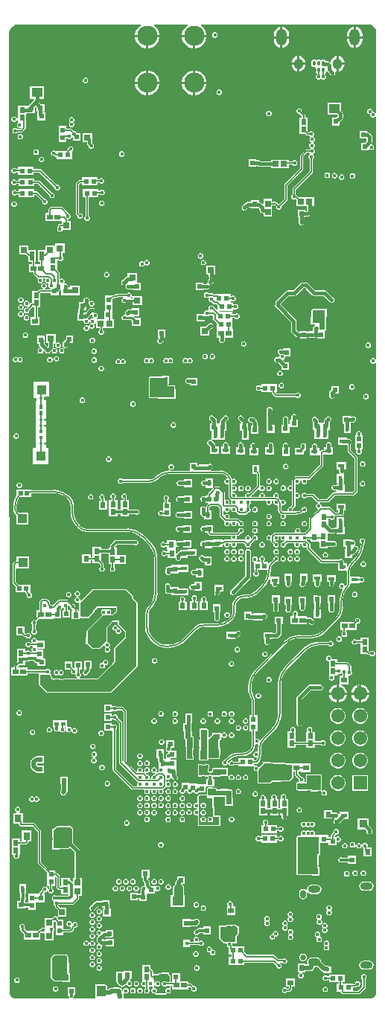
<source format=gbl>
G04*
G04 #@! TF.GenerationSoftware,Altium Limited,Altium Designer,25.1.2 (22)*
G04*
G04 Layer_Physical_Order=14*
G04 Layer_Color=10275833*
%FSLAX44Y44*%
%MOMM*%
G71*
G04*
G04 #@! TF.SameCoordinates,95D3A89C-EAAA-4EA1-B578-E8640D1D2C9C*
G04*
G04*
G04 #@! TF.FilePolarity,Positive*
G04*
G01*
G75*
%ADD13C,0.1524*%
%ADD14C,0.5080*%
%ADD16C,0.1270*%
%ADD18C,0.2540*%
%ADD19R,0.5000X0.5500*%
%ADD20R,0.5121X0.5811*%
%ADD21R,0.4000X0.5000*%
%ADD22R,2.2000X1.0500*%
%ADD23R,1.0500X1.0000*%
%ADD25R,0.7154X0.6725*%
%ADD27R,0.4500X0.4500*%
%ADD28R,0.8000X0.9000*%
%ADD29R,0.6500X0.6000*%
%ADD33R,0.5200X0.5200*%
%ADD34R,0.5500X0.6000*%
%ADD35R,0.5200X0.5200*%
%ADD37R,0.6000X0.5500*%
%ADD40R,1.2084X1.0121*%
%ADD41R,0.6000X0.6500*%
%ADD44R,0.5811X0.5121*%
%ADD45R,0.5000X0.5000*%
%ADD46R,0.7200X0.7200*%
%ADD47R,0.5000X0.4500*%
%ADD48R,1.0121X1.2084*%
%ADD53R,0.5000X0.4000*%
%ADD54R,0.6725X0.7154*%
%ADD65R,0.4725X0.5153*%
%ADD69R,0.3541X0.2627*%
%ADD85R,0.6500X0.6500*%
%ADD87R,0.4725X0.6725*%
%ADD93R,0.4500X0.6750*%
%ADD94R,0.6750X0.4500*%
%ADD101R,0.5000X0.5000*%
%ADD103R,0.7000X0.6500*%
%ADD128R,0.5500X0.5000*%
%ADD143R,0.4627X0.5541*%
%ADD209C,2.3000*%
%ADD212C,0.6500*%
G04:AMPARAMS|DCode=213|XSize=0.95mm|YSize=0.65mm|CornerRadius=0.325mm|HoleSize=0mm|Usage=FLASHONLY|Rotation=90.000|XOffset=0mm|YOffset=0mm|HoleType=Round|Shape=RoundedRectangle|*
%AMROUNDEDRECTD213*
21,1,0.9500,0.0000,0,0,90.0*
21,1,0.3000,0.6500,0,0,90.0*
1,1,0.6500,0.0000,0.1500*
1,1,0.6500,0.0000,-0.1500*
1,1,0.6500,0.0000,-0.1500*
1,1,0.6500,0.0000,0.1500*
%
%ADD213ROUNDEDRECTD213*%
G04:AMPARAMS|DCode=214|XSize=0.8mm|YSize=1.4mm|CornerRadius=0.4mm|HoleSize=0mm|Usage=FLASHONLY|Rotation=90.000|XOffset=0mm|YOffset=0mm|HoleType=Round|Shape=RoundedRectangle|*
%AMROUNDEDRECTD214*
21,1,0.8000,0.6000,0,0,90.0*
21,1,0.0000,1.4000,0,0,90.0*
1,1,0.8000,0.3000,0.0000*
1,1,0.8000,0.3000,0.0000*
1,1,0.8000,-0.3000,0.0000*
1,1,0.8000,-0.3000,0.0000*
%
%ADD214ROUNDEDRECTD214*%
%ADD215C,0.4064*%
%ADD222C,0.3048*%
%ADD223C,0.3810*%
%ADD224C,0.1397*%
%ADD225O,1.2000X1.9000*%
%ADD226O,1.0500X1.2500*%
%ADD227C,1.5500*%
%ADD228R,1.5500X1.5500*%
%ADD229C,0.5000*%
%ADD230C,5.0000*%
G04:AMPARAMS|DCode=231|XSize=0.3mm|YSize=0.52mm|CornerRadius=0.0495mm|HoleSize=0mm|Usage=FLASHONLY|Rotation=180.000|XOffset=0mm|YOffset=0mm|HoleType=Round|Shape=RoundedRectangle|*
%AMROUNDEDRECTD231*
21,1,0.3000,0.4210,0,0,180.0*
21,1,0.2010,0.5200,0,0,180.0*
1,1,0.0990,-0.1005,0.2105*
1,1,0.0990,0.1005,0.2105*
1,1,0.0990,0.1005,-0.2105*
1,1,0.0990,-0.1005,-0.2105*
%
%ADD231ROUNDEDRECTD231*%
G04:AMPARAMS|DCode=232|XSize=0.3mm|YSize=0.49mm|CornerRadius=0.0495mm|HoleSize=0mm|Usage=FLASHONLY|Rotation=180.000|XOffset=0mm|YOffset=0mm|HoleType=Round|Shape=RoundedRectangle|*
%AMROUNDEDRECTD232*
21,1,0.3000,0.3910,0,0,180.0*
21,1,0.2010,0.4900,0,0,180.0*
1,1,0.0990,-0.1005,0.1955*
1,1,0.0990,0.1005,0.1955*
1,1,0.0990,0.1005,-0.1955*
1,1,0.0990,-0.1005,-0.1955*
%
%ADD232ROUNDEDRECTD232*%
%ADD233R,0.4000X0.3500*%
%ADD234R,0.5000X1.0000*%
%ADD235R,0.6500X0.7000*%
%ADD236R,0.5600X0.5200*%
%ADD237R,1.0500X2.2000*%
%ADD238R,1.0000X1.0500*%
%ADD239R,0.5725X0.6393*%
%ADD240R,0.6500X0.6500*%
%ADD241R,0.5725X0.3725*%
%ADD242R,0.9062X0.9051*%
%ADD243R,0.7500X0.7000*%
%ADD244C,0.3556*%
%ADD245C,1.0160*%
G36*
X415439Y1265272D02*
X417008Y1264622D01*
X418420Y1263678D01*
X419621Y1262477D01*
X420565Y1261065D01*
X421215Y1259496D01*
X421558Y1257773D01*
X421582Y1256923D01*
X421580Y1165165D01*
X420955Y1164900D01*
X420564Y1164854D01*
X419770Y1165649D01*
X418621Y1166124D01*
X417478D01*
Y1167267D01*
X417003Y1168416D01*
X416124Y1169295D01*
X414975Y1169770D01*
X413732D01*
X412584Y1169295D01*
X411705Y1168416D01*
X411230Y1167267D01*
Y1166025D01*
X411705Y1164876D01*
X412584Y1163997D01*
X413732Y1163522D01*
X414876D01*
Y1162379D01*
X415351Y1161230D01*
X416230Y1160351D01*
X417379Y1159876D01*
X418621D01*
X419770Y1160351D01*
X420564Y1161146D01*
X420955Y1161100D01*
X421580Y1160835D01*
X421576Y884882D01*
X420992Y884626D01*
X420560Y884570D01*
X419774Y885356D01*
X418625Y885832D01*
X417383D01*
X416234Y885356D01*
X415355Y884477D01*
X414880Y883329D01*
Y882086D01*
X415355Y880938D01*
X416234Y880059D01*
X417383Y879584D01*
X418625D01*
X419774Y880059D01*
X420560Y880845D01*
X420992Y880789D01*
X421576Y880534D01*
X421564Y164390D01*
X421564Y163664D01*
X421281Y162241D01*
X420725Y160900D01*
X419919Y159693D01*
X418892Y158667D01*
X417685Y157861D01*
X416344Y157305D01*
X414807Y157000D01*
X414080Y156959D01*
X134278Y156959D01*
Y162867D01*
X135230Y163351D01*
X136378Y162876D01*
X137621D01*
X138770Y163351D01*
X139649Y164230D01*
X140124Y165378D01*
Y166621D01*
X139649Y167770D01*
X138770Y168648D01*
X137621Y169124D01*
X136378D01*
X135230Y168648D01*
X134351Y167770D01*
X133876Y166621D01*
Y166022D01*
X132912Y165252D01*
X132703Y165316D01*
Y166000D01*
X132421Y167417D01*
X131619Y168619D01*
X130417Y169421D01*
X129000Y169703D01*
X123020D01*
X123020Y169703D01*
X121603Y169421D01*
X121313Y169228D01*
X120365D01*
X120365Y169228D01*
X118948Y168946D01*
X117746Y168143D01*
X117746Y168143D01*
X117232Y167629D01*
X115900D01*
Y173301D01*
X102223D01*
Y157975D01*
X101498Y156959D01*
X77668D01*
X77248Y157975D01*
X77517Y158244D01*
X77993Y159392D01*
Y160635D01*
X77963Y160706D01*
X78642Y161722D01*
X79278D01*
Y170278D01*
X70722D01*
Y161722D01*
X71280D01*
X71845Y160877D01*
X71744Y160635D01*
Y159392D01*
X72220Y158244D01*
X72489Y157975D01*
X72069Y156959D01*
X11823D01*
X11105D01*
X9696Y157239D01*
X8370Y157788D01*
X7176Y158586D01*
X6161Y159601D01*
X5363Y160795D01*
X4813Y162122D01*
X4533Y163530D01*
Y164248D01*
X4533Y164249D01*
X4533Y164249D01*
X4338Y1255490D01*
Y1256475D01*
X4723Y1258410D01*
X5478Y1260232D01*
X6574Y1261872D01*
X7969Y1263267D01*
X9608Y1264362D01*
X11430Y1265117D01*
X13365Y1265502D01*
X14351D01*
X14352Y1265502D01*
X14352Y1265502D01*
X153865Y1265537D01*
X154128Y1264556D01*
X152793Y1263785D01*
X150179Y1261171D01*
X148331Y1257970D01*
X147374Y1254399D01*
Y1253821D01*
X161414D01*
X175454D01*
Y1254399D01*
X174497Y1257970D01*
X172649Y1261171D01*
X170035Y1263785D01*
X168694Y1264560D01*
X168957Y1265541D01*
X207188Y1265551D01*
X207451Y1264569D01*
X206093Y1263785D01*
X203479Y1261171D01*
X201631Y1257970D01*
X200674Y1254399D01*
Y1253821D01*
X214714D01*
X228754D01*
Y1254399D01*
X227797Y1257970D01*
X225949Y1261171D01*
X223335Y1263785D01*
X221971Y1264573D01*
X222233Y1265555D01*
X412925Y1265603D01*
X413773D01*
X415439Y1265272D01*
D02*
G37*
%LPC*%
G36*
X398520Y1262946D02*
Y1252270D01*
X405864D01*
Y1254500D01*
X405570Y1256729D01*
X404710Y1258807D01*
X403341Y1260591D01*
X401557Y1261960D01*
X399479Y1262820D01*
X398520Y1262946D01*
D02*
G37*
G36*
X395980Y1262946D02*
X395021Y1262820D01*
X392943Y1261960D01*
X391159Y1260591D01*
X389790Y1258807D01*
X388930Y1256729D01*
X388636Y1254500D01*
Y1252270D01*
X395980D01*
Y1262946D01*
D02*
G37*
G36*
X315020D02*
Y1252270D01*
X322364D01*
Y1254500D01*
X322070Y1256729D01*
X321210Y1258807D01*
X319841Y1260591D01*
X318057Y1261960D01*
X315979Y1262820D01*
X315020Y1262946D01*
D02*
G37*
G36*
X312480Y1262946D02*
X311521Y1262820D01*
X309443Y1261960D01*
X307659Y1260591D01*
X306290Y1258807D01*
X305430Y1256729D01*
X305136Y1254500D01*
Y1252270D01*
X312480D01*
Y1262946D01*
D02*
G37*
G36*
X238792Y1256808D02*
X237550D01*
X236401Y1256332D01*
X235522Y1255453D01*
X235047Y1254305D01*
Y1253062D01*
X235522Y1251914D01*
X236401Y1251035D01*
X237550Y1250559D01*
X238792D01*
X239941Y1251035D01*
X240820Y1251914D01*
X241295Y1253062D01*
Y1254305D01*
X240820Y1255453D01*
X239941Y1256332D01*
X238792Y1256808D01*
D02*
G37*
G36*
X405864Y1249730D02*
X398520D01*
Y1239054D01*
X399479Y1239180D01*
X401557Y1240040D01*
X403341Y1241409D01*
X404710Y1243193D01*
X405570Y1245271D01*
X405864Y1247500D01*
Y1249730D01*
D02*
G37*
G36*
X312480Y1249730D02*
X305136D01*
Y1247500D01*
X305430Y1245271D01*
X306290Y1243193D01*
X307659Y1241409D01*
X309443Y1240040D01*
X311521Y1239180D01*
X312480Y1239054D01*
Y1249730D01*
D02*
G37*
G36*
X322364D02*
X315020D01*
Y1239053D01*
X315979Y1239180D01*
X318057Y1240040D01*
X319841Y1241409D01*
X321210Y1243193D01*
X322070Y1245271D01*
X322364Y1247500D01*
Y1249730D01*
D02*
G37*
G36*
X395980Y1249730D02*
X388636D01*
Y1247500D01*
X388930Y1245271D01*
X389790Y1243193D01*
X391159Y1241409D01*
X392943Y1240040D01*
X395021Y1239180D01*
X395980Y1239053D01*
Y1249730D01*
D02*
G37*
G36*
X228754Y1251281D02*
X215984D01*
Y1238511D01*
X216563D01*
X220133Y1239467D01*
X223335Y1241316D01*
X225949Y1243930D01*
X227797Y1247131D01*
X228754Y1250702D01*
Y1251281D01*
D02*
G37*
G36*
X213444D02*
X200674D01*
Y1250702D01*
X201631Y1247131D01*
X203479Y1243930D01*
X206093Y1241316D01*
X209295Y1239467D01*
X212866Y1238511D01*
X213444D01*
Y1251281D01*
D02*
G37*
G36*
X175454D02*
X162684D01*
Y1238511D01*
X163263D01*
X166833Y1239467D01*
X170035Y1241316D01*
X172649Y1243930D01*
X174497Y1247131D01*
X175454Y1250702D01*
Y1251281D01*
D02*
G37*
G36*
X160144D02*
X147374D01*
Y1250702D01*
X148331Y1247131D01*
X150179Y1243930D01*
X152793Y1241316D01*
X155995Y1239467D01*
X159566Y1238511D01*
X160144D01*
Y1251281D01*
D02*
G37*
G36*
X376480Y1229690D02*
X375716Y1229589D01*
X373821Y1228805D01*
X372194Y1227556D01*
X370946Y1225929D01*
X370160Y1224034D01*
X369994Y1222765D01*
X368921Y1222401D01*
X368256Y1223066D01*
X367264Y1223728D01*
X366095Y1223961D01*
X364384D01*
X364318Y1224292D01*
X363816Y1225044D01*
X363064Y1225546D01*
X362177Y1225723D01*
X360167D01*
X359280Y1225546D01*
X358672Y1225140D01*
X358064Y1225546D01*
X357177Y1225723D01*
X355167D01*
X354280Y1225546D01*
X353672Y1225140D01*
X353064Y1225546D01*
X352177Y1225723D01*
X350167D01*
X349280Y1225546D01*
X348528Y1225044D01*
X348026Y1224292D01*
X347849Y1223405D01*
Y1219495D01*
X348026Y1218608D01*
X348528Y1217856D01*
X349280Y1217354D01*
X350167Y1217178D01*
X352177D01*
X352198Y1217182D01*
X352455Y1216999D01*
X352967Y1216299D01*
X352849Y1215705D01*
Y1211795D01*
X353026Y1210908D01*
X353528Y1210156D01*
X354280Y1209654D01*
X354411Y1209628D01*
Y1208652D01*
X354402Y1208649D01*
X353523Y1207770D01*
X353048Y1206621D01*
Y1205379D01*
X353523Y1204230D01*
X354402Y1203351D01*
X355550Y1202876D01*
X356793D01*
X357942Y1203351D01*
X358750Y1204160D01*
X359558Y1203351D01*
X360707Y1202876D01*
X361950D01*
X363098Y1203351D01*
X363977Y1204230D01*
X364452Y1205379D01*
Y1206621D01*
X363977Y1207770D01*
X363098Y1208649D01*
X363011Y1208685D01*
Y1209643D01*
X363064Y1209654D01*
X363816Y1210156D01*
X364318Y1210908D01*
X364494Y1211795D01*
Y1212666D01*
X365510Y1212975D01*
X365838Y1212485D01*
X369155Y1209167D01*
X369272Y1208885D01*
X370151Y1208006D01*
X371299Y1207531D01*
X372542D01*
X373690Y1208006D01*
X374569Y1208885D01*
X375045Y1210033D01*
Y1211276D01*
X374889Y1211654D01*
X375666Y1212431D01*
X375716Y1212411D01*
X376480Y1212310D01*
Y1221000D01*
Y1229690D01*
D02*
G37*
G36*
X379020Y1229690D02*
Y1222270D01*
X385572D01*
X385340Y1224034D01*
X384554Y1225929D01*
X383306Y1227556D01*
X381679Y1228805D01*
X379784Y1229589D01*
X379020Y1229690D01*
D02*
G37*
G36*
X334520D02*
Y1222270D01*
X341072D01*
X340840Y1224034D01*
X340055Y1225929D01*
X338806Y1227556D01*
X337179Y1228805D01*
X335284Y1229589D01*
X334520Y1229690D01*
D02*
G37*
G36*
X331980Y1229690D02*
X331216Y1229589D01*
X329321Y1228805D01*
X327694Y1227556D01*
X326446Y1225929D01*
X325661Y1224034D01*
X325428Y1222270D01*
X331980D01*
Y1229690D01*
D02*
G37*
G36*
X385572Y1219730D02*
X379020D01*
Y1212310D01*
X379784Y1212411D01*
X381679Y1213195D01*
X383306Y1214444D01*
X384554Y1216071D01*
X385340Y1217966D01*
X385572Y1219730D01*
D02*
G37*
G36*
X341072D02*
X334520D01*
Y1212310D01*
X335284Y1212411D01*
X337179Y1213195D01*
X338806Y1214444D01*
X340055Y1216071D01*
X340840Y1217966D01*
X341072Y1219730D01*
D02*
G37*
G36*
X331980D02*
X325428D01*
X325661Y1217966D01*
X326446Y1216071D01*
X327694Y1214444D01*
X329321Y1213195D01*
X331216Y1212411D01*
X331980Y1212310D01*
Y1219730D01*
D02*
G37*
G36*
X163263Y1213291D02*
X162684D01*
Y1200521D01*
X175454D01*
Y1201099D01*
X174497Y1204670D01*
X172649Y1207871D01*
X170035Y1210485D01*
X166833Y1212334D01*
X163263Y1213291D01*
D02*
G37*
G36*
X216563D02*
X215984D01*
Y1200521D01*
X228754D01*
Y1201099D01*
X227797Y1204670D01*
X225949Y1207871D01*
X223335Y1210485D01*
X220133Y1212334D01*
X216563Y1213291D01*
D02*
G37*
G36*
X213444D02*
X212866D01*
X209295Y1212334D01*
X206093Y1210485D01*
X203479Y1207871D01*
X201631Y1204670D01*
X200674Y1201099D01*
Y1200521D01*
X213444D01*
Y1213291D01*
D02*
G37*
G36*
X160144D02*
X159566D01*
X155995Y1212334D01*
X152793Y1210485D01*
X150179Y1207871D01*
X148331Y1204670D01*
X147374Y1201099D01*
Y1200521D01*
X160144D01*
Y1213291D01*
D02*
G37*
G36*
X91621Y1205124D02*
X90379D01*
X89230Y1204649D01*
X88351Y1203770D01*
X87876Y1202621D01*
Y1201379D01*
X88351Y1200230D01*
X89230Y1199351D01*
X90379Y1198876D01*
X91621D01*
X92770Y1199351D01*
X93649Y1200230D01*
X94124Y1201379D01*
Y1202621D01*
X93649Y1203770D01*
X92770Y1204649D01*
X91621Y1205124D01*
D02*
G37*
G36*
X243766Y1191551D02*
X242523D01*
X241375Y1191076D01*
X240496Y1190197D01*
X240020Y1189048D01*
Y1187805D01*
X240496Y1186657D01*
X241375Y1185778D01*
X242523Y1185303D01*
X243766D01*
X244914Y1185778D01*
X245793Y1186657D01*
X246269Y1187805D01*
Y1189048D01*
X245793Y1190197D01*
X244914Y1191076D01*
X243766Y1191551D01*
D02*
G37*
G36*
X228754Y1197981D02*
X215984D01*
Y1185211D01*
X216563D01*
X220133Y1186167D01*
X223335Y1188016D01*
X225949Y1190630D01*
X227797Y1193831D01*
X228754Y1197402D01*
Y1197981D01*
D02*
G37*
G36*
X213444D02*
X200674D01*
Y1197402D01*
X201631Y1193831D01*
X203479Y1190630D01*
X206093Y1188016D01*
X209295Y1186167D01*
X212866Y1185211D01*
X213444D01*
Y1197981D01*
D02*
G37*
G36*
X175454D02*
X162684D01*
Y1185211D01*
X163263D01*
X166833Y1186167D01*
X170035Y1188016D01*
X172649Y1190630D01*
X174497Y1193831D01*
X175454Y1197402D01*
Y1197981D01*
D02*
G37*
G36*
X160144D02*
X147374D01*
Y1197402D01*
X148331Y1193831D01*
X150179Y1190630D01*
X152793Y1188016D01*
X155995Y1186167D01*
X159566Y1185211D01*
X160144D01*
Y1197981D01*
D02*
G37*
G36*
X43801Y1194839D02*
X28161D01*
Y1181161D01*
X32446D01*
X32727Y1180145D01*
X32351Y1179770D01*
X32234Y1179488D01*
X27534Y1174787D01*
X26872Y1173796D01*
X26789Y1173378D01*
X24753D01*
X24622Y1173378D01*
Y1173378D01*
X23778Y1173278D01*
Y1173278D01*
X14222D01*
Y1163222D01*
Y1158411D01*
X13264Y1158270D01*
X12789Y1159418D01*
X11910Y1160297D01*
X10762Y1160772D01*
X9519D01*
X8371Y1160297D01*
X7492Y1159418D01*
X7016Y1158270D01*
Y1157027D01*
X7492Y1155878D01*
X8371Y1154999D01*
X9519Y1154524D01*
X10762D01*
X11910Y1154999D01*
X12789Y1155878D01*
X13264Y1157027D01*
X14222Y1156886D01*
Y1154722D01*
X14222D01*
X14343Y1153756D01*
X14348Y1153706D01*
X13539Y1152897D01*
X13064Y1151749D01*
Y1150506D01*
X13539Y1149358D01*
X14418Y1148479D01*
X15566Y1148003D01*
X16809D01*
X17573Y1148319D01*
X18148Y1147458D01*
X17292Y1146602D01*
X13615D01*
X12857Y1147360D01*
X11708Y1147836D01*
X10466D01*
X9317Y1147360D01*
X8438Y1146481D01*
X7963Y1145333D01*
Y1144090D01*
X8438Y1142942D01*
X9317Y1142063D01*
X10466Y1141587D01*
X11708D01*
X12857Y1142063D01*
X13615Y1142821D01*
X18075D01*
X18799Y1142965D01*
X19412Y1143375D01*
X22575Y1146537D01*
X22985Y1147150D01*
X23128Y1147874D01*
Y1154722D01*
X23778D01*
Y1164207D01*
X24622Y1164622D01*
X33378D01*
Y1171863D01*
X34184Y1172494D01*
X35722Y1170956D01*
Y1166722D01*
X36944D01*
Y1165378D01*
X36622D01*
Y1156622D01*
X45378D01*
Y1165378D01*
X43056D01*
Y1166722D01*
X44278D01*
Y1175278D01*
X40044D01*
X38259Y1177063D01*
X38805Y1177881D01*
X39037Y1179050D01*
Y1181161D01*
X43801D01*
Y1194839D01*
D02*
G37*
G36*
X300209Y1167401D02*
X298967D01*
X297818Y1166925D01*
X296939Y1166046D01*
X296464Y1164898D01*
Y1163655D01*
X296939Y1162507D01*
X297818Y1161628D01*
X298967Y1161152D01*
X300209D01*
X301358Y1161628D01*
X302236Y1162507D01*
X302712Y1163655D01*
Y1164898D01*
X302236Y1166046D01*
X301358Y1166925D01*
X300209Y1167401D01*
D02*
G37*
G36*
X381862Y1176339D02*
X366222D01*
Y1162661D01*
X377540D01*
X377900Y1162302D01*
Y1161221D01*
X375956Y1159278D01*
X371722D01*
Y1150722D01*
X380278D01*
Y1154956D01*
X383116Y1157795D01*
X383485Y1158346D01*
X383653Y1158514D01*
X383744Y1158733D01*
X383779Y1158786D01*
X383791Y1158848D01*
X384128Y1159662D01*
Y1160905D01*
X384011Y1161187D01*
Y1163568D01*
X383779Y1164737D01*
X383116Y1165729D01*
X381862Y1166983D01*
Y1176339D01*
D02*
G37*
G36*
X75973Y1160202D02*
X74730D01*
X73582Y1159727D01*
X72703Y1158848D01*
X72227Y1157700D01*
Y1156457D01*
X72703Y1155308D01*
X73511Y1154500D01*
X72703Y1153692D01*
X72227Y1152543D01*
Y1151301D01*
X72703Y1150152D01*
X73582Y1149273D01*
X74730Y1148798D01*
X75973D01*
X77121Y1149273D01*
X78000Y1150152D01*
X78476Y1151301D01*
Y1152543D01*
X78000Y1153692D01*
X77192Y1154500D01*
X78000Y1155308D01*
X78476Y1156457D01*
Y1157700D01*
X78000Y1158848D01*
X77121Y1159727D01*
X75973Y1160202D01*
D02*
G37*
G36*
X17622Y1141124D02*
X16379D01*
X15230Y1140649D01*
X14351Y1139770D01*
X13876Y1138622D01*
Y1137379D01*
X14351Y1136230D01*
X15230Y1135351D01*
X16379Y1134876D01*
X17622D01*
X18770Y1135351D01*
X19649Y1136230D01*
X20124Y1137379D01*
Y1138622D01*
X19649Y1139770D01*
X18770Y1140649D01*
X17622Y1141124D01*
D02*
G37*
G36*
X69528Y1150028D02*
X60472D01*
Y1140472D01*
Y1131972D01*
X69528D01*
Y1135580D01*
X70544Y1136000D01*
X70973Y1135572D01*
X72121Y1135096D01*
X73364D01*
X74512Y1135572D01*
X75391Y1136451D01*
X75606Y1136970D01*
X76622Y1136767D01*
Y1133260D01*
X85378D01*
Y1142016D01*
X81076D01*
Y1142017D01*
X80600Y1143166D01*
X79721Y1144044D01*
X78573Y1144520D01*
X77501D01*
X75434Y1146587D01*
X74821Y1146997D01*
X74097Y1147140D01*
X69528D01*
Y1150028D01*
D02*
G37*
G36*
X98569Y1142140D02*
X87860D01*
Y1131860D01*
X92600D01*
Y1130151D01*
X92803Y1129130D01*
X93381Y1128264D01*
X94557Y1127088D01*
Y1126840D01*
X95033Y1125692D01*
X95911Y1124813D01*
X97060Y1124337D01*
X98302D01*
X99451Y1124813D01*
X100330Y1125692D01*
X100805Y1126840D01*
Y1128083D01*
X100330Y1129231D01*
X99451Y1130110D01*
X98817Y1130373D01*
X98346Y1130844D01*
X98569Y1131860D01*
X98569D01*
Y1142140D01*
D02*
G37*
G36*
X334621Y1170124D02*
X333379D01*
X332230Y1169649D01*
X331351Y1168770D01*
X330876Y1167621D01*
Y1166379D01*
X331351Y1165230D01*
X332230Y1164351D01*
X333379Y1163876D01*
X334451D01*
X337109Y1161217D01*
Y1159278D01*
X334222D01*
Y1149222D01*
Y1140722D01*
X341354D01*
X342345Y1139731D01*
X342958Y1139321D01*
X343682Y1139177D01*
X345404D01*
X346230Y1138351D01*
X346500Y1138240D01*
X346683Y1137064D01*
X346205Y1136586D01*
X345730Y1135438D01*
Y1134195D01*
X346205Y1133047D01*
X347084Y1132168D01*
X347693Y1131916D01*
Y1130816D01*
X346994Y1130527D01*
X346115Y1129648D01*
X345639Y1128500D01*
Y1127257D01*
X346115Y1126108D01*
X346994Y1125230D01*
X347193Y1125147D01*
Y1124047D01*
X346884Y1123919D01*
X346061Y1123096D01*
X342271D01*
X342270Y1123096D01*
X341572Y1122957D01*
X340979Y1122561D01*
X340979Y1122561D01*
X335709Y1117291D01*
X335313Y1116699D01*
X335174Y1116000D01*
X335174Y1116000D01*
Y1101756D01*
X317709Y1084291D01*
X317313Y1083699D01*
X317174Y1083000D01*
X317174Y1083000D01*
Y1066968D01*
X311330Y1061124D01*
X310246D01*
X308329Y1063041D01*
X307736Y1063437D01*
X307038Y1063576D01*
X307038Y1063576D01*
X303316D01*
Y1067028D01*
X293260D01*
Y1061583D01*
X292321Y1061194D01*
X291050Y1062466D01*
X291050Y1062466D01*
X291050Y1062466D01*
X290722Y1062685D01*
X290059Y1063129D01*
X290058Y1063129D01*
X290058Y1063129D01*
X289352Y1063269D01*
X288889Y1063361D01*
X288166Y1064007D01*
Y1065378D01*
X279410D01*
Y1063673D01*
X275473D01*
X274304Y1063440D01*
X273312Y1062777D01*
X270301Y1059766D01*
X270018Y1059649D01*
X269139Y1058770D01*
X268663Y1057622D01*
Y1056379D01*
X269139Y1055230D01*
X270018Y1054352D01*
X271166Y1053876D01*
X272409D01*
X273557Y1054352D01*
X274436Y1055230D01*
X274456Y1055277D01*
X276739Y1057561D01*
X279410D01*
Y1056622D01*
X288166D01*
X288732Y1055840D01*
Y1054482D01*
X288964Y1053313D01*
X289627Y1052321D01*
X290264Y1051684D01*
X291255Y1051022D01*
X292425Y1050789D01*
X293260D01*
Y1046972D01*
X303316D01*
Y1059924D01*
X306282D01*
X307664Y1058542D01*
Y1057378D01*
X308139Y1056230D01*
X309018Y1055351D01*
X310166Y1054876D01*
X311409D01*
X312558Y1055351D01*
X313436Y1056230D01*
X313912Y1057378D01*
Y1058542D01*
X320291Y1064921D01*
X320687Y1065513D01*
X320826Y1066212D01*
X320826Y1066212D01*
Y1082244D01*
X338291Y1099709D01*
X338291Y1099709D01*
X338687Y1100301D01*
X338826Y1101000D01*
Y1115244D01*
X343027Y1119445D01*
X345667D01*
X346267Y1118775D01*
X346065Y1117727D01*
X345186Y1116848D01*
X344710Y1115700D01*
Y1114457D01*
X345186Y1113309D01*
X346009Y1112486D01*
Y1098591D01*
X326848Y1079430D01*
X326452Y1078838D01*
X326313Y1078139D01*
X326314Y1078139D01*
Y1072112D01*
X325491Y1071290D01*
X325015Y1070141D01*
Y1068898D01*
X325491Y1067750D01*
X326370Y1066871D01*
X327518Y1066396D01*
X328761D01*
X329909Y1066871D01*
X329928Y1066890D01*
X330760Y1066285D01*
Y1058972D01*
X342732D01*
Y1053747D01*
X342290Y1053306D01*
X341166D01*
Y1054628D01*
X332410D01*
Y1045872D01*
X333529D01*
Y1040786D01*
X333461Y1040621D01*
Y1039379D01*
X333937Y1038230D01*
X334815Y1037351D01*
X335964Y1036876D01*
X337206D01*
X338355Y1037351D01*
X339234Y1038230D01*
X339709Y1039379D01*
Y1040621D01*
X339641Y1040786D01*
Y1045872D01*
X341166D01*
Y1047194D01*
X343556D01*
X344725Y1047427D01*
X345717Y1048089D01*
X347949Y1050321D01*
X348611Y1051312D01*
X348844Y1052482D01*
Y1058972D01*
X350816D01*
Y1069028D01*
X333342D01*
X332069Y1070301D01*
X331477Y1070696D01*
X330994Y1070792D01*
X330788Y1071290D01*
X329965Y1072112D01*
Y1077383D01*
X349126Y1096544D01*
X349126Y1096544D01*
X349521Y1097136D01*
X349660Y1097834D01*
X349660Y1097835D01*
Y1112486D01*
X350483Y1113309D01*
X350959Y1114457D01*
Y1115700D01*
X350483Y1116848D01*
X349989Y1117342D01*
X350160Y1118513D01*
X350423Y1118622D01*
X351302Y1119501D01*
X351777Y1120649D01*
Y1121892D01*
X351302Y1123040D01*
X350423Y1123919D01*
X350224Y1124001D01*
Y1125101D01*
X350533Y1125230D01*
X351412Y1126108D01*
X351888Y1127257D01*
Y1128500D01*
X351412Y1129648D01*
X350533Y1130527D01*
X349925Y1130779D01*
Y1131879D01*
X350624Y1132168D01*
X351502Y1133047D01*
X351978Y1134195D01*
Y1135438D01*
X351502Y1136586D01*
X350624Y1137465D01*
X350353Y1137577D01*
X350171Y1138753D01*
X350649Y1139230D01*
X351124Y1140379D01*
Y1141621D01*
X350649Y1142770D01*
X349770Y1143649D01*
X348621Y1144124D01*
X347379D01*
X346230Y1143649D01*
X345540Y1142959D01*
X344465D01*
X343778Y1143646D01*
Y1149222D01*
Y1159278D01*
X340891D01*
Y1162000D01*
X340747Y1162723D01*
X340337Y1163337D01*
X337124Y1166549D01*
Y1167621D01*
X336649Y1168770D01*
X335770Y1169649D01*
X334621Y1170124D01*
D02*
G37*
G36*
X411378Y1144378D02*
X402622D01*
Y1135622D01*
X410148D01*
X410822Y1134941D01*
Y1133698D01*
X410842Y1133650D01*
Y1132664D01*
X409056Y1130878D01*
X404622D01*
Y1122122D01*
X413377D01*
Y1122877D01*
X414394Y1123284D01*
X415379Y1122876D01*
X416621D01*
X417770Y1123351D01*
X418649Y1124230D01*
X419124Y1125379D01*
Y1126621D01*
X418649Y1127770D01*
X417770Y1128649D01*
X417078Y1128935D01*
X416648Y1129971D01*
X416653Y1130127D01*
X416721Y1130229D01*
X416954Y1131398D01*
Y1133416D01*
X417070Y1133698D01*
Y1134941D01*
X416954Y1135223D01*
Y1137817D01*
X416721Y1138986D01*
X416059Y1139978D01*
X413875Y1142161D01*
X412884Y1142823D01*
X411714Y1143056D01*
X411378D01*
Y1144378D01*
D02*
G37*
G36*
X74675Y1127013D02*
X73432D01*
X72284Y1126537D01*
X71405Y1125658D01*
X70930Y1124510D01*
Y1123438D01*
X69913Y1122422D01*
X69503Y1121808D01*
X69448Y1121528D01*
X57972D01*
X57972Y1121528D01*
X56956Y1121351D01*
X56400Y1121907D01*
X55252Y1122383D01*
X54009D01*
X52861Y1121907D01*
X51982Y1121029D01*
X51506Y1119880D01*
Y1118637D01*
X51982Y1117489D01*
X52861Y1116610D01*
X54009Y1116135D01*
X55252D01*
X55538Y1116253D01*
X56127Y1115663D01*
X56741Y1115254D01*
X57464Y1115110D01*
X57972D01*
Y1112472D01*
X76028D01*
Y1121445D01*
X76702Y1122119D01*
X77178Y1123267D01*
Y1124510D01*
X76702Y1125658D01*
X75823Y1126537D01*
X74675Y1127013D01*
D02*
G37*
G36*
X35584Y1123435D02*
X34341D01*
X33193Y1122959D01*
X32314Y1122080D01*
X31838Y1120932D01*
Y1119689D01*
X32314Y1118541D01*
X33193Y1117662D01*
X34341Y1117186D01*
X35584D01*
X36732Y1117662D01*
X37611Y1118541D01*
X38087Y1119689D01*
Y1120932D01*
X37611Y1122080D01*
X36732Y1122959D01*
X35584Y1123435D01*
D02*
G37*
G36*
X133023Y1121276D02*
X131780D01*
X130632Y1120800D01*
X129753Y1119921D01*
X129277Y1118773D01*
Y1117530D01*
X129753Y1116382D01*
X130632Y1115503D01*
X131780Y1115027D01*
X133023D01*
X134171Y1115503D01*
X135050Y1116382D01*
X135526Y1117530D01*
Y1118773D01*
X135050Y1119921D01*
X134171Y1120800D01*
X133023Y1121276D01*
D02*
G37*
G36*
X41621Y1115124D02*
X40379D01*
X39230Y1114649D01*
X38351Y1113770D01*
X37876Y1112621D01*
Y1111379D01*
X38351Y1110230D01*
X39230Y1109351D01*
X40379Y1108876D01*
X41621D01*
X42770Y1109351D01*
X43649Y1110230D01*
X44124Y1111379D01*
Y1112621D01*
X43649Y1113770D01*
X42770Y1114649D01*
X41621Y1115124D01*
D02*
G37*
G36*
X285166Y1112378D02*
X276409D01*
Y1103622D01*
X285166D01*
Y1104908D01*
X286446D01*
X286749Y1104605D01*
X287741Y1103942D01*
X288910Y1103709D01*
X302010D01*
Y1101737D01*
X322066D01*
Y1106174D01*
X326195D01*
X327018Y1105351D01*
X328166Y1104876D01*
X329409D01*
X330558Y1105351D01*
X331436Y1106230D01*
X331912Y1107379D01*
Y1108621D01*
X331436Y1109770D01*
X330558Y1110649D01*
X329409Y1111124D01*
X328166D01*
X327018Y1110649D01*
X326195Y1109826D01*
X322066D01*
Y1111793D01*
X302010D01*
Y1109821D01*
X290204D01*
X289448Y1110577D01*
X288300Y1111053D01*
X287057D01*
X286978Y1111020D01*
X285166D01*
Y1112378D01*
D02*
G37*
G36*
X32422Y1103578D02*
X14366D01*
Y1101104D01*
X12367D01*
X11609Y1101862D01*
X10461Y1102337D01*
X9218D01*
X8070Y1101862D01*
X7191Y1100983D01*
X6715Y1099834D01*
Y1098592D01*
X7191Y1097443D01*
X8070Y1096564D01*
X9218Y1096089D01*
X10461D01*
X11609Y1096564D01*
X12367Y1097322D01*
X14366D01*
Y1094522D01*
X32422D01*
Y1097159D01*
X39167D01*
X55876Y1080451D01*
Y1079379D01*
X56351Y1078230D01*
X57230Y1077351D01*
X58379Y1076876D01*
X59621D01*
X60770Y1077351D01*
X61649Y1078230D01*
X62124Y1079379D01*
Y1080621D01*
X61649Y1081770D01*
X60770Y1082649D01*
X59621Y1083124D01*
X58549D01*
X41287Y1100387D01*
X40674Y1100797D01*
X39950Y1100940D01*
X32422D01*
Y1103578D01*
D02*
G37*
G36*
X366621Y1097124D02*
X365379D01*
X364230Y1096649D01*
X363351Y1095770D01*
X362876Y1094621D01*
Y1093379D01*
X363351Y1092230D01*
X364230Y1091351D01*
X365379Y1090876D01*
X366621D01*
X367770Y1091351D01*
X368649Y1092230D01*
X369124Y1093379D01*
Y1094621D01*
X368649Y1095770D01*
X367770Y1096649D01*
X366621Y1097124D01*
D02*
G37*
G36*
X374911Y1096712D02*
X373668D01*
X372520Y1096237D01*
X371641Y1095358D01*
X371165Y1094209D01*
Y1092967D01*
X371641Y1091818D01*
X372520Y1090939D01*
X373668Y1090464D01*
X374911D01*
X376059Y1090939D01*
X376938Y1091818D01*
X377413Y1092967D01*
Y1094209D01*
X376938Y1095358D01*
X376059Y1096237D01*
X374911Y1096712D01*
D02*
G37*
G36*
X395328Y1096252D02*
X394085D01*
X392937Y1095776D01*
X392058Y1094897D01*
X391583Y1093749D01*
Y1092506D01*
X392058Y1091358D01*
X392937Y1090479D01*
X394085Y1090003D01*
X395328D01*
X396477Y1090479D01*
X397355Y1091358D01*
X397831Y1092506D01*
Y1093749D01*
X397355Y1094897D01*
X396477Y1095776D01*
X395328Y1096252D01*
D02*
G37*
G36*
X382842Y1094972D02*
X381600D01*
X380451Y1094497D01*
X379572Y1093618D01*
X379097Y1092469D01*
Y1091227D01*
X379572Y1090078D01*
X380451Y1089199D01*
X381600Y1088724D01*
X382842D01*
X383991Y1089199D01*
X384870Y1090078D01*
X385345Y1091227D01*
Y1092469D01*
X384870Y1093618D01*
X383991Y1094497D01*
X382842Y1094972D01*
D02*
G37*
G36*
X32978Y1090528D02*
X14922D01*
Y1088007D01*
X12367D01*
X11609Y1088765D01*
X10461Y1089240D01*
X9218D01*
X8070Y1088765D01*
X7191Y1087886D01*
X6715Y1086738D01*
Y1085495D01*
X7191Y1084347D01*
X8070Y1083468D01*
X9218Y1082992D01*
X10461D01*
X11609Y1083468D01*
X12367Y1084226D01*
X14922D01*
Y1081472D01*
X32978D01*
Y1084109D01*
X37217D01*
X49876Y1071451D01*
Y1070379D01*
X50351Y1069230D01*
X51230Y1068351D01*
X52379Y1067876D01*
X53621D01*
X54770Y1068351D01*
X55649Y1069230D01*
X56124Y1070379D01*
Y1071621D01*
X55649Y1072770D01*
X54770Y1073649D01*
X53621Y1074124D01*
X52549D01*
X39337Y1087337D01*
X38723Y1087747D01*
X38000Y1087890D01*
X32978D01*
Y1090528D01*
D02*
G37*
G36*
X105078Y1091528D02*
X87022D01*
Y1088891D01*
X84825D01*
X84102Y1088747D01*
X83488Y1088337D01*
X80663Y1085512D01*
X80253Y1084898D01*
X80110Y1084175D01*
Y1050574D01*
X80253Y1049850D01*
X80663Y1049237D01*
X81816Y1048084D01*
Y1047012D01*
X82292Y1045864D01*
X83171Y1044985D01*
X84319Y1044509D01*
X85562D01*
X86710Y1044985D01*
X87589Y1045864D01*
X88065Y1047012D01*
Y1048255D01*
X87589Y1049403D01*
X86710Y1050282D01*
X85562Y1050758D01*
X84490D01*
X83890Y1051357D01*
Y1083392D01*
X85608Y1085109D01*
X87022D01*
Y1082472D01*
X105078D01*
Y1085775D01*
X106803D01*
X107561Y1085017D01*
X108709Y1084541D01*
X109952D01*
X111100Y1085017D01*
X111979Y1085896D01*
X112454Y1087044D01*
Y1088287D01*
X111979Y1089435D01*
X111100Y1090314D01*
X109952Y1090790D01*
X108709D01*
X107561Y1090314D01*
X106803Y1089556D01*
X105078D01*
Y1091528D01*
D02*
G37*
G36*
X32978Y1078178D02*
X14921D01*
Y1075901D01*
X13028D01*
X12270Y1076659D01*
X11121Y1077134D01*
X9878D01*
X8730Y1076659D01*
X7851Y1075780D01*
X7376Y1074632D01*
Y1073389D01*
X7851Y1072240D01*
X8730Y1071361D01*
X9878Y1070886D01*
X11121D01*
X12270Y1071361D01*
X13028Y1072120D01*
X14921D01*
Y1069122D01*
X32978D01*
Y1071760D01*
X34567D01*
X41876Y1064451D01*
Y1063379D01*
X42351Y1062230D01*
X43230Y1061351D01*
X44379Y1060876D01*
X45621D01*
X46770Y1061351D01*
X47649Y1062230D01*
X48124Y1063379D01*
Y1064621D01*
X47649Y1065770D01*
X46770Y1066649D01*
X45621Y1067124D01*
X44549D01*
X36687Y1074987D01*
X36073Y1075397D01*
X35350Y1075541D01*
X32978D01*
Y1078178D01*
D02*
G37*
G36*
X106028Y1078178D02*
X87972D01*
Y1069122D01*
X90859D01*
Y1047814D01*
X90206Y1047161D01*
X89731Y1046012D01*
Y1044770D01*
X90206Y1043621D01*
X91085Y1042742D01*
X92233Y1042267D01*
X93476D01*
X94624Y1042742D01*
X95503Y1043621D01*
X95979Y1044770D01*
Y1046012D01*
X95503Y1047161D01*
X94641Y1048024D01*
Y1069122D01*
X106028D01*
Y1072568D01*
X107243D01*
X108001Y1071810D01*
X109149Y1071334D01*
X110392D01*
X111540Y1071810D01*
X112419Y1072689D01*
X112895Y1073837D01*
Y1075080D01*
X112419Y1076228D01*
X111540Y1077107D01*
X110392Y1077583D01*
X109149D01*
X108001Y1077107D01*
X107243Y1076349D01*
X106028D01*
Y1078178D01*
D02*
G37*
G36*
X110172Y1065147D02*
X108929D01*
X107781Y1064671D01*
X106902Y1063792D01*
X106426Y1062644D01*
Y1061401D01*
X106902Y1060253D01*
X107781Y1059374D01*
X108929Y1058898D01*
X110172D01*
X111320Y1059374D01*
X112199Y1060253D01*
X112675Y1061401D01*
Y1062644D01*
X112199Y1063792D01*
X111320Y1064671D01*
X110172Y1065147D01*
D02*
G37*
G36*
X10461Y1064368D02*
X9218D01*
X8070Y1063892D01*
X7191Y1063013D01*
X6715Y1061865D01*
Y1060622D01*
X7191Y1059474D01*
X8070Y1058595D01*
X9218Y1058119D01*
X10461D01*
X11609Y1058595D01*
X12488Y1059474D01*
X12964Y1060622D01*
Y1061865D01*
X12488Y1063013D01*
X11609Y1063892D01*
X10461Y1064368D01*
D02*
G37*
G36*
X64000Y1057890D02*
X52000D01*
X51276Y1057747D01*
X50663Y1057337D01*
X49434Y1056107D01*
X49024Y1055494D01*
X48880Y1054771D01*
Y1051278D01*
X45743D01*
Y1041722D01*
X63860D01*
Y1038891D01*
X62000D01*
X61276Y1038747D01*
X60663Y1038337D01*
X60253Y1037723D01*
X60110Y1037000D01*
Y1035528D01*
X59351Y1034770D01*
X58876Y1033621D01*
Y1032379D01*
X59351Y1031230D01*
X60230Y1030351D01*
X61379Y1029876D01*
X62621D01*
X63770Y1030351D01*
X64649Y1031230D01*
X64909Y1031860D01*
X74569D01*
Y1042140D01*
X71105D01*
Y1043651D01*
X71592Y1044244D01*
X71614D01*
X72763Y1044720D01*
X73642Y1045599D01*
X74117Y1046747D01*
Y1047990D01*
X73642Y1049138D01*
X72763Y1050017D01*
X72466Y1050140D01*
X72330Y1050344D01*
X65337Y1057337D01*
X64724Y1057747D01*
X64000Y1057890D01*
D02*
G37*
G36*
X222621Y1005221D02*
X221379D01*
X220230Y1004745D01*
X219352Y1003866D01*
X218876Y1002718D01*
Y1001475D01*
X219352Y1000327D01*
X220230Y999448D01*
X221379Y998972D01*
X222621D01*
X223770Y999448D01*
X224649Y1000327D01*
X225124Y1001475D01*
Y1002718D01*
X224649Y1003866D01*
X223770Y1004745D01*
X222621Y1005221D01*
D02*
G37*
G36*
X161621Y997706D02*
X160378D01*
X159230Y997231D01*
X158351Y996352D01*
X158204Y995997D01*
X157020Y995745D01*
X155871Y996220D01*
X154628D01*
X153480Y995745D01*
X152601Y994866D01*
X152126Y993718D01*
Y992475D01*
X152601Y991327D01*
X153480Y990448D01*
X154628Y989972D01*
X155871D01*
X157020Y990448D01*
X157899Y991327D01*
X158046Y991681D01*
X159230Y991934D01*
X160378Y991458D01*
X161621D01*
X162770Y991934D01*
X163648Y992812D01*
X164124Y993961D01*
Y995203D01*
X163648Y996352D01*
X162770Y997231D01*
X161621Y997706D01*
D02*
G37*
G36*
X67140Y1016147D02*
X56860D01*
Y1015124D01*
X56262Y1014355D01*
X45507D01*
Y1008778D01*
X37222D01*
Y995222D01*
X39739D01*
Y992778D01*
X33511D01*
Y995222D01*
X34778D01*
Y1008778D01*
X26378D01*
Y1014278D01*
X15622D01*
Y1003522D01*
X23888D01*
X25594Y1001816D01*
X26165Y1001434D01*
X26222Y1001423D01*
Y995222D01*
X29989D01*
Y992778D01*
X26722D01*
Y983222D01*
X32109D01*
Y982000D01*
X32253Y981276D01*
X32663Y980663D01*
X36187Y977140D01*
X36649Y976831D01*
X36837Y976606D01*
X37129Y975629D01*
X36827Y974899D01*
Y973656D01*
X37303Y972508D01*
X38182Y971629D01*
X39330Y971153D01*
X40573D01*
X41721Y971629D01*
X42600Y972508D01*
X43076Y973656D01*
Y974899D01*
X42798Y975570D01*
X43389Y976586D01*
X44615D01*
X45181Y975570D01*
X44885Y974856D01*
Y973613D01*
X45361Y972465D01*
X46240Y971586D01*
X47388Y971110D01*
X48631D01*
X49367Y970315D01*
X49413Y969849D01*
X49335Y969771D01*
X48860Y968623D01*
Y967380D01*
X49335Y966232D01*
X50214Y965353D01*
X51363Y964877D01*
X51292Y963891D01*
X44676D01*
X44606Y964877D01*
X45754Y965353D01*
X46633Y966232D01*
X47108Y967380D01*
Y968623D01*
X46633Y969771D01*
X45754Y970650D01*
X44605Y971126D01*
X43363D01*
X42214Y970650D01*
X41336Y969771D01*
X40860Y968623D01*
Y967380D01*
X41336Y966232D01*
X42214Y965353D01*
X43363Y964877D01*
X43292Y963891D01*
X39641D01*
X38918Y963747D01*
X38304Y963337D01*
X37345Y962378D01*
X30213D01*
Y948896D01*
X29500D01*
X28777Y948752D01*
X28163Y948342D01*
X28139Y948306D01*
X27123Y948606D01*
X26647Y949754D01*
X25768Y950633D01*
X24620Y951108D01*
X23377D01*
X22229Y950633D01*
X21350Y949754D01*
X20874Y948606D01*
Y947363D01*
X21350Y946214D01*
X22229Y945335D01*
X23377Y944860D01*
X24620D01*
X24866Y944962D01*
X25441Y944100D01*
X24449Y943108D01*
X23377D01*
X22229Y942633D01*
X21350Y941754D01*
X20874Y940606D01*
Y939363D01*
X21350Y938214D01*
X22229Y937336D01*
X23377Y936860D01*
X24620D01*
X25768Y937336D01*
X26647Y938214D01*
X27123Y939363D01*
Y940435D01*
X30510Y943822D01*
X33101D01*
Y932778D01*
X28722D01*
Y923222D01*
X38778D01*
Y932778D01*
X36881D01*
Y943822D01*
X39769D01*
Y952322D01*
Y959454D01*
X40424Y960109D01*
X51622D01*
Y957622D01*
X60378D01*
Y962056D01*
X62060Y963739D01*
X62107Y963808D01*
X63473Y964025D01*
X63664Y963874D01*
Y957622D01*
X72420D01*
Y959337D01*
X73860D01*
Y957431D01*
X84140D01*
Y968140D01*
X73860D01*
Y965449D01*
X72420D01*
Y966378D01*
X71848D01*
X71166Y967120D01*
Y968363D01*
X70690Y969511D01*
X69811Y970390D01*
X68663Y970866D01*
X67420D01*
X67412Y970863D01*
X67073Y971158D01*
X66735Y971682D01*
X67141Y972661D01*
Y973904D01*
X66665Y975052D01*
X65786Y975931D01*
X64638Y976406D01*
X63395D01*
X62855Y976182D01*
X61839Y976850D01*
Y982552D01*
X61695Y983276D01*
X61285Y983889D01*
X58778Y986396D01*
Y997595D01*
X60318D01*
X61076Y996837D01*
X62224Y996361D01*
X63467D01*
X64616Y996837D01*
X65494Y997715D01*
X65970Y998864D01*
Y1000107D01*
X65494Y1001255D01*
X64736Y1002013D01*
Y1005437D01*
X67140D01*
Y1016147D01*
D02*
G37*
G36*
X225871Y997817D02*
X224628D01*
X223480Y997341D01*
X222601Y996462D01*
X222126Y995314D01*
Y994071D01*
X222601Y992923D01*
X223480Y992044D01*
X224628Y991569D01*
X225871D01*
X227020Y992044D01*
X227898Y992923D01*
X228374Y994071D01*
Y995314D01*
X227898Y996462D01*
X227020Y997341D01*
X225871Y997817D01*
D02*
G37*
G36*
X115805Y984204D02*
X114562D01*
X113414Y983729D01*
X112535Y982850D01*
X112059Y981702D01*
Y980459D01*
X112535Y979311D01*
X113414Y978432D01*
X114562Y977956D01*
X115805D01*
X116953Y978432D01*
X117832Y979311D01*
X118308Y980459D01*
Y981702D01*
X117832Y982850D01*
X116953Y983729D01*
X115805Y984204D01*
D02*
G37*
G36*
X238890Y991237D02*
X228181D01*
Y980956D01*
X230973D01*
Y975085D01*
X230351Y974463D01*
X229876Y973314D01*
Y972071D01*
X230137Y971440D01*
X230011Y971150D01*
X229438Y970508D01*
X228488D01*
X228205Y970391D01*
X225378D01*
Y971571D01*
X216622D01*
Y962815D01*
X225378D01*
Y964280D01*
X228440D01*
X228488Y964260D01*
X229730D01*
X230879Y964736D01*
X231758Y965615D01*
X232233Y966763D01*
Y968006D01*
X231972Y968637D01*
X232098Y968927D01*
X232670Y969569D01*
X233621D01*
X234769Y970044D01*
X235648Y970923D01*
X235765Y971205D01*
X236190Y971630D01*
X236852Y972621D01*
X237085Y973791D01*
Y980956D01*
X238890D01*
Y991237D01*
D02*
G37*
G36*
X149685Y982439D02*
X138976D01*
Y979837D01*
X138693Y978897D01*
X137524Y978664D01*
X137524Y978664D01*
X137523Y978664D01*
X136532Y978002D01*
X136532Y978002D01*
X136532Y978002D01*
X133357Y974827D01*
X133075Y974709D01*
X132196Y973831D01*
X131720Y972682D01*
Y971440D01*
X132196Y970291D01*
X133075Y969412D01*
X134223Y968937D01*
X135466D01*
X136011Y969163D01*
X136789Y968385D01*
X136694Y968155D01*
Y966912D01*
X137169Y965764D01*
X138048Y964885D01*
X138674Y964626D01*
X139058Y964369D01*
X140227Y964137D01*
X145372D01*
Y962815D01*
X154128D01*
Y971571D01*
X150458D01*
X149685Y972158D01*
X149685Y972587D01*
Y982439D01*
D02*
G37*
G36*
X141033Y960340D02*
X139790D01*
X138642Y959865D01*
X137884Y959107D01*
X130605D01*
X129611Y959164D01*
X129611Y959164D01*
X128617Y959066D01*
X128612Y959065D01*
X128610Y959065D01*
X125821Y958791D01*
X122176Y957685D01*
X121127Y957124D01*
X112972D01*
Y947568D01*
Y939374D01*
X112472D01*
Y930818D01*
X111640Y930374D01*
X104066D01*
X103820Y931187D01*
X103809Y931390D01*
X104649Y932230D01*
X105124Y933379D01*
Y934621D01*
X104649Y935770D01*
X103770Y936649D01*
X102621Y937124D01*
X101408D01*
X101328Y937209D01*
X100854Y938007D01*
X101118Y938271D01*
X101594Y939420D01*
Y940662D01*
X101118Y941811D01*
X100240Y942690D01*
X99091Y943165D01*
X97848D01*
X97566Y943048D01*
X97419D01*
X96249Y942816D01*
X95258Y942153D01*
X91188Y938084D01*
X90465Y937478D01*
Y937478D01*
X90465Y937478D01*
X89143D01*
Y940149D01*
X89477Y940482D01*
X89637Y940722D01*
X92389D01*
Y945156D01*
X94114Y946881D01*
X94175Y946973D01*
X95321Y946860D01*
X95586Y946221D01*
X96465Y945342D01*
X97613Y944866D01*
X98856D01*
X100004Y945342D01*
X100883Y946221D01*
X101358Y947369D01*
Y948612D01*
X100883Y949760D01*
X100004Y950639D01*
X98856Y951115D01*
X97613D01*
X96465Y950639D01*
X96025Y950200D01*
X95009Y950620D01*
Y951112D01*
X95126Y951394D01*
Y952637D01*
X94650Y953786D01*
X93771Y954665D01*
X92623Y955140D01*
X91380D01*
X90232Y954665D01*
X89353Y953786D01*
X88877Y952637D01*
Y951394D01*
X88897Y951347D01*
Y950308D01*
X88067Y949478D01*
X83633D01*
Y943136D01*
X83264Y942585D01*
X83032Y941415D01*
Y937478D01*
X81709D01*
Y928722D01*
X88821D01*
X88877Y928637D01*
Y927394D01*
X89353Y926246D01*
X90232Y925367D01*
X91380Y924892D01*
X92623D01*
X93771Y925367D01*
X94650Y926246D01*
X95126Y927394D01*
Y928637D01*
X94650Y929786D01*
X93771Y930665D01*
X93692Y930697D01*
X93588Y931840D01*
X98225Y936477D01*
X98263Y936491D01*
X98615Y936444D01*
X98731Y936337D01*
X99175Y935343D01*
X98876Y934621D01*
Y933379D01*
X99351Y932230D01*
X99426Y932156D01*
X99005Y931140D01*
X98683D01*
X97535Y930665D01*
X96656Y929786D01*
X96181Y928637D01*
Y927394D01*
X96656Y926246D01*
X96797Y926106D01*
X96582Y924917D01*
X95703Y924038D01*
X95227Y922890D01*
Y922645D01*
X94211Y922225D01*
X93771Y922664D01*
X92623Y923140D01*
X91380D01*
X90232Y922664D01*
X89353Y921786D01*
X88877Y920637D01*
Y919395D01*
X89353Y918246D01*
X90232Y917367D01*
X91380Y916892D01*
X92623D01*
X93771Y917367D01*
X94650Y918246D01*
X95126Y919395D01*
Y919639D01*
X96142Y920060D01*
X96582Y919620D01*
X97730Y919144D01*
X98973D01*
X100121Y919620D01*
X101000Y920499D01*
X101476Y921647D01*
Y922890D01*
X101000Y924038D01*
X100859Y924178D01*
X101074Y925367D01*
X101953Y926246D01*
X101956Y926253D01*
X102972Y926050D01*
Y919818D01*
X107109D01*
Y918417D01*
X106351Y917659D01*
X105876Y916510D01*
Y915267D01*
X106351Y914119D01*
X107230Y913240D01*
X108378Y912765D01*
X109621D01*
X110770Y913240D01*
X111649Y914119D01*
X112124Y915267D01*
Y916510D01*
X111649Y917659D01*
X110891Y918417D01*
Y919818D01*
X123528D01*
Y930374D01*
X122360D01*
X121528Y930818D01*
Y939068D01*
X122028D01*
Y947568D01*
Y953257D01*
X123651Y954124D01*
X126572Y955011D01*
X129611Y955310D01*
Y955310D01*
X130621Y955326D01*
X133202D01*
X133441Y954479D01*
X133449Y954310D01*
X132601Y953462D01*
X132126Y952314D01*
Y951071D01*
X132601Y949923D01*
X133480Y949044D01*
X134628Y948568D01*
X135871D01*
X137020Y949044D01*
X137305Y949330D01*
X144783D01*
Y946104D01*
X155339D01*
Y956160D01*
X144783D01*
Y954147D01*
X143198D01*
X142777Y955163D01*
X143060Y955446D01*
X143536Y956595D01*
Y957838D01*
X143060Y958986D01*
X142182Y959865D01*
X141033Y960340D01*
D02*
G37*
G36*
X229539Y960817D02*
X228296D01*
X227148Y960341D01*
X226269Y959462D01*
X225793Y958314D01*
Y957071D01*
X226269Y955923D01*
X227148Y955044D01*
X228296Y954568D01*
X229539D01*
X230687Y955044D01*
X230757Y955114D01*
X231503Y954463D01*
X231028Y953314D01*
Y952072D01*
X231503Y950923D01*
X232382Y950044D01*
X233531Y949569D01*
X234603D01*
X236257Y947914D01*
X236870Y947505D01*
X237594Y947361D01*
X239907D01*
X241106Y946162D01*
Y941202D01*
X240167Y940813D01*
X237461Y943519D01*
X236847Y943929D01*
X236788Y943941D01*
X236582Y944438D01*
X235703Y945317D01*
X234555Y945793D01*
X233312D01*
X232164Y945317D01*
X231285Y944438D01*
X230809Y943290D01*
Y942047D01*
X231218Y941061D01*
X231122Y940544D01*
X230833Y939914D01*
X230798Y939905D01*
X230730Y939973D01*
X229582Y940449D01*
X228339D01*
X227191Y939973D01*
X226312Y939094D01*
X225837Y937946D01*
Y936703D01*
X225414Y936071D01*
X217622D01*
Y927315D01*
X226378D01*
Y929129D01*
X233401D01*
X233896Y929227D01*
X234258D01*
X235406Y929703D01*
X235485Y929782D01*
X235732Y929804D01*
X236707Y929567D01*
X236913Y929260D01*
X240222Y925951D01*
Y919569D01*
X240222Y919569D01*
X239972Y918874D01*
X239972D01*
X239972Y918656D01*
Y909318D01*
X243101D01*
Y907216D01*
X243081Y907168D01*
Y905925D01*
X243557Y904777D01*
X244436Y903898D01*
X245584Y903423D01*
X246827D01*
X247975Y903898D01*
X248854Y904777D01*
X249330Y905925D01*
Y907168D01*
X249213Y907450D01*
Y909318D01*
X258528D01*
Y918656D01*
X258528Y918874D01*
X258528D01*
X258278Y919569D01*
X258278Y919569D01*
Y928624D01*
X258278D01*
X257912Y929394D01*
Y932032D01*
X260433D01*
X260546Y931760D01*
X261424Y930881D01*
X262573Y930405D01*
X263816D01*
X264964Y930881D01*
X265843Y931760D01*
X266318Y932908D01*
Y934151D01*
X265843Y935299D01*
X264964Y936178D01*
X263816Y936654D01*
X262573D01*
X261424Y936178D01*
X261059Y935813D01*
X257912D01*
Y938450D01*
X243076D01*
X242844Y938763D01*
X243355Y939779D01*
X259162D01*
Y941121D01*
X259757Y941441D01*
X260178Y941590D01*
X261245Y941148D01*
X262488D01*
X263636Y941623D01*
X264515Y942502D01*
X264991Y943651D01*
Y944893D01*
X264515Y946042D01*
X263636Y946921D01*
X262488Y947396D01*
X261245D01*
X260178Y946954D01*
X259757Y947103D01*
X259162Y947423D01*
Y948835D01*
X256692D01*
X256413Y949736D01*
X256413D01*
Y950732D01*
X256738Y950978D01*
X257429Y951269D01*
X258379Y950876D01*
X259621D01*
X260770Y951351D01*
X261649Y952230D01*
X262124Y953379D01*
Y954621D01*
X261649Y955770D01*
X260770Y956649D01*
X259621Y957124D01*
X258379D01*
X257429Y956731D01*
X256738Y957022D01*
X256413Y957268D01*
Y958792D01*
X238357D01*
Y958463D01*
X237341Y958275D01*
X236586Y959029D01*
X235973Y959439D01*
X235250Y959583D01*
X231445D01*
X230687Y960341D01*
X229539Y960817D01*
D02*
G37*
G36*
X18387Y955134D02*
X17144D01*
X15996Y954658D01*
X15117Y953779D01*
X14641Y952631D01*
Y951388D01*
X15117Y950240D01*
X15996Y949361D01*
X17144Y948885D01*
X18387D01*
X19535Y949361D01*
X20414Y950240D01*
X20890Y951388D01*
Y952631D01*
X20414Y953779D01*
X19535Y954658D01*
X18387Y955134D01*
D02*
G37*
G36*
X341871Y972085D02*
X337705D01*
X336535Y971852D01*
X335544Y971190D01*
X327160Y962806D01*
X320770D01*
X319601Y962573D01*
X318609Y961911D01*
X307675Y950977D01*
X307013Y949986D01*
X306780Y948817D01*
Y946903D01*
X306664Y946622D01*
Y945379D01*
X307139Y944230D01*
X308018Y943352D01*
X308183Y943283D01*
X324732Y926734D01*
Y917000D01*
X324965Y915831D01*
X325627Y914839D01*
X330071Y910395D01*
X331063Y909733D01*
X332232Y909500D01*
X334866D01*
Y908201D01*
X343147D01*
Y909714D01*
X344474D01*
Y908992D01*
X353030D01*
Y909714D01*
X354366D01*
Y908201D01*
X362647D01*
Y916818D01*
X363352D01*
X364188Y917164D01*
X364534Y918000D01*
Y919365D01*
X364444Y919583D01*
Y919818D01*
X364210Y920383D01*
Y921156D01*
X364444Y921721D01*
Y921957D01*
X364534Y922174D01*
Y924211D01*
X365130D01*
Y932967D01*
X365429Y933622D01*
X365429D01*
Y942378D01*
X356273D01*
Y941782D01*
X349151D01*
X348316Y941436D01*
X347969Y940600D01*
Y932968D01*
X347373D01*
Y924212D01*
X352430D01*
X352632Y923195D01*
X352506Y923143D01*
X351973Y923037D01*
X350982Y922375D01*
X350418Y921811D01*
X349756Y920820D01*
X349523Y919650D01*
Y916548D01*
X344474D01*
Y915826D01*
X343147D01*
Y916911D01*
X334866D01*
Y915612D01*
X333498D01*
X330844Y918266D01*
Y928000D01*
X330611Y929170D01*
X329949Y930161D01*
X313375Y946735D01*
Y948034D01*
X322036Y956694D01*
X328426D01*
X329595Y956927D01*
X330587Y957589D01*
X338970Y965973D01*
X340605D01*
X348989Y957589D01*
X349981Y956927D01*
X351150Y956694D01*
X361964D01*
X368315Y950343D01*
X368383Y950179D01*
X369262Y949300D01*
X370410Y948824D01*
X371653D01*
X372801Y949300D01*
X373680Y950179D01*
X374156Y951327D01*
Y952570D01*
X373680Y953718D01*
X372801Y954597D01*
X372636Y954665D01*
X365391Y961911D01*
X364399Y962573D01*
X363230Y962806D01*
X352416D01*
X344032Y971190D01*
X343041Y971852D01*
X342846Y971891D01*
X341871Y972085D01*
D02*
G37*
G36*
X18387Y947134D02*
X17144D01*
X15996Y946658D01*
X15117Y945779D01*
X14641Y944631D01*
Y943388D01*
X15117Y942240D01*
X15996Y941361D01*
X17144Y940885D01*
X18387D01*
X19535Y941361D01*
X20414Y942240D01*
X20890Y943388D01*
Y944631D01*
X20414Y945779D01*
X19535Y946658D01*
X18387Y947134D01*
D02*
G37*
G36*
Y939134D02*
X17144D01*
X15996Y938658D01*
X15117Y937779D01*
X14641Y936631D01*
Y935388D01*
X15117Y934240D01*
X15996Y933361D01*
X17144Y932885D01*
X18387D01*
X19535Y933361D01*
X20414Y934240D01*
X20890Y935388D01*
Y936631D01*
X20414Y937779D01*
X19535Y938658D01*
X18387Y939134D01*
D02*
G37*
G36*
X24620Y935108D02*
X23377D01*
X22229Y934633D01*
X21350Y933754D01*
X20874Y932606D01*
Y931363D01*
X21350Y930214D01*
X22229Y929336D01*
X23377Y928860D01*
X24620D01*
X25768Y929336D01*
X26647Y930214D01*
X27123Y931363D01*
Y932606D01*
X26647Y933754D01*
X25768Y934633D01*
X24620Y935108D01*
D02*
G37*
G36*
X152628Y942474D02*
X143872D01*
Y941420D01*
X140240D01*
X139071Y941188D01*
X138079Y940525D01*
X137512Y939958D01*
X137230Y939841D01*
X136351Y938962D01*
X135876Y937814D01*
Y936571D01*
X136076Y936087D01*
X135918Y935775D01*
X135353Y935179D01*
X134373D01*
X133224Y934703D01*
X132345Y933824D01*
X131870Y932676D01*
Y931433D01*
X132345Y930285D01*
X133224Y929406D01*
X134373Y928930D01*
X135615D01*
X136764Y929406D01*
X137004Y929646D01*
X142622D01*
X143722Y928546D01*
Y922396D01*
X153778D01*
Y931952D01*
X147128D01*
X146301Y932780D01*
X146689Y933718D01*
X152628D01*
Y942474D01*
D02*
G37*
G36*
X233961Y925604D02*
X232718D01*
X232156Y925371D01*
X231569Y925255D01*
X231117Y924953D01*
X230578Y924592D01*
X227819Y921833D01*
X221431D01*
Y911553D01*
X232140D01*
Y917511D01*
X234002Y919373D01*
X235109Y919831D01*
X235988Y920710D01*
X236464Y921859D01*
Y923102D01*
X235988Y924250D01*
X235109Y925129D01*
X233961Y925604D01*
D02*
G37*
G36*
X23621Y915124D02*
X22379D01*
X21230Y914649D01*
X20351Y913770D01*
X19876Y912621D01*
Y911379D01*
X20351Y910230D01*
X21230Y909351D01*
X22379Y908876D01*
X23621D01*
X24770Y909351D01*
X25649Y910230D01*
X26124Y911379D01*
Y912621D01*
X25649Y913770D01*
X24770Y914649D01*
X23621Y915124D01*
D02*
G37*
G36*
X99621Y909124D02*
X98379D01*
X97230Y908649D01*
X96351Y907770D01*
X95876Y906621D01*
Y905379D01*
X96351Y904230D01*
X97230Y903351D01*
X98379Y902876D01*
X99621D01*
X100770Y903351D01*
X101649Y904230D01*
X102124Y905379D01*
Y906621D01*
X101649Y907770D01*
X100770Y908649D01*
X99621Y909124D01*
D02*
G37*
G36*
X181820Y918071D02*
X173064D01*
Y909315D01*
X173975D01*
X174163Y908724D01*
X174188Y908299D01*
X173352Y907462D01*
X172876Y906314D01*
Y905071D01*
X173352Y903923D01*
X174230Y903044D01*
X175379Y902569D01*
X176622D01*
X177770Y903044D01*
X178649Y903923D01*
X178766Y904205D01*
X179603Y905043D01*
X180266Y906034D01*
X180498Y907204D01*
Y909315D01*
X181820D01*
Y918071D01*
D02*
G37*
G36*
X271621Y905124D02*
X270379D01*
X269230Y904649D01*
X268351Y903770D01*
X267876Y902621D01*
Y901379D01*
X268351Y900230D01*
X269230Y899351D01*
X270379Y898876D01*
X271621D01*
X272770Y899351D01*
X273649Y900230D01*
X274124Y901379D01*
Y902621D01*
X273649Y903770D01*
X272770Y904649D01*
X271621Y905124D01*
D02*
G37*
G36*
X56987Y913665D02*
X46706D01*
Y902955D01*
X48791D01*
Y899406D01*
X47956Y898572D01*
X44942Y901586D01*
X44672Y902490D01*
X44672D01*
Y911246D01*
X35916D01*
Y902490D01*
X37933D01*
Y901217D01*
X38166Y900048D01*
X38828Y899056D01*
X39606Y898279D01*
X39184Y897263D01*
X38221Y896864D01*
X37342Y895985D01*
X36866Y894837D01*
Y893594D01*
X37342Y892446D01*
X38221Y891567D01*
X39369Y891092D01*
X40612D01*
X41760Y891567D01*
X42639Y892446D01*
X43038Y893410D01*
X44053Y893831D01*
X45274Y892611D01*
X45342Y892446D01*
X46221Y891567D01*
X47369Y891092D01*
X48612D01*
X49760Y891567D01*
X50639Y892446D01*
X50756Y892728D01*
X51850Y893822D01*
X52360Y893708D01*
X52923Y893458D01*
X53342Y892446D01*
X54221Y891567D01*
X55369Y891092D01*
X56612D01*
X57760Y891567D01*
X58639Y892446D01*
X59115Y893594D01*
Y894837D01*
X58639Y895985D01*
X57760Y896864D01*
X56612Y897340D01*
X55779D01*
X55005Y898047D01*
X54903Y898246D01*
Y902237D01*
X55621Y902955D01*
X56668Y902955D01*
X56965Y902643D01*
X57307Y902072D01*
X57269Y901982D01*
X56892Y901070D01*
Y899827D01*
X57367Y898679D01*
X58246Y897800D01*
X59394Y897324D01*
X60637D01*
X61786Y897800D01*
X62664Y898679D01*
X63140Y899827D01*
Y901070D01*
X62664Y902218D01*
X61786Y903097D01*
X60637Y903573D01*
X59394D01*
X58246Y903097D01*
X57931Y902782D01*
X56987Y903275D01*
X56987Y903841D01*
Y913665D01*
D02*
G37*
G36*
X413195Y903780D02*
X411952D01*
X410803Y903305D01*
X409925Y902426D01*
X409449Y901277D01*
Y900034D01*
X409925Y898886D01*
X410803Y898007D01*
X411952Y897532D01*
X413195D01*
X414343Y898007D01*
X415222Y898886D01*
X415697Y900034D01*
Y901277D01*
X415222Y902426D01*
X414343Y903305D01*
X413195Y903780D01*
D02*
G37*
G36*
X77140Y911779D02*
X68860D01*
Y907392D01*
X65904Y904436D01*
X65241Y903444D01*
X65009Y902275D01*
Y901352D01*
X64892Y901070D01*
Y899827D01*
X65367Y898679D01*
X66246Y897800D01*
X67394Y897324D01*
X68637D01*
X69786Y897800D01*
X70664Y898679D01*
X71140Y899827D01*
Y901029D01*
X73181Y903070D01*
X77140D01*
Y911779D01*
D02*
G37*
G36*
X324428Y896873D02*
X315672D01*
Y895778D01*
X313656D01*
X313373Y895895D01*
X312130D01*
X310982Y895419D01*
X310103Y894540D01*
X309627Y893392D01*
Y892149D01*
X310103Y891001D01*
X310982Y890122D01*
X311303Y889989D01*
X311998Y889283D01*
X311808Y888764D01*
X311540Y888117D01*
Y887389D01*
X311075Y887007D01*
X309691D01*
X309409Y887124D01*
X308166D01*
X307018Y886648D01*
X306139Y885770D01*
X305664Y884621D01*
Y883378D01*
X306139Y882230D01*
X307018Y881351D01*
X308166Y880876D01*
X309409D01*
X309458Y880896D01*
X309809D01*
X313878Y876826D01*
Y872392D01*
X322634D01*
Y881148D01*
X318200D01*
X315845Y883503D01*
X316083Y884702D01*
X316434Y884847D01*
X317312Y885726D01*
X317788Y886874D01*
Y888117D01*
X317788Y888117D01*
X324428D01*
Y896873D01*
D02*
G37*
G36*
X64612Y897340D02*
X63369D01*
X62221Y896864D01*
X61342Y895985D01*
X60866Y894837D01*
Y893594D01*
X61342Y892446D01*
X62221Y891567D01*
X63369Y891092D01*
X64612D01*
X65760Y891567D01*
X66639Y892446D01*
X67115Y893594D01*
Y894837D01*
X66639Y895985D01*
X65760Y896864D01*
X64612Y897340D01*
D02*
G37*
G36*
X101518Y897020D02*
X100275D01*
X99127Y896544D01*
X98248Y895665D01*
X97773Y894517D01*
Y893274D01*
X98248Y892126D01*
X99127Y891247D01*
X100275Y890771D01*
X101518D01*
X102666Y891247D01*
X103545Y892126D01*
X104021Y893274D01*
Y894517D01*
X103545Y895665D01*
X102666Y896544D01*
X101518Y897020D01*
D02*
G37*
G36*
X17200Y887275D02*
X15957D01*
X14808Y886799D01*
X14000Y885991D01*
X13192Y886799D01*
X12043Y887275D01*
X10800D01*
X9652Y886799D01*
X8773Y885920D01*
X8298Y884772D01*
Y883529D01*
X8773Y882381D01*
X9652Y881502D01*
X10800Y881026D01*
X12043D01*
X13192Y881502D01*
X14000Y882310D01*
X14808Y881502D01*
X15957Y881026D01*
X17200D01*
X18348Y881502D01*
X19227Y882381D01*
X19702Y883529D01*
Y884772D01*
X19227Y885920D01*
X18348Y886799D01*
X17200Y887275D01*
D02*
G37*
G36*
X210449Y886221D02*
X209207D01*
X208058Y885745D01*
X207250Y884937D01*
X206441Y885745D01*
X205293Y886221D01*
X204050D01*
X202902Y885745D01*
X202023Y884866D01*
X201548Y883718D01*
Y882475D01*
X202023Y881327D01*
X202902Y880448D01*
X204050Y879972D01*
X205293D01*
X206441Y880448D01*
X207250Y881256D01*
X208058Y880448D01*
X209207Y879972D01*
X210449D01*
X211598Y880448D01*
X212477Y881327D01*
X212952Y882475D01*
Y883718D01*
X212477Y884866D01*
X211598Y885745D01*
X210449Y886221D01*
D02*
G37*
G36*
X188172D02*
X186929D01*
X185781Y885745D01*
X184972Y884937D01*
X184164Y885745D01*
X183016Y886221D01*
X181773D01*
X180625Y885745D01*
X179746Y884866D01*
X179270Y883718D01*
Y882475D01*
X179746Y881327D01*
X180625Y880448D01*
X181773Y879972D01*
X183016D01*
X184164Y880448D01*
X184972Y881256D01*
X185781Y880448D01*
X186929Y879972D01*
X188172D01*
X189320Y880448D01*
X190199Y881327D01*
X190675Y882475D01*
Y883718D01*
X190199Y884866D01*
X189320Y885745D01*
X188172Y886221D01*
D02*
G37*
G36*
X166449D02*
X165207D01*
X164058Y885745D01*
X163250Y884937D01*
X162442Y885745D01*
X161293Y886221D01*
X160050D01*
X158902Y885745D01*
X158023Y884866D01*
X157548Y883718D01*
Y882475D01*
X158023Y881327D01*
X158902Y880448D01*
X160050Y879972D01*
X161293D01*
X162442Y880448D01*
X163250Y881256D01*
X164058Y880448D01*
X165207Y879972D01*
X166449D01*
X167598Y880448D01*
X168477Y881327D01*
X168952Y882475D01*
Y883718D01*
X168477Y884866D01*
X167598Y885745D01*
X166449Y886221D01*
D02*
G37*
G36*
X236014Y890859D02*
X234771D01*
X233623Y890384D01*
X232744Y889505D01*
X232269Y888356D01*
Y887113D01*
X232744Y885965D01*
X233623Y885086D01*
X234771Y884611D01*
X236014D01*
X237162Y885086D01*
X238041Y885965D01*
X238517Y887113D01*
Y888356D01*
X238041Y889505D01*
X237162Y890384D01*
X236014Y890859D01*
D02*
G37*
G36*
X227764Y890752D02*
X226521D01*
X225373Y890276D01*
X224494Y889397D01*
X224018Y888249D01*
Y887006D01*
X224494Y885858D01*
X225373Y884979D01*
X226521Y884503D01*
X227764D01*
X228912Y884979D01*
X229791Y885858D01*
X230267Y887006D01*
Y888249D01*
X229791Y889397D01*
X228912Y890276D01*
X227764Y890752D01*
D02*
G37*
G36*
X134450Y885220D02*
X133207D01*
X132058Y884745D01*
X131250Y883936D01*
X130442Y884745D01*
X129293Y885220D01*
X128050D01*
X126902Y884745D01*
X126023Y883866D01*
X125548Y882718D01*
Y881475D01*
X126023Y880326D01*
X126902Y879448D01*
X128050Y878972D01*
X129293D01*
X130442Y879448D01*
X131250Y880256D01*
X132058Y879448D01*
X133207Y878972D01*
X134450D01*
X135598Y879448D01*
X136477Y880326D01*
X136952Y881475D01*
Y882718D01*
X136477Y883866D01*
X135598Y884745D01*
X134450Y885220D01*
D02*
G37*
G36*
X58621Y888124D02*
X57379D01*
X56230Y887649D01*
X55351Y886770D01*
X54876Y885621D01*
Y884379D01*
X55351Y883230D01*
X56230Y882351D01*
X57379Y881876D01*
X58621D01*
X59770Y882351D01*
X60649Y883230D01*
X61124Y884379D01*
Y885621D01*
X60649Y886770D01*
X59770Y887649D01*
X58621Y888124D01*
D02*
G37*
G36*
X51121Y887124D02*
X49879D01*
X48730Y886649D01*
X47851Y885770D01*
X47376Y884621D01*
Y883379D01*
X47851Y882230D01*
X48730Y881351D01*
X49879Y880876D01*
X51121D01*
X52270Y881351D01*
X53149Y882230D01*
X53624Y883379D01*
Y884621D01*
X53149Y885770D01*
X52270Y886649D01*
X51121Y887124D01*
D02*
G37*
G36*
X101569Y886795D02*
X100326D01*
X99178Y886319D01*
X98299Y885440D01*
X97823Y884292D01*
Y883049D01*
X98299Y881900D01*
X99178Y881022D01*
X100326Y880546D01*
X101569D01*
X102717Y881022D01*
X103596Y881900D01*
X104072Y883049D01*
Y884292D01*
X103596Y885440D01*
X102717Y886319D01*
X101569Y886795D01*
D02*
G37*
G36*
X109621Y877124D02*
X108379D01*
X107230Y876649D01*
X106351Y875770D01*
X105876Y874621D01*
Y873379D01*
X106351Y872230D01*
X107230Y871351D01*
X108379Y870876D01*
X109621D01*
X110770Y871351D01*
X111649Y872230D01*
X112124Y873379D01*
Y874621D01*
X111649Y875770D01*
X110770Y876649D01*
X109621Y877124D01*
D02*
G37*
G36*
X312791Y871687D02*
X311548D01*
X310400Y871211D01*
X309521Y870332D01*
X309045Y869184D01*
Y867941D01*
X309521Y866793D01*
X310400Y865914D01*
X311548Y865439D01*
X312791D01*
X313939Y865914D01*
X314818Y866793D01*
X315294Y867941D01*
Y869184D01*
X314818Y870332D01*
X313939Y871211D01*
X312791Y871687D01*
D02*
G37*
G36*
X218628Y863474D02*
X209872D01*
Y863292D01*
X208856Y862902D01*
X208088Y863220D01*
X206845D01*
X205697Y862745D01*
X204818Y861866D01*
X204342Y860718D01*
Y859475D01*
X204818Y858326D01*
X205697Y857448D01*
X206372Y857168D01*
X206671Y856968D01*
X206672Y856968D01*
X206674Y856967D01*
X207255Y856852D01*
X207841Y856736D01*
X209872D01*
Y854718D01*
X218628D01*
Y863474D01*
D02*
G37*
G36*
X308779Y856298D02*
X290724D01*
Y854985D01*
X290302Y854711D01*
X289708Y854479D01*
X288704Y854894D01*
X287461D01*
X286313Y854419D01*
X285434Y853540D01*
X284959Y852392D01*
Y851149D01*
X285434Y850001D01*
X286313Y849122D01*
X287461Y848646D01*
X288704D01*
X289708Y849062D01*
X290302Y848830D01*
X290724Y848556D01*
Y847242D01*
X302654D01*
X303585Y844994D01*
X305407Y842619D01*
X305428Y842640D01*
X306586Y841866D01*
X307952Y841595D01*
X307953Y841595D01*
Y841627D01*
X330057D01*
X330815Y840869D01*
X331963Y840393D01*
X333206D01*
X334354Y840869D01*
X335233Y841748D01*
X335709Y842896D01*
Y844139D01*
X335233Y845287D01*
X334354Y846166D01*
X333206Y846641D01*
X331963D01*
X330815Y846166D01*
X330057Y845408D01*
X309221D01*
X308208Y845420D01*
X307763Y845901D01*
X307501Y846280D01*
X307975Y847242D01*
X308779D01*
Y856298D01*
D02*
G37*
G36*
X314373Y857895D02*
X313130D01*
X311982Y857419D01*
X311103Y856540D01*
X310627Y855392D01*
Y854149D01*
X311103Y853001D01*
X311982Y852122D01*
X313130Y851646D01*
X314373D01*
X315521Y852122D01*
X316400Y853001D01*
X316876Y854149D01*
Y855392D01*
X316400Y856540D01*
X315521Y857419D01*
X314373Y857895D01*
D02*
G37*
G36*
X394621Y856124D02*
X393379D01*
X392230Y855649D01*
X391351Y854770D01*
X390876Y853621D01*
Y852379D01*
X391351Y851230D01*
X392230Y850351D01*
X393379Y849876D01*
X394621D01*
X395770Y850351D01*
X396649Y851230D01*
X397124Y852379D01*
Y853621D01*
X396649Y854770D01*
X395770Y855649D01*
X394621Y856124D01*
D02*
G37*
G36*
X379130Y854148D02*
X370374D01*
Y849714D01*
X369199Y848539D01*
X368536Y847548D01*
X368304Y846378D01*
Y843650D01*
X368187Y843368D01*
Y842125D01*
X368662Y840976D01*
X369541Y840098D01*
X370690Y839622D01*
X371932D01*
X373081Y840098D01*
X373960Y840976D01*
X374435Y842125D01*
Y843368D01*
X374416Y843415D01*
Y845113D01*
X374695Y845392D01*
X379130D01*
Y854148D01*
D02*
G37*
G36*
X186207Y865488D02*
X178651D01*
Y864892D01*
X164000D01*
X163164Y864546D01*
X162818Y863710D01*
Y841496D01*
X163164Y840660D01*
X164000Y840314D01*
X173272D01*
Y839718D01*
X182028D01*
Y840314D01*
X183110D01*
Y839527D01*
X193391D01*
Y850237D01*
X192795D01*
Y854000D01*
X192448Y854836D01*
X191612Y855182D01*
X185612D01*
Y856932D01*
X186207D01*
Y865488D01*
D02*
G37*
G36*
X410621Y845124D02*
X409379D01*
X408230Y844649D01*
X407351Y843770D01*
X406876Y842621D01*
Y841379D01*
X407351Y840230D01*
X408230Y839351D01*
X409379Y838876D01*
X410621D01*
X411770Y839351D01*
X412649Y840230D01*
X413124Y841379D01*
Y842621D01*
X412649Y843770D01*
X411770Y844649D01*
X410621Y845124D01*
D02*
G37*
G36*
X88109Y841015D02*
X86866D01*
X85718Y840540D01*
X84839Y839661D01*
X84363Y838513D01*
Y837270D01*
X84839Y836122D01*
X85718Y835243D01*
X86866Y834767D01*
X88109D01*
X89257Y835243D01*
X90136Y836122D01*
X90612Y837270D01*
Y838513D01*
X90136Y839661D01*
X89257Y840540D01*
X88109Y841015D01*
D02*
G37*
G36*
X145695Y836908D02*
X144452D01*
X143303Y836432D01*
X142425Y835553D01*
X141949Y834405D01*
Y833162D01*
X142425Y832014D01*
X143303Y831135D01*
X144452Y830659D01*
X145695D01*
X146843Y831135D01*
X147722Y832014D01*
X148197Y833162D01*
Y834405D01*
X147722Y835553D01*
X146843Y836432D01*
X145695Y836908D01*
D02*
G37*
G36*
X368211Y819684D02*
X366968D01*
X365820Y819208D01*
X364941Y818329D01*
X364824Y818047D01*
X362774Y815997D01*
X362111Y815006D01*
X361879Y813836D01*
Y812898D01*
X359250D01*
Y812898D01*
X358928D01*
Y812898D01*
X356300D01*
Y814211D01*
X356068Y815380D01*
X355405Y816372D01*
X354355Y817422D01*
X354238Y817704D01*
X353359Y818583D01*
X352211Y819059D01*
X350968D01*
X349820Y818583D01*
X348941Y817704D01*
X348465Y816556D01*
Y815313D01*
X348941Y814165D01*
X349300Y813806D01*
X349561Y812898D01*
X349561Y812898D01*
Y804221D01*
X350205D01*
X351186Y804138D01*
Y793832D01*
X366992D01*
Y804138D01*
X367974Y804221D01*
X368617D01*
Y812898D01*
X368617Y812898D01*
X368617D01*
X369114Y813694D01*
X369311Y813891D01*
X369359Y813911D01*
X370238Y814790D01*
X370714Y815938D01*
Y817181D01*
X370238Y818329D01*
X369359Y819208D01*
X368211Y819684D01*
D02*
G37*
G36*
X328709Y822684D02*
X327466D01*
X326317Y822208D01*
X325439Y821329D01*
X324963Y820181D01*
Y819766D01*
X324878Y819338D01*
Y815899D01*
X323251D01*
Y811164D01*
X323140Y810860D01*
X321984Y810660D01*
X321645Y811000D01*
Y815773D01*
X321713Y815938D01*
Y817181D01*
X321238Y818329D01*
X320359Y819208D01*
X319211Y819684D01*
X317968D01*
X316819Y819208D01*
X315941Y818329D01*
X315465Y817181D01*
Y815938D01*
X315533Y815773D01*
Y810281D01*
X314251D01*
Y800915D01*
X322928D01*
Y806339D01*
X323251Y807221D01*
X323944Y807221D01*
X332617D01*
Y815899D01*
X330990D01*
Y818403D01*
X331211Y818938D01*
Y820181D01*
X330736Y821329D01*
X329857Y822208D01*
X328709Y822684D01*
D02*
G37*
G36*
X191621Y813124D02*
X190379D01*
X189230Y812649D01*
X188351Y811770D01*
X187876Y810621D01*
Y809379D01*
X188351Y808230D01*
X189230Y807351D01*
X190379Y806876D01*
X191621D01*
X192770Y807351D01*
X193649Y808230D01*
X194124Y809379D01*
Y810621D01*
X193649Y811770D01*
X192770Y812649D01*
X191621Y813124D01*
D02*
G37*
G36*
X300858Y830383D02*
X299615D01*
X298467Y829908D01*
X297588Y829029D01*
X297113Y827880D01*
Y827251D01*
X297081Y827090D01*
Y808537D01*
X297251Y807681D01*
Y800621D01*
X305928D01*
Y809988D01*
X303193D01*
Y826230D01*
X303361Y826637D01*
Y827880D01*
X302885Y829029D01*
X302007Y829908D01*
X300858Y830383D01*
D02*
G37*
G36*
X392461Y819949D02*
X383094D01*
Y811272D01*
X383995D01*
X384801Y810764D01*
Y800458D01*
X392857D01*
Y810764D01*
X392857D01*
X392461Y811272D01*
Y812555D01*
X394572D01*
X395741Y812787D01*
X396733Y813450D01*
X397077Y813794D01*
X397359Y813911D01*
X398238Y814790D01*
X398713Y815938D01*
Y817181D01*
X398238Y818329D01*
X397359Y819208D01*
X396211Y819684D01*
X394968D01*
X393820Y819208D01*
X393477Y818866D01*
X392461Y819147D01*
Y819949D01*
D02*
G37*
G36*
X279800Y818684D02*
X278558D01*
X277409Y818208D01*
X276530Y817329D01*
X276055Y816181D01*
Y814938D01*
X276530Y813790D01*
X277409Y812911D01*
X278558Y812436D01*
X279667D01*
X280534Y811569D01*
Y808898D01*
X279251D01*
Y799532D01*
X287928D01*
Y808898D01*
X286645D01*
Y812835D01*
X286645Y812836D01*
X286645Y812836D01*
X286565Y813241D01*
X286413Y814005D01*
X286413Y814005D01*
X286413Y814005D01*
X286013Y814603D01*
X285750Y814996D01*
X285750Y814996D01*
X285750Y814996D01*
X283074Y817672D01*
X282502Y818054D01*
X282083Y818334D01*
X282083Y818334D01*
X282083Y818335D01*
X281630Y818424D01*
X280913Y818567D01*
X280083D01*
X279800Y818684D01*
D02*
G37*
G36*
X12867Y800325D02*
X11624D01*
X10476Y799850D01*
X9597Y798971D01*
X9122Y797823D01*
Y796580D01*
X9597Y795431D01*
X10476Y794553D01*
X11624Y794077D01*
X12867D01*
X14016Y794553D01*
X14894Y795431D01*
X15370Y796580D01*
Y797823D01*
X14894Y798971D01*
X14016Y799850D01*
X12867Y800325D01*
D02*
G37*
G36*
X268211Y820584D02*
X266968D01*
X265820Y820109D01*
X264941Y819230D01*
X264465Y818082D01*
Y816839D01*
X264941Y815691D01*
X265820Y814812D01*
X265984Y814743D01*
X267813Y812915D01*
X267392Y811898D01*
X266561D01*
Y803221D01*
X267690D01*
X268651Y803088D01*
Y792782D01*
X276707D01*
Y803088D01*
X275928Y803221D01*
Y811898D01*
X274300D01*
Y813805D01*
X274157Y814526D01*
X274068Y814974D01*
X274068Y814974D01*
X274068Y814974D01*
X273812Y815357D01*
X273406Y815965D01*
X270306Y819065D01*
X270238Y819230D01*
X269359Y820109D01*
X268211Y820584D01*
D02*
G37*
G36*
X368256Y790120D02*
X367014D01*
X365865Y789644D01*
X364986Y788765D01*
X364511Y787617D01*
Y786374D01*
X364556Y786264D01*
Y784213D01*
X362436D01*
Y781450D01*
X360482D01*
X360482Y781450D01*
X360481Y781450D01*
X360121Y781379D01*
X359758Y781307D01*
X359758Y781306D01*
X359758Y781306D01*
X359460Y781107D01*
X359145Y780897D01*
X359145Y780897D01*
X359145Y780896D01*
X358252Y780003D01*
X358055Y779708D01*
X357843Y779390D01*
X357843Y779390D01*
X357842Y779390D01*
X357772Y779035D01*
X357758Y778966D01*
X356742Y779066D01*
Y783713D01*
X354645D01*
Y784774D01*
X354714Y784938D01*
Y786181D01*
X354238Y787330D01*
X353359Y788208D01*
X352211Y788684D01*
X350968D01*
X349820Y788208D01*
X348941Y787330D01*
X348465Y786181D01*
Y784938D01*
X348533Y784774D01*
Y783713D01*
X346436D01*
Y775657D01*
X356683D01*
X356742Y775657D01*
X357699Y775513D01*
Y764343D01*
X344701Y751344D01*
X330237D01*
X329513Y751200D01*
X328900Y750791D01*
X326396Y748287D01*
X325986Y747673D01*
X325842Y746950D01*
Y741503D01*
X324826Y740824D01*
X324468Y740972D01*
X323225D01*
X322077Y740496D01*
X321198Y739617D01*
X320722Y738469D01*
Y737226D01*
X321198Y736078D01*
X322077Y735199D01*
X323225Y734724D01*
X324468D01*
X324826Y734872D01*
X325842Y734193D01*
Y718233D01*
X324297Y716688D01*
X323225D01*
X322077Y716212D01*
X321198Y715333D01*
X320722Y714185D01*
Y712942D01*
X320935Y712429D01*
X320256Y711413D01*
X315079D01*
X315004Y711488D01*
X314264Y712156D01*
X314145Y712279D01*
X313872Y712688D01*
X313743Y713333D01*
X313684D01*
Y717981D01*
X314700Y718658D01*
X315225Y718440D01*
X316468D01*
X317616Y718916D01*
X318495Y719795D01*
X318971Y720943D01*
Y722186D01*
X318495Y723334D01*
X317616Y724213D01*
X316468Y724689D01*
X315225D01*
X314077Y724213D01*
X313873Y724009D01*
X312876Y724207D01*
X312739Y724537D01*
X311587Y726039D01*
X311616Y726068D01*
X310574Y726764D01*
X310474Y727775D01*
X310495Y727796D01*
X310971Y728944D01*
Y730187D01*
X310495Y731335D01*
X309616Y732214D01*
X308468Y732690D01*
X307225D01*
X306077Y732214D01*
X305198Y731335D01*
X304722Y730187D01*
Y728944D01*
X304875Y728575D01*
X304196Y727559D01*
X295497D01*
X294818Y728575D01*
X294971Y728944D01*
Y730187D01*
X294495Y731335D01*
X293616Y732214D01*
X292468Y732690D01*
X291225D01*
X290077Y732214D01*
X289198Y731335D01*
X288722Y730187D01*
Y728944D01*
X288875Y728575D01*
X288196Y727559D01*
X279517D01*
X279209Y728575D01*
X279418Y728715D01*
X287784Y737081D01*
X288829Y736689D01*
X289198Y735797D01*
X290077Y734918D01*
X291225Y734442D01*
X292468D01*
X293616Y734918D01*
X294495Y735797D01*
X294971Y736945D01*
Y738188D01*
X294495Y739336D01*
X293616Y740215D01*
X292468Y740691D01*
X291225D01*
X290712Y740478D01*
X289696Y741157D01*
Y754666D01*
X289552Y755389D01*
X289142Y756003D01*
X288757Y756388D01*
Y764020D01*
X280701D01*
Y753715D01*
X285915D01*
Y740559D01*
X277584Y732228D01*
X276468Y732690D01*
X275225D01*
X274077Y732214D01*
X273198Y731335D01*
X272722Y730187D01*
Y728944D01*
X272875Y728575D01*
X272196Y727559D01*
X263525D01*
X262847Y728575D01*
X262999Y728944D01*
Y730187D01*
X262524Y731335D01*
X261645Y732214D01*
X260497Y732690D01*
X259254D01*
X258773Y732490D01*
X257959Y733034D01*
Y734086D01*
X258773Y734630D01*
X259225Y734442D01*
X260468D01*
X261616Y734918D01*
X262495Y735797D01*
X262971Y736945D01*
Y738188D01*
X262495Y739336D01*
X261616Y740215D01*
X260468Y740691D01*
X259225D01*
X258773Y740503D01*
X257973Y741038D01*
Y742096D01*
X258773Y742631D01*
X259225Y742443D01*
X260468D01*
X261616Y742919D01*
X262495Y743798D01*
X262971Y744946D01*
Y746189D01*
X262495Y747337D01*
X261616Y748216D01*
X260468Y748692D01*
X259225D01*
X258427Y748361D01*
X257876Y748351D01*
X257218Y748794D01*
X256166Y751333D01*
X254196Y753901D01*
X254203Y753908D01*
X251376Y756078D01*
X248083Y757442D01*
X244549Y757907D01*
Y757826D01*
X233419D01*
X233111Y758842D01*
X233151Y758869D01*
X233922Y759639D01*
X234204Y759756D01*
X235082Y760635D01*
X235558Y761783D01*
Y763026D01*
X235082Y764174D01*
X234204Y765053D01*
X233055Y765528D01*
X231812D01*
X230664Y765053D01*
X230664Y765052D01*
X230640Y765030D01*
X229980Y764713D01*
X219674D01*
Y763741D01*
X218166D01*
Y767087D01*
X209489D01*
Y757826D01*
X187899D01*
Y757915D01*
X182863Y757419D01*
X178021Y755950D01*
X173558Y753565D01*
X169646Y750354D01*
Y750354D01*
X169640Y750263D01*
X167956Y748971D01*
X165931Y748132D01*
X163757Y747846D01*
Y747826D01*
X133593D01*
X132770Y748649D01*
X131621Y749124D01*
X130379D01*
X129230Y748649D01*
X128351Y747770D01*
X127876Y746621D01*
Y745379D01*
X128351Y744230D01*
X129230Y743351D01*
X130379Y742876D01*
X131621D01*
X132770Y743351D01*
X133593Y744174D01*
X163757D01*
Y744106D01*
X166899Y744519D01*
X169826Y745732D01*
X172340Y747660D01*
X172340Y747660D01*
X173065Y748363D01*
X175628Y750466D01*
X179447Y752507D01*
X183590Y753764D01*
X187851Y754184D01*
X187899Y754174D01*
X244549D01*
Y754167D01*
X247115Y753829D01*
X249505Y752839D01*
X251550Y751270D01*
X251551Y751256D01*
X251551Y751256D01*
X251551Y751256D01*
X252798Y749631D01*
X252639Y749178D01*
X252147Y748692D01*
X251225D01*
X250077Y748216D01*
X249198Y747337D01*
X248722Y746189D01*
Y744946D01*
X249198Y743798D01*
X250077Y742919D01*
X251225Y742443D01*
X252468D01*
X253089Y742701D01*
X254105Y742080D01*
Y728644D01*
X254038D01*
X254442Y726615D01*
X255591Y724894D01*
X255615Y724918D01*
X256617Y724248D01*
X256830Y723906D01*
X257042Y723056D01*
X256693Y722215D01*
Y720972D01*
X256845Y720607D01*
X256294Y719783D01*
X255382D01*
X254832Y720607D01*
X254971Y720943D01*
Y722186D01*
X254495Y723334D01*
X253616Y724213D01*
X252468Y724689D01*
X251225D01*
X250496Y724387D01*
X249480Y724944D01*
Y732681D01*
X249336Y733404D01*
X249336Y733404D01*
X248926Y734017D01*
X244040Y738903D01*
X243811Y739056D01*
X243427Y739313D01*
X242703Y739457D01*
X238847D01*
X238123Y739313D01*
X237510Y738903D01*
X236578Y737971D01*
X235743Y738573D01*
X235742Y739354D01*
Y748713D01*
X227687D01*
Y746616D01*
X226375D01*
X226210Y746684D01*
X224968D01*
X223819Y746208D01*
X222941Y745330D01*
X222465Y744181D01*
Y742939D01*
X222941Y741790D01*
X223819Y740911D01*
X224968Y740436D01*
X226210D01*
X226375Y740504D01*
X227687D01*
Y738407D01*
X234741D01*
X235577Y738407D01*
X236178Y737571D01*
X234054Y735447D01*
X233803Y735072D01*
X230597Y731866D01*
X230187Y731253D01*
X230044Y730529D01*
Y729898D01*
X227251D01*
Y729024D01*
X226235Y728655D01*
X225675Y728887D01*
X224433D01*
X223284Y728411D01*
X222405Y727533D01*
X221930Y726384D01*
Y725142D01*
X222405Y723993D01*
X223284Y723114D01*
X224090Y722780D01*
X224157Y722736D01*
X224235Y722721D01*
X224433Y722639D01*
X224647D01*
X225326Y722504D01*
X227251D01*
Y721221D01*
X230485D01*
X230905Y720205D01*
X228878Y718177D01*
X228468Y717564D01*
X228324Y716840D01*
Y716138D01*
X227424Y715910D01*
X227308Y715906D01*
X226450Y716765D01*
X225301Y717240D01*
X224059D01*
X222910Y716765D01*
X222031Y715886D01*
X221556Y714737D01*
Y713494D01*
X221673Y713212D01*
Y709506D01*
X221905Y708336D01*
X222568Y707345D01*
X223899Y706014D01*
X224890Y705352D01*
X226059Y705119D01*
X226186D01*
Y702273D01*
X234242D01*
Y712579D01*
X232105D01*
Y716057D01*
X233717Y717669D01*
X240807D01*
X243699Y714776D01*
Y706324D01*
X243843Y705601D01*
X244100Y705216D01*
X244253Y704987D01*
X249128Y700111D01*
X249198Y699331D01*
X248722Y698183D01*
Y696940D01*
X249198Y695792D01*
X250077Y694913D01*
X251225Y694437D01*
X252468D01*
X253616Y694913D01*
X254495Y695792D01*
X254971Y696940D01*
Y698183D01*
X254878Y698407D01*
X255441Y699250D01*
X256252D01*
X256815Y698407D01*
X256722Y698183D01*
Y696940D01*
X257198Y695792D01*
X258077Y694913D01*
X259225Y694437D01*
X260468D01*
X261616Y694913D01*
X262495Y695792D01*
X262971Y696940D01*
Y698183D01*
X262869Y698429D01*
X263730Y699004D01*
X264722Y698012D01*
Y696940D01*
X265198Y695792D01*
X266077Y694913D01*
X267225Y694437D01*
X268468D01*
X269616Y694913D01*
X270495Y695792D01*
X270971Y696940D01*
Y698183D01*
X270495Y699331D01*
X269616Y700210D01*
X268468Y700686D01*
X267396D01*
X265297Y702785D01*
X264684Y703194D01*
X263960Y703338D01*
X255368D01*
X254728Y704354D01*
X254971Y704941D01*
Y706184D01*
X254495Y707332D01*
X253616Y708211D01*
X252468Y708687D01*
X251225D01*
X250077Y708211D01*
X249198Y707332D01*
X249195Y707324D01*
X248111Y707078D01*
X247480Y707617D01*
Y714572D01*
X248241Y714936D01*
X248817Y714414D01*
X248722Y714185D01*
Y712942D01*
X249198Y711794D01*
X250077Y710915D01*
X251225Y710439D01*
X252468D01*
X253616Y710915D01*
X254495Y711794D01*
X254971Y712942D01*
Y714185D01*
X254850Y714476D01*
X255436Y715357D01*
X256055Y715358D01*
X256642Y714480D01*
X256579Y714328D01*
Y713085D01*
X257055Y711937D01*
X257934Y711058D01*
X259082Y710582D01*
X260325D01*
X261473Y711058D01*
X262424Y710817D01*
X264900Y708341D01*
X265513Y707931D01*
X266237Y707787D01*
X272707D01*
X273431Y707931D01*
X274044Y708341D01*
X276028Y710324D01*
X276105Y710439D01*
X276468D01*
X277616Y710915D01*
X278495Y711794D01*
X278971Y712942D01*
Y714185D01*
X278495Y715333D01*
X277737Y716091D01*
Y719037D01*
X278495Y719795D01*
X278971Y720943D01*
Y722186D01*
X278678Y722891D01*
X279249Y723907D01*
X296444D01*
X297015Y722891D01*
X296722Y722186D01*
Y720943D01*
X297198Y719795D01*
X298077Y718916D01*
X299225Y718440D01*
X300468D01*
X301616Y718916D01*
X302495Y719795D01*
X302971Y720943D01*
Y722186D01*
X302679Y722891D01*
X303249Y723907D01*
X304444D01*
X305014Y722891D01*
X304722Y722186D01*
Y720943D01*
X305198Y719795D01*
X306077Y718916D01*
X307225Y718440D01*
X308468D01*
X309016Y718668D01*
X310032Y718005D01*
Y713333D01*
X309962D01*
X310378Y711241D01*
X311469Y709609D01*
X311563Y709467D01*
X311563Y709467D01*
X312182Y708889D01*
X312925Y708229D01*
X313197Y707335D01*
X313116Y707136D01*
X312722Y706184D01*
Y704941D01*
X313198Y703793D01*
X314077Y702914D01*
X315225Y702438D01*
X316468D01*
X317616Y702914D01*
X318495Y703793D01*
X318971Y704941D01*
Y706184D01*
X318738Y706746D01*
X319393Y707762D01*
X330247D01*
Y707722D01*
X333259Y708019D01*
X336156Y708898D01*
X338825Y710325D01*
X339052Y710511D01*
X339225Y710439D01*
X340468D01*
X341616Y710915D01*
X342495Y711794D01*
X342971Y712942D01*
Y714185D01*
X342495Y715333D01*
X341616Y716212D01*
X340468Y716688D01*
X339225D01*
X338077Y716212D01*
X337198Y715333D01*
X336722Y714185D01*
Y713437D01*
X336126Y712980D01*
X333290Y711805D01*
X330273Y711408D01*
X330247Y711413D01*
X327437D01*
X326758Y712429D01*
X326971Y712942D01*
Y714014D01*
X329069Y716113D01*
X329479Y716726D01*
X329623Y717450D01*
Y726043D01*
X330639Y726684D01*
X331225Y726441D01*
X332468D01*
X333616Y726917D01*
X334495Y727796D01*
X334971Y728944D01*
Y730187D01*
X334495Y731335D01*
X333616Y732214D01*
X332468Y732690D01*
X331225D01*
X330639Y732447D01*
X329623Y733088D01*
Y742045D01*
X330639Y742686D01*
X331225Y742443D01*
X332468D01*
X333616Y742919D01*
X334495Y743798D01*
X334971Y744946D01*
Y746189D01*
X334878Y746413D01*
X335441Y747256D01*
X336252D01*
X336815Y746413D01*
X336722Y746189D01*
Y744946D01*
X337198Y743798D01*
X338077Y742919D01*
X339225Y742443D01*
X340468D01*
X341616Y742919D01*
X342495Y743798D01*
X342971Y744946D01*
Y746189D01*
X342822Y746547D01*
X343501Y747563D01*
X345484D01*
X346207Y747707D01*
X346820Y748117D01*
X360926Y762223D01*
X361336Y762837D01*
X361480Y763560D01*
Y776013D01*
X362436Y776157D01*
Y776157D01*
X372742D01*
Y784213D01*
X370668D01*
Y786154D01*
X370759Y786374D01*
Y787617D01*
X370284Y788765D01*
X369405Y789644D01*
X368256Y790120D01*
D02*
G37*
G36*
X235211Y820991D02*
X233968D01*
X232820Y820516D01*
X231941Y819637D01*
X231465Y818489D01*
Y817246D01*
X231941Y816097D01*
X232820Y815219D01*
X232985Y815150D01*
X234189Y813946D01*
Y811898D01*
X232561D01*
Y803221D01*
X233475D01*
X234384Y802963D01*
Y793417D01*
X233441Y792707D01*
X233368Y792707D01*
X232198D01*
X231050Y792232D01*
X230171Y791353D01*
X229695Y790204D01*
Y788962D01*
X230171Y787813D01*
X231050Y786935D01*
X231097Y786915D01*
X231977Y786036D01*
X232437Y785213D01*
X232437D01*
X232437Y785213D01*
Y777157D01*
X242743D01*
Y785213D01*
X239175D01*
Y786214D01*
X238943Y787384D01*
X238280Y788375D01*
X235585Y791071D01*
X235468Y791353D01*
X235180Y791641D01*
X235601Y792657D01*
X242439D01*
Y792782D01*
X249992D01*
Y803088D01*
X250953Y803221D01*
X251617D01*
Y811898D01*
X250389D01*
X250155Y812915D01*
X252194Y814954D01*
X252359Y815022D01*
X253238Y815901D01*
X253713Y817049D01*
Y818292D01*
X253238Y819440D01*
X252359Y820319D01*
X251211Y820795D01*
X249968D01*
X248820Y820319D01*
X247941Y819440D01*
X247872Y819275D01*
X244773Y816176D01*
X244110Y815184D01*
X243878Y814015D01*
Y811898D01*
X242250D01*
Y811898D01*
X241928D01*
Y811898D01*
X240301D01*
Y815212D01*
X240068Y816381D01*
X239405Y817373D01*
X237306Y819472D01*
X237238Y819637D01*
X236359Y820516D01*
X235211Y820991D01*
D02*
G37*
G36*
X251211Y790104D02*
X249968D01*
X248820Y789628D01*
X247941Y788749D01*
X247465Y787601D01*
Y786358D01*
X247533Y786193D01*
Y785212D01*
X245436D01*
Y777157D01*
X255742D01*
Y785212D01*
X253645D01*
Y786193D01*
X253713Y786358D01*
Y787601D01*
X253238Y788749D01*
X252359Y789628D01*
X251211Y790104D01*
D02*
G37*
G36*
X268211Y790258D02*
X266968D01*
X265820Y789782D01*
X264941Y788904D01*
X264465Y787755D01*
Y786512D01*
X264534Y786348D01*
Y784463D01*
X262437D01*
Y776407D01*
X272743D01*
Y784463D01*
X270645D01*
Y786348D01*
X270714Y786512D01*
Y787755D01*
X270238Y788904D01*
X269359Y789782D01*
X268211Y790258D01*
D02*
G37*
G36*
X402485Y802808D02*
X401242D01*
X400094Y802333D01*
X399215Y801454D01*
X398740Y800305D01*
Y799063D01*
X398215Y798278D01*
X397722D01*
Y789222D01*
Y781722D01*
X398476D01*
X399106Y780706D01*
X398857Y780103D01*
Y778860D01*
X399332Y777712D01*
X400211Y776833D01*
X401359Y776357D01*
X402602D01*
X403750Y776833D01*
X404629Y777712D01*
X405105Y778860D01*
Y780103D01*
X404855Y780706D01*
X405486Y781722D01*
X406278D01*
Y789222D01*
Y798278D01*
X405512D01*
X404988Y799063D01*
Y800305D01*
X404512Y801454D01*
X403633Y802333D01*
X402485Y802808D01*
D02*
G37*
G36*
X302211Y789937D02*
X300968D01*
X299820Y789462D01*
X298941Y788583D01*
X298465Y787434D01*
Y786192D01*
X298485Y786144D01*
Y784213D01*
X295436D01*
Y776157D01*
X305742D01*
Y784213D01*
X304597D01*
Y785910D01*
X304714Y786192D01*
Y787434D01*
X304238Y788583D01*
X303359Y789462D01*
X302211Y789937D01*
D02*
G37*
G36*
X339529Y789196D02*
X338286D01*
X337138Y788720D01*
X336259Y787841D01*
X335783Y786693D01*
Y785450D01*
X335884Y785207D01*
Y784557D01*
X335358Y784031D01*
X329191D01*
Y775975D01*
X339497D01*
Y779892D01*
X340880Y781275D01*
X340880Y781275D01*
X341514Y782225D01*
X341737Y783345D01*
Y784738D01*
X342032Y785450D01*
Y786693D01*
X341556Y787841D01*
X340677Y788720D01*
X339529Y789196D01*
D02*
G37*
G36*
X282360Y789581D02*
X281117D01*
X279969Y789105D01*
X279090Y788226D01*
X278614Y787078D01*
Y785835D01*
X279090Y784687D01*
X278806Y783713D01*
X277378D01*
Y775657D01*
X287684D01*
Y783713D01*
X285331D01*
Y785851D01*
X285099Y787021D01*
X284541Y787856D01*
X284387Y788226D01*
X283508Y789105D01*
X282360Y789581D01*
D02*
G37*
G36*
X319211Y789684D02*
X317968D01*
X316819Y789208D01*
X315941Y788329D01*
X315465Y787181D01*
Y785938D01*
X315759Y785229D01*
Y784148D01*
X314476D01*
Y774782D01*
X323153D01*
Y784148D01*
X321871D01*
Y786265D01*
X321713Y787056D01*
Y787181D01*
X321666Y787296D01*
X321638Y787435D01*
X321560Y787552D01*
X321238Y788329D01*
X320359Y789208D01*
X319211Y789684D01*
D02*
G37*
G36*
X118191Y774009D02*
X116948D01*
X115800Y773534D01*
X114921Y772655D01*
X114445Y771507D01*
Y770264D01*
X114921Y769115D01*
X115800Y768236D01*
X116948Y767761D01*
X118191D01*
X119339Y768236D01*
X120218Y769115D01*
X120694Y770264D01*
Y771507D01*
X120218Y772655D01*
X119339Y773534D01*
X118191Y774009D01*
D02*
G37*
G36*
X49810Y858810D02*
X32190D01*
Y840690D01*
X35159D01*
Y837190D01*
X34454D01*
Y824029D01*
Y816942D01*
X34876D01*
Y807993D01*
X34439D01*
Y796873D01*
Y790373D01*
X34939D01*
Y783626D01*
X34045Y783332D01*
X31451D01*
Y765211D01*
X49071D01*
Y783332D01*
X46994D01*
X46100Y783626D01*
Y793874D01*
X46059D01*
Y807993D01*
X46037D01*
Y816942D01*
X46701D01*
Y824029D01*
Y837190D01*
X46320D01*
Y840690D01*
X49810D01*
Y858810D01*
D02*
G37*
G36*
X406785Y768554D02*
X405542D01*
X404394Y768078D01*
X403515Y767199D01*
X403039Y766051D01*
Y764808D01*
X403515Y763660D01*
X404394Y762781D01*
X405542Y762305D01*
X406785D01*
X407933Y762781D01*
X408812Y763660D01*
X409287Y764808D01*
Y766051D01*
X408812Y767199D01*
X407933Y768078D01*
X406785Y768554D01*
D02*
G37*
G36*
X319324Y765684D02*
X318081D01*
X316933Y765208D01*
X316054Y764329D01*
X315579Y763181D01*
Y761938D01*
X316054Y760790D01*
X316933Y759911D01*
X318081Y759436D01*
X319324D01*
X320473Y759911D01*
X321352Y760790D01*
X321827Y761938D01*
Y763181D01*
X321352Y764329D01*
X320473Y765208D01*
X319324Y765684D01*
D02*
G37*
G36*
X189211Y765184D02*
X187968D01*
X186820Y764708D01*
X185941Y763829D01*
X185465Y762681D01*
Y761438D01*
X185941Y760290D01*
X186820Y759411D01*
X187968Y758936D01*
X189211D01*
X190359Y759411D01*
X191238Y760290D01*
X191714Y761438D01*
Y762681D01*
X191238Y763829D01*
X190359Y764708D01*
X189211Y765184D01*
D02*
G37*
G36*
X212617Y747899D02*
X203251D01*
Y746616D01*
X198508D01*
X198344Y746684D01*
X197101D01*
X195952Y746208D01*
X195074Y745330D01*
X194598Y744181D01*
Y742939D01*
X195074Y741790D01*
X195952Y740911D01*
X197101Y740436D01*
X198344D01*
X198508Y740504D01*
X203251D01*
Y739221D01*
X212617D01*
Y747899D01*
D02*
G37*
G36*
X308468Y748692D02*
X307225D01*
X306077Y748216D01*
X305198Y747337D01*
X304722Y746189D01*
Y744946D01*
X305198Y743798D01*
X306077Y742919D01*
X307225Y742443D01*
X308468D01*
X309616Y742919D01*
X310495Y743798D01*
X310971Y744946D01*
Y746189D01*
X310495Y747337D01*
X309616Y748216D01*
X308468Y748692D01*
D02*
G37*
G36*
X300468D02*
X299225D01*
X298077Y748216D01*
X297198Y747337D01*
X296722Y746189D01*
Y744946D01*
X297198Y743798D01*
X298077Y742919D01*
X299225Y742443D01*
X300468D01*
X301616Y742919D01*
X302495Y743798D01*
X302971Y744946D01*
Y746189D01*
X302495Y747337D01*
X301616Y748216D01*
X300468Y748692D01*
D02*
G37*
G36*
X406621Y746124D02*
X405379D01*
X404230Y745649D01*
X403351Y744770D01*
X402876Y743621D01*
Y742379D01*
X403351Y741230D01*
X404230Y740351D01*
X405379Y739876D01*
X406621D01*
X407770Y740351D01*
X408649Y741230D01*
X409124Y742379D01*
Y743621D01*
X408649Y744770D01*
X407770Y745649D01*
X406621Y746124D01*
D02*
G37*
G36*
X16643Y744251D02*
X15400D01*
X14252Y743775D01*
X13373Y742896D01*
X12897Y741748D01*
Y740505D01*
X13373Y739357D01*
X14252Y738478D01*
X15400Y738002D01*
X16643D01*
X17791Y738478D01*
X18670Y739357D01*
X19146Y740505D01*
Y741748D01*
X18670Y742896D01*
X17791Y743775D01*
X16643Y744251D01*
D02*
G37*
G36*
X316659Y740972D02*
X315416D01*
X314268Y740496D01*
X313389Y739617D01*
X312913Y738469D01*
Y737226D01*
X313389Y736078D01*
X314268Y735199D01*
X315416Y734724D01*
X316659D01*
X317807Y735199D01*
X318686Y736078D01*
X319161Y737226D01*
Y738469D01*
X318686Y739617D01*
X317807Y740496D01*
X316659Y740972D01*
D02*
G37*
G36*
X300468Y740691D02*
X299225D01*
X298077Y740215D01*
X297198Y739336D01*
X296722Y738188D01*
Y736945D01*
X297198Y735797D01*
X298077Y734918D01*
X299225Y734442D01*
X300468D01*
X301616Y734918D01*
X302495Y735797D01*
X302971Y736945D01*
Y738188D01*
X302495Y739336D01*
X301616Y740215D01*
X300468Y740691D01*
D02*
G37*
G36*
X276468D02*
X275225D01*
X274077Y740215D01*
X273198Y739336D01*
X272722Y738188D01*
Y736945D01*
X273198Y735797D01*
X274077Y734918D01*
X275225Y734442D01*
X276468D01*
X277616Y734918D01*
X278495Y735797D01*
X278971Y736945D01*
Y738188D01*
X278495Y739336D01*
X277616Y740215D01*
X276468Y740691D01*
D02*
G37*
G36*
X268468D02*
X267225D01*
X266077Y740215D01*
X265198Y739336D01*
X264722Y738188D01*
Y736945D01*
X265198Y735797D01*
X266077Y734918D01*
X267225Y734442D01*
X268468D01*
X269616Y734918D01*
X270495Y735797D01*
X270971Y736945D01*
Y738188D01*
X270495Y739336D01*
X269616Y740215D01*
X268468Y740691D01*
D02*
G37*
G36*
X388573Y795463D02*
X378267D01*
Y787407D01*
X388573D01*
X388871Y786514D01*
Y780137D01*
X389015Y779414D01*
X389424Y778801D01*
X396699Y771527D01*
Y735343D01*
X394806Y733450D01*
X386570D01*
X385617Y733603D01*
X385617Y734466D01*
Y742280D01*
X383990D01*
Y743407D01*
X384743D01*
Y753713D01*
X384409D01*
X384187Y754179D01*
X384097Y754729D01*
X384859Y755491D01*
X385335Y756639D01*
Y757882D01*
X385218Y758164D01*
Y759191D01*
X387196D01*
Y767247D01*
X376890D01*
Y759191D01*
X379106D01*
Y757930D01*
X379086Y757882D01*
Y756639D01*
X379562Y755491D01*
X380324Y754729D01*
X380235Y754179D01*
X380013Y753713D01*
X376687D01*
Y743407D01*
X377878D01*
Y742280D01*
X376251D01*
Y741616D01*
X374994D01*
X374829Y741684D01*
X373586D01*
X372438Y741208D01*
X371559Y740329D01*
X371083Y739181D01*
Y737938D01*
X371559Y736790D01*
X372438Y735911D01*
X373586Y735435D01*
X374829D01*
X374994Y735504D01*
X375532D01*
X376251Y734785D01*
X376251Y733603D01*
X375298Y733450D01*
X374029D01*
X373305Y733306D01*
X372692Y732896D01*
X365246Y725450D01*
X356372D01*
X350920Y730902D01*
X350307Y731312D01*
X349583Y731456D01*
X342374D01*
X341616Y732214D01*
X340468Y732690D01*
X339225D01*
X338077Y732214D01*
X337198Y731335D01*
X336722Y730187D01*
Y728944D01*
X337198Y727796D01*
X338077Y726917D01*
X339225Y726441D01*
X340468D01*
X341616Y726917D01*
X342374Y727675D01*
X348800D01*
X354253Y722223D01*
X354866Y721813D01*
X355229Y721741D01*
X355333Y720684D01*
X354541Y720356D01*
X353662Y719477D01*
X353186Y718329D01*
Y717086D01*
X353662Y715938D01*
X354541Y715059D01*
X354850Y714931D01*
X355089Y713733D01*
X345748Y704392D01*
X345338Y703779D01*
X345194Y703056D01*
Y692086D01*
X340673Y687565D01*
X336035D01*
X335356Y688581D01*
X335505Y688939D01*
Y690182D01*
X335029Y691330D01*
X334150Y692209D01*
X333002Y692685D01*
X331759D01*
X330611Y692209D01*
X329732Y691330D01*
X329256Y690182D01*
Y688939D01*
X329405Y688581D01*
X328726Y687565D01*
X306465D01*
X305742Y687421D01*
X305128Y687011D01*
X302624Y684506D01*
X301616Y684208D01*
X300468Y684684D01*
X299225D01*
X298077Y684208D01*
X297198Y683329D01*
X296722Y682181D01*
Y680938D01*
X297198Y679790D01*
X298077Y678911D01*
X299225Y678435D01*
X300468D01*
X301054Y678678D01*
X302070Y678037D01*
Y677445D01*
X302214Y676721D01*
X302624Y676108D01*
X304722Y674009D01*
Y672937D01*
X305198Y671789D01*
X306077Y670910D01*
X307225Y670434D01*
X308468D01*
X309616Y670910D01*
X310495Y671789D01*
X310971Y672937D01*
Y674180D01*
X310495Y675328D01*
X309616Y676207D01*
X308468Y676683D01*
X307396D01*
X306402Y677676D01*
X306978Y678538D01*
X307225Y678435D01*
X308468D01*
X309616Y678911D01*
X310495Y679790D01*
X310971Y680938D01*
Y682181D01*
X310728Y682768D01*
X311368Y683784D01*
X312325D01*
X312965Y682768D01*
X312722Y682181D01*
Y680938D01*
X313198Y679790D01*
X314077Y678911D01*
X315225Y678435D01*
X316468D01*
X316715Y678538D01*
X317291Y677676D01*
X316297Y676683D01*
X315225D01*
X314077Y676207D01*
X313198Y675328D01*
X312722Y674180D01*
Y672937D01*
X313198Y671789D01*
X314077Y670910D01*
X315225Y670434D01*
X316468D01*
X317616Y670910D01*
X318495Y671789D01*
X318971Y672937D01*
Y674009D01*
X320516Y675554D01*
X328192D01*
X328871Y674538D01*
X328722Y674180D01*
Y672937D01*
X329198Y671789D01*
X330077Y670910D01*
X331225Y670434D01*
X332468D01*
X333616Y670910D01*
X334495Y671789D01*
X334971Y672937D01*
Y674180D01*
X334878Y674404D01*
X335441Y675247D01*
X336252D01*
X336815Y674404D01*
X336722Y674180D01*
Y672937D01*
X337198Y671789D01*
X338077Y670910D01*
X339225Y670434D01*
X340468D01*
X341616Y670910D01*
X341789Y671083D01*
X342805Y670662D01*
Y669454D01*
X342949Y668730D01*
X343358Y668117D01*
X358368Y653108D01*
X358981Y652698D01*
X359705Y652554D01*
X377611D01*
X378436Y652095D01*
Y644039D01*
X387653D01*
X388335Y643286D01*
X388186Y641773D01*
X388239D01*
Y628974D01*
X388176D01*
X388123Y628706D01*
X387691Y627869D01*
Y627869D01*
X386730Y626697D01*
X385714Y627061D01*
Y627181D01*
X385238Y628330D01*
X384359Y629208D01*
X383211Y629684D01*
X381968D01*
X380820Y629208D01*
X379941Y628330D01*
X379465Y627181D01*
Y625938D01*
X379941Y624790D01*
X380820Y623911D01*
X381968Y623436D01*
X383057D01*
X383469Y623003D01*
X383738Y622554D01*
X382127Y619542D01*
X380667Y614727D01*
X380174Y609720D01*
X380263D01*
Y602810D01*
X380251D01*
X379929Y599545D01*
X378977Y596406D01*
X377431Y593512D01*
X375349Y590976D01*
X375358Y590968D01*
X360209Y575818D01*
X360209Y575818D01*
X360202Y575825D01*
X357587Y573679D01*
X354604Y572085D01*
X351366Y571103D01*
X348000Y570771D01*
Y570761D01*
X334853D01*
Y570811D01*
X330597Y570476D01*
X326445Y569479D01*
X322500Y567845D01*
X318859Y565614D01*
X315612Y562841D01*
X315648Y562806D01*
X284194Y531353D01*
X284159Y531388D01*
X281386Y528141D01*
X279155Y524500D01*
X277521Y520555D01*
X276524Y516404D01*
X276189Y512147D01*
X276239D01*
Y506000D01*
X276373Y505326D01*
X276755Y504755D01*
X276764Y504749D01*
X277857Y503112D01*
X278241Y501182D01*
X278239Y501172D01*
X278373Y500498D01*
X278755Y499926D01*
X278764Y499920D01*
X279857Y498284D01*
X280241Y496354D01*
X280239Y496343D01*
Y479365D01*
X277472D01*
Y469809D01*
Y461309D01*
X280110D01*
Y446243D01*
X280090D01*
X279806Y444086D01*
X278974Y442076D01*
X277649Y440351D01*
X276890Y439731D01*
X275231Y438458D01*
X272391Y437282D01*
X269374Y436884D01*
X269343Y436890D01*
X264712D01*
Y436938D01*
X261305Y436603D01*
X258029Y435609D01*
X255009Y433995D01*
X252363Y431823D01*
X252397Y431790D01*
X249180Y428572D01*
X249034D01*
X247885Y428097D01*
X247007Y427218D01*
X246531Y426070D01*
Y424827D01*
X247007Y423679D01*
X247885Y422800D01*
X249034Y422324D01*
X250277D01*
X251425Y422800D01*
X252304Y423679D01*
X252779Y424827D01*
Y426070D01*
X252558Y426604D01*
X255071Y429116D01*
X255115Y429183D01*
X257881Y431306D01*
X261176Y432670D01*
X264632Y433125D01*
X264712Y433110D01*
X269343D01*
Y433071D01*
X272384Y433370D01*
X275308Y434257D01*
X278002Y435698D01*
X280364Y437636D01*
X280385Y437615D01*
X282324Y440142D01*
X283543Y443085D01*
X283931Y446035D01*
X284511Y446541D01*
X284907Y446731D01*
X285265Y446582D01*
X286508D01*
X287011Y446791D01*
X287843Y446036D01*
X287420Y444639D01*
X287054Y440929D01*
X287110D01*
Y438541D01*
X286094Y437862D01*
X285735Y438010D01*
X284492D01*
X283344Y437535D01*
X282465Y436656D01*
X281990Y435508D01*
Y434265D01*
X282465Y433116D01*
X283344Y432238D01*
X284492Y431762D01*
X285582D01*
X286037Y431326D01*
X286328Y430908D01*
X285731Y429466D01*
X284522Y427891D01*
X283028D01*
Y430528D01*
X264972D01*
Y426785D01*
X259590D01*
X258832Y427543D01*
X257683Y428018D01*
X256441D01*
X255292Y427543D01*
X254413Y426664D01*
X253938Y425516D01*
Y424273D01*
X254413Y423124D01*
X255292Y422245D01*
X256441Y421770D01*
X257683D01*
X258832Y422245D01*
X259590Y423004D01*
X264972D01*
Y421472D01*
X282091D01*
X282307Y421243D01*
X282674Y420456D01*
X282313Y419584D01*
Y418341D01*
X282788Y417193D01*
X283667Y416314D01*
X284816Y415839D01*
X286058D01*
X286818Y415331D01*
Y403000D01*
X287164Y402164D01*
X288000Y401818D01*
X301000D01*
X301836Y402164D01*
X303103Y403431D01*
X313140D01*
Y404027D01*
X322209D01*
X323045Y404373D01*
X326822Y408150D01*
X327169Y408986D01*
Y415222D01*
X329346D01*
Y411713D01*
X329490Y410990D01*
X329899Y410377D01*
X333550Y406726D01*
Y405654D01*
X334026Y404506D01*
X334333Y404198D01*
X333912Y403182D01*
X332000D01*
X331164Y402836D01*
X330818Y402000D01*
Y395410D01*
X331164Y394575D01*
X332000Y394228D01*
X332847D01*
Y393633D01*
X343153D01*
Y394228D01*
X346908D01*
Y392622D01*
X355664D01*
Y393218D01*
X358750D01*
X359082Y393355D01*
X359785Y392547D01*
X359440Y391713D01*
Y390470D01*
X359916Y389322D01*
X360794Y388443D01*
X361943Y387967D01*
X363186D01*
X364334Y388443D01*
X365213Y389322D01*
X365688Y390470D01*
Y391713D01*
X365213Y392861D01*
X364334Y393740D01*
X363186Y394216D01*
X361943D01*
X360794Y393740D01*
X360733Y393679D01*
X359872Y394255D01*
X359932Y394400D01*
Y411000D01*
X359586Y411836D01*
X358750Y412182D01*
X356000D01*
X355997Y412181D01*
X355993Y412182D01*
X342993Y412108D01*
X342580Y411934D01*
X342164Y411762D01*
X342163Y411758D01*
X342159Y411757D01*
X341990Y411341D01*
X341818Y410926D01*
Y403182D01*
X339436D01*
X339016Y404198D01*
X339323Y404506D01*
X339799Y405654D01*
Y406897D01*
X339323Y408045D01*
X338444Y408924D01*
X337296Y409399D01*
X336224D01*
X333127Y412496D01*
Y415222D01*
X336264D01*
Y415222D01*
X337136Y414874D01*
Y414847D01*
X347192D01*
Y424403D01*
X337136D01*
Y424403D01*
X336264Y424751D01*
Y424778D01*
X319380D01*
X319322Y424836D01*
X318486Y425182D01*
X313960D01*
Y425778D01*
X304842D01*
X304832Y425782D01*
X301378D01*
Y426378D01*
X292622D01*
Y424494D01*
X288732Y420604D01*
X288086Y420732D01*
X287207Y421611D01*
X286059Y422087D01*
X284816D01*
X284044Y421767D01*
X283125Y422249D01*
X283028Y422363D01*
Y424109D01*
X285437D01*
X286161Y424253D01*
X286774Y424663D01*
X286834Y424603D01*
X289081Y427532D01*
X290493Y430942D01*
X290975Y434602D01*
X290891D01*
Y440929D01*
X290908D01*
X291199Y443887D01*
X292062Y446731D01*
X293464Y449353D01*
X295349Y451651D01*
X295337Y451663D01*
X305897Y462224D01*
X305931Y462190D01*
X308717Y465452D01*
X310959Y469110D01*
X312600Y473073D01*
X313602Y477244D01*
X313939Y481521D01*
X313890D01*
Y515737D01*
X313875Y515813D01*
X314320Y520328D01*
X315659Y524742D01*
X317834Y528811D01*
X320712Y532318D01*
X320776Y532361D01*
X340639Y552224D01*
X340682Y552288D01*
X344189Y555166D01*
X348258Y557341D01*
X352672Y558680D01*
X357187Y559125D01*
X357263Y559109D01*
X367472D01*
X368230Y558351D01*
X369379Y557876D01*
X370621D01*
X371770Y558351D01*
X372649Y559230D01*
X373124Y560379D01*
Y561621D01*
X372649Y562770D01*
X371770Y563649D01*
X370621Y564124D01*
X369379D01*
X368230Y563649D01*
X367472Y562891D01*
X357263D01*
Y562938D01*
X352986Y562602D01*
X348815Y561600D01*
X344852Y559959D01*
X341194Y557717D01*
X337932Y554931D01*
X337966Y554897D01*
X318103Y535034D01*
X318069Y535068D01*
X315283Y531806D01*
X313041Y528148D01*
X311400Y524185D01*
X310398Y520014D01*
X310061Y515737D01*
X310110D01*
Y481521D01*
X310125Y481445D01*
X309680Y476930D01*
X308341Y472516D01*
X306166Y468447D01*
X303288Y464940D01*
X303224Y464897D01*
X292663Y454337D01*
X292624Y454376D01*
X290259Y451494D01*
X289903Y450828D01*
X288780Y450883D01*
X288535Y451476D01*
X287656Y452355D01*
X286508Y452831D01*
X285265D01*
X284907Y452682D01*
X283890Y453361D01*
Y461309D01*
X286528D01*
Y469809D01*
Y479365D01*
X283761D01*
Y496343D01*
X283801D01*
X283507Y498577D01*
X282645Y500658D01*
X281708Y501879D01*
X281507Y503405D01*
X280645Y505486D01*
X279761Y506638D01*
Y512147D01*
X279747Y512216D01*
X280195Y516763D01*
X281541Y521201D01*
X283728Y525291D01*
X286626Y528823D01*
X286685Y528862D01*
X318138Y560315D01*
X318178Y560374D01*
X321709Y563272D01*
X325799Y565459D01*
X330238Y566805D01*
X334784Y567253D01*
X334853Y567239D01*
X348000D01*
Y567172D01*
X352068Y567573D01*
X355981Y568760D01*
X359586Y570687D01*
X362746Y573280D01*
X362699Y573328D01*
X362699Y573328D01*
X377849Y588477D01*
X377894Y588432D01*
X380423Y591513D01*
X382302Y595028D01*
X383459Y598843D01*
X383850Y602810D01*
X383786D01*
Y609720D01*
X383777Y609764D01*
X384197Y614025D01*
X385452Y618165D01*
X387492Y621980D01*
X389593Y624541D01*
X390293Y625267D01*
X390293Y625267D01*
X391429Y626968D01*
X391782Y628746D01*
X391927Y629056D01*
X392586Y629597D01*
X392777Y629597D01*
X402486D01*
Y630299D01*
X402809Y630545D01*
X403502Y630837D01*
X404450Y630444D01*
X405693D01*
X406842Y630920D01*
X407720Y631799D01*
X408196Y632947D01*
Y634190D01*
X407720Y635338D01*
X406842Y636217D01*
X405693Y636693D01*
X404450D01*
X403502Y636300D01*
X402809Y636593D01*
X402486Y636838D01*
Y637653D01*
X392180Y637653D01*
X391761Y638495D01*
Y641773D01*
X391743Y641864D01*
X392222Y645503D01*
X393661Y648978D01*
X395896Y651890D01*
X395973Y651941D01*
X399686Y655655D01*
X399721Y655619D01*
X402494Y658866D01*
X404725Y662507D01*
X406359Y666452D01*
X407356Y670603D01*
X407691Y674860D01*
X408319Y675616D01*
X408529Y675826D01*
X409004Y676975D01*
Y678218D01*
X408529Y679366D01*
X407650Y680245D01*
X406502Y680720D01*
X405259D01*
X404110Y680245D01*
X403232Y679366D01*
X402756Y678218D01*
Y676975D01*
X403232Y675826D01*
X404110Y674948D01*
X404119Y674944D01*
Y674860D01*
X404133Y674790D01*
X403685Y670245D01*
X402339Y665806D01*
X400153Y661716D01*
X397255Y658185D01*
X397196Y658145D01*
X393482Y654432D01*
X393445Y654469D01*
X391212Y651748D01*
X389758Y649028D01*
X388742Y649283D01*
Y652095D01*
X384645D01*
Y653658D01*
X384714Y653823D01*
Y655066D01*
X384238Y656214D01*
X383359Y657093D01*
X382211Y657569D01*
X380968D01*
X379820Y657093D01*
X379062Y656335D01*
X360488D01*
X346586Y670237D01*
Y674206D01*
X346442Y674929D01*
X346032Y675543D01*
X342922Y678653D01*
X343015Y679175D01*
X343294Y679669D01*
X346811D01*
Y676905D01*
X356367D01*
X356811Y676073D01*
Y669405D01*
X366367D01*
Y671377D01*
X373394D01*
X373689Y671436D01*
X374211D01*
X375359Y671911D01*
X376238Y672790D01*
X376713Y673938D01*
Y675181D01*
X376238Y676330D01*
X375359Y677208D01*
X374211Y677684D01*
X372968D01*
X372496Y677489D01*
X366367D01*
Y686568D01*
X367383Y687111D01*
X367871Y686785D01*
X369041Y686552D01*
X372686D01*
X372968Y686435D01*
X374211D01*
X375037Y686777D01*
X376251D01*
Y685495D01*
X385617D01*
Y694172D01*
X385617D01*
X384992Y694830D01*
Y705136D01*
X376936D01*
Y694830D01*
X376251Y694172D01*
X376251D01*
Y692889D01*
X373932D01*
X372800Y692664D01*
X370307D01*
X367367Y695604D01*
Y702919D01*
X368734D01*
X369492Y702161D01*
X370641Y701685D01*
X371883D01*
X373032Y702161D01*
X373911Y703040D01*
X374386Y704188D01*
Y705431D01*
X374277Y705696D01*
X374357Y705947D01*
X374973Y706669D01*
X378729D01*
X379453Y706813D01*
X379884Y707101D01*
X379945Y707040D01*
X381093Y706565D01*
X382336D01*
X383484Y707040D01*
X384363Y707919D01*
X384839Y709067D01*
Y710310D01*
X384645Y710777D01*
Y712532D01*
X386742D01*
Y720588D01*
X376436D01*
Y712532D01*
X378533D01*
Y710872D01*
X378035Y710540D01*
X377946Y710450D01*
X375373D01*
X369926Y715897D01*
X369313Y716306D01*
X368589Y716450D01*
X359860D01*
X359435Y717086D01*
Y718329D01*
X358959Y719477D01*
X358080Y720356D01*
X357364Y720653D01*
X357566Y721669D01*
X366029D01*
X366752Y721813D01*
X367365Y722223D01*
X374812Y729669D01*
X395589D01*
X396313Y729813D01*
X396926Y730223D01*
X399926Y733223D01*
X400336Y733836D01*
X400480Y734560D01*
Y772310D01*
X400336Y773033D01*
X399926Y773646D01*
X392652Y780921D01*
Y787937D01*
X393410Y788695D01*
X393885Y789844D01*
Y791087D01*
X393410Y792235D01*
X392531Y793114D01*
X392248Y793231D01*
X392228Y793251D01*
X391713Y793595D01*
X391237Y793913D01*
X391237Y793913D01*
X391236Y793913D01*
X390695Y794021D01*
X390068Y794145D01*
X388573D01*
Y795463D01*
D02*
G37*
G36*
X212124Y729898D02*
X202757D01*
Y728615D01*
X197599D01*
X197434Y728684D01*
X196191D01*
X195043Y728208D01*
X194164Y727329D01*
X193688Y726181D01*
Y724938D01*
X194164Y723790D01*
X195043Y722911D01*
X196191Y722435D01*
X197434D01*
X197599Y722504D01*
X202757D01*
Y721221D01*
X212124D01*
Y729898D01*
D02*
G37*
G36*
X97621Y731124D02*
X96379D01*
X95230Y730649D01*
X94351Y729770D01*
X93876Y728621D01*
Y727379D01*
X94351Y726230D01*
X95230Y725351D01*
X96379Y724876D01*
X97621D01*
X98770Y725351D01*
X99649Y726230D01*
X100124Y727379D01*
Y728621D01*
X99649Y729770D01*
X98770Y730649D01*
X97621Y731124D01*
D02*
G37*
G36*
X135632Y731995D02*
X134389D01*
X133240Y731519D01*
X132361Y730640D01*
X131886Y729492D01*
Y728249D01*
X132361Y727101D01*
X133240Y726222D01*
X134109Y725862D01*
Y724278D01*
X131222D01*
Y713417D01*
X127478D01*
Y724278D01*
X124504D01*
Y726343D01*
X125262Y727101D01*
X125738Y728249D01*
Y729492D01*
X125262Y730640D01*
X124383Y731519D01*
X123235Y731995D01*
X121992D01*
X120844Y731519D01*
X119965Y730640D01*
X119489Y729492D01*
Y728249D01*
X119965Y727101D01*
X120723Y726343D01*
Y724278D01*
X117922D01*
Y714222D01*
Y705722D01*
X127478D01*
Y708083D01*
X131222D01*
Y705722D01*
X140778D01*
Y708083D01*
X147514D01*
X147619Y707978D01*
X148768Y707502D01*
X150011D01*
X151159Y707978D01*
X152038Y708856D01*
X152513Y710005D01*
Y711248D01*
X152038Y712396D01*
X151159Y713275D01*
X150011Y713750D01*
X148768D01*
X147964Y713417D01*
X140778D01*
Y724278D01*
X137890D01*
Y727194D01*
X137828Y727509D01*
X138134Y728249D01*
Y729492D01*
X137659Y730640D01*
X136780Y731519D01*
X135632Y731995D01*
D02*
G37*
G36*
X110343Y731251D02*
X109100D01*
X107951Y730776D01*
X107072Y729897D01*
X106597Y728748D01*
Y727505D01*
X107072Y726357D01*
X107951Y725478D01*
X109100Y725003D01*
X109109D01*
Y723278D01*
X106222D01*
Y713222D01*
X115778D01*
Y723278D01*
X112890D01*
Y726161D01*
X112746Y726884D01*
X112649Y727031D01*
X112845Y727505D01*
Y728748D01*
X112370Y729897D01*
X111491Y730776D01*
X110343Y731251D01*
D02*
G37*
G36*
X183589Y729808D02*
X182346D01*
X181198Y729332D01*
X180319Y728453D01*
X179844Y727305D01*
Y726062D01*
X180319Y724914D01*
X181077Y724156D01*
Y722087D01*
X179311D01*
Y712458D01*
X178295Y712037D01*
X178245Y712087D01*
X177097Y712563D01*
X175854D01*
X174706Y712087D01*
X173827Y711208D01*
X173351Y710060D01*
Y708817D01*
X173827Y707669D01*
X174706Y706790D01*
X175854Y706314D01*
X177097D01*
X178245Y706790D01*
X178295Y706840D01*
X179311Y706419D01*
Y705532D01*
X187867D01*
Y713031D01*
Y722087D01*
X184858D01*
Y724156D01*
X185616Y724914D01*
X186092Y726062D01*
Y727305D01*
X185616Y728453D01*
X184737Y729332D01*
X183589Y729808D01*
D02*
G37*
G36*
X212617Y711898D02*
X203251D01*
Y710615D01*
X197376D01*
X197211Y710684D01*
X195968D01*
X194820Y710208D01*
X193941Y709329D01*
X193465Y708181D01*
Y706938D01*
X193941Y705790D01*
X194820Y704911D01*
X195968Y704435D01*
X197211D01*
X197376Y704504D01*
X203251D01*
Y703221D01*
X212617D01*
Y711898D01*
D02*
G37*
G36*
X284468Y716688D02*
X283225D01*
X282077Y716212D01*
X281198Y715333D01*
X280722Y714185D01*
Y712942D01*
X281198Y711794D01*
X282077Y710915D01*
X283225Y710439D01*
X284468D01*
X285616Y710915D01*
X286495Y711794D01*
X286971Y712942D01*
Y714185D01*
X286495Y715333D01*
X285616Y716212D01*
X284468Y716688D01*
D02*
G37*
G36*
X300468Y708687D02*
X299225D01*
X298077Y708211D01*
X297198Y707332D01*
X296722Y706184D01*
Y704941D01*
X297198Y703793D01*
X298077Y702914D01*
X299225Y702438D01*
X300468D01*
X301616Y702914D01*
X302495Y703793D01*
X302971Y704941D01*
Y706184D01*
X302495Y707332D01*
X301616Y708211D01*
X300468Y708687D01*
D02*
G37*
G36*
X236120Y695892D02*
X226753D01*
Y695194D01*
X225737Y694817D01*
X225568Y694887D01*
X224325D01*
X223177Y694411D01*
X222298Y693533D01*
X221822Y692384D01*
Y691141D01*
X222298Y689993D01*
X223177Y689114D01*
X224325Y688639D01*
X225568D01*
X225616Y688658D01*
X226753D01*
Y687215D01*
X229593D01*
X229690Y686729D01*
X230100Y686116D01*
X231878Y684338D01*
X232491Y683928D01*
X233215Y683784D01*
X256256D01*
X256935Y682768D01*
X256784Y682402D01*
Y681159D01*
X257118Y680351D01*
X256608Y679335D01*
X249215D01*
X248492Y679191D01*
X247878Y678782D01*
X247681Y678585D01*
X246743Y678973D01*
Y679213D01*
X236437D01*
Y677896D01*
X235304D01*
Y678898D01*
X226627D01*
Y677707D01*
X225421D01*
X225256Y677775D01*
X224013D01*
X222865Y677299D01*
X221986Y676421D01*
X221510Y675272D01*
Y674029D01*
X221986Y672881D01*
X222865Y672002D01*
X224013Y671527D01*
X225256D01*
X225421Y671595D01*
X226627D01*
Y669532D01*
X235304D01*
Y671784D01*
X236437D01*
Y671157D01*
X246743D01*
Y673389D01*
X247726Y673669D01*
X248488Y673237D01*
X248722Y673012D01*
Y672937D01*
X249198Y671789D01*
X250077Y670910D01*
X251225Y670434D01*
X252468D01*
X253616Y670910D01*
X254495Y671789D01*
X254971Y672937D01*
Y674180D01*
X254878Y674404D01*
X255441Y675247D01*
X256252D01*
X256815Y674404D01*
X256722Y674180D01*
Y672937D01*
X257198Y671789D01*
X258077Y670910D01*
X259225Y670434D01*
X260468D01*
X261616Y670910D01*
X262495Y671789D01*
X262971Y672937D01*
Y674180D01*
X262822Y674538D01*
X263501Y675554D01*
X271177D01*
X272722Y674009D01*
Y672937D01*
X273198Y671789D01*
X274077Y670910D01*
X275225Y670434D01*
X276468D01*
X277616Y670910D01*
X278495Y671789D01*
X278971Y672937D01*
Y674010D01*
X283396Y678435D01*
X284468D01*
X285616Y678911D01*
X286495Y679790D01*
X286971Y680938D01*
Y682181D01*
X286495Y683329D01*
X285616Y684208D01*
X284468Y684684D01*
X283225D01*
X282077Y684208D01*
X281198Y683329D01*
X280722Y682181D01*
Y681108D01*
X279730Y680116D01*
X278869Y680692D01*
X278971Y680938D01*
Y682181D01*
X278495Y683329D01*
X277616Y684208D01*
X276468Y684684D01*
X275225D01*
X274077Y684208D01*
X273198Y683329D01*
X272722Y682181D01*
Y680938D01*
X273082Y680069D01*
X273051Y680001D01*
X272431Y679263D01*
X272407Y679246D01*
X271960Y679335D01*
X263208D01*
X262698Y680351D01*
X263032Y681159D01*
Y682402D01*
X262881Y682768D01*
X263560Y683784D01*
X263960D01*
X264684Y683928D01*
X265297Y684338D01*
X267396Y686436D01*
X268468D01*
X269616Y686912D01*
X270495Y687791D01*
X270971Y688939D01*
Y690182D01*
X270495Y691330D01*
X269616Y692209D01*
X268468Y692685D01*
X267225D01*
X266077Y692209D01*
X265198Y691330D01*
X264722Y690182D01*
Y689110D01*
X263177Y687565D01*
X236120D01*
Y695892D01*
D02*
G37*
G36*
X211635Y695898D02*
X202269D01*
Y694615D01*
X197549D01*
X197384Y694684D01*
X196141D01*
X194993Y694208D01*
X194114Y693329D01*
X193638Y692181D01*
Y690938D01*
X194114Y689790D01*
X194993Y688911D01*
X196141Y688435D01*
X197384D01*
X197549Y688504D01*
X202269D01*
Y687221D01*
X211635D01*
Y695898D01*
D02*
G37*
G36*
X340468Y700686D02*
X339225D01*
X338077Y700210D01*
X337198Y699331D01*
X336722Y698183D01*
Y696940D01*
X337198Y695792D01*
X338077Y694913D01*
X339225Y694437D01*
X340468D01*
X341616Y694913D01*
X342495Y695792D01*
X342971Y696940D01*
Y698183D01*
X342495Y699331D01*
X341616Y700210D01*
X340468Y700686D01*
D02*
G37*
G36*
X316468D02*
X315225D01*
X314077Y700210D01*
X313198Y699331D01*
X312722Y698183D01*
Y696940D01*
X313198Y695792D01*
X314077Y694913D01*
X315225Y694437D01*
X316468D01*
X317616Y694913D01*
X318495Y695792D01*
X318971Y696940D01*
Y698183D01*
X318495Y699331D01*
X317616Y700210D01*
X316468Y700686D01*
D02*
G37*
G36*
X300468D02*
X299225D01*
X298077Y700210D01*
X297198Y699331D01*
X296722Y698183D01*
Y696940D01*
X297198Y695792D01*
X298077Y694913D01*
X299225Y694437D01*
X300468D01*
X301616Y694913D01*
X302495Y695792D01*
X302971Y696940D01*
Y698183D01*
X302495Y699331D01*
X301616Y700210D01*
X300468Y700686D01*
D02*
G37*
G36*
X284468D02*
X283225D01*
X282077Y700210D01*
X281198Y699331D01*
X280722Y698183D01*
Y696940D01*
X281198Y695792D01*
X282077Y694913D01*
X283225Y694437D01*
X284468D01*
X285616Y694913D01*
X286495Y695792D01*
X286971Y696940D01*
Y698183D01*
X286495Y699331D01*
X285616Y700210D01*
X284468Y700686D01*
D02*
G37*
G36*
Y692685D02*
X283225D01*
X282077Y692209D01*
X281198Y691330D01*
X280722Y690182D01*
Y688939D01*
X281198Y687791D01*
X282077Y686912D01*
X283225Y686436D01*
X284468D01*
X285616Y686912D01*
X286495Y687791D01*
X286971Y688939D01*
Y690182D01*
X286495Y691330D01*
X285616Y692209D01*
X284468Y692685D01*
D02*
G37*
G36*
X211617Y678898D02*
X202250D01*
Y677642D01*
X196851D01*
X196624Y677736D01*
X195381D01*
X194383Y677323D01*
X193367Y677723D01*
Y678338D01*
X183811D01*
Y675450D01*
X182117D01*
X181359Y676208D01*
X180211Y676684D01*
X178968D01*
X177819Y676208D01*
X176941Y675329D01*
X176465Y674181D01*
Y672938D01*
X176941Y671790D01*
X177819Y670911D01*
X178968Y670435D01*
X180211D01*
X181359Y670911D01*
X182089Y671641D01*
X183121D01*
X183811Y670951D01*
X183811Y668282D01*
X184303Y667469D01*
Y666044D01*
X183973Y665713D01*
X182729D01*
X182359Y666083D01*
X181211Y666559D01*
X179968D01*
X178820Y666083D01*
X177941Y665204D01*
X177465Y664056D01*
Y662813D01*
X177941Y661665D01*
X178820Y660786D01*
X179968Y660310D01*
X181211D01*
X182359Y660786D01*
X183117Y661544D01*
X184303D01*
Y658032D01*
X193465D01*
Y657938D01*
X193941Y656790D01*
X194820Y655911D01*
X195968Y655436D01*
X197211D01*
X198359Y655911D01*
X199238Y656790D01*
X199714Y657938D01*
Y658532D01*
X207436D01*
Y659669D01*
X207436Y660684D01*
X217742D01*
Y668740D01*
X207436D01*
X207436Y667898D01*
X198759D01*
Y666103D01*
X197652Y665883D01*
X196660Y665221D01*
X194875Y663436D01*
X193859Y663856D01*
X193859Y668088D01*
X193367Y668900D01*
Y671501D01*
X194383Y671901D01*
X195381Y671488D01*
X196624D01*
X196726Y671530D01*
X202250D01*
Y670221D01*
X211617D01*
Y678898D01*
D02*
G37*
G36*
X148621Y679124D02*
X147379D01*
X146276Y678668D01*
X125700D01*
X124679Y678464D01*
X123814Y677886D01*
X120114Y674186D01*
X119536Y673321D01*
X119332Y672300D01*
Y670278D01*
X117222D01*
Y668417D01*
X108778D01*
Y671278D01*
X99222D01*
Y659641D01*
X96778D01*
Y662778D01*
X87222D01*
Y652722D01*
X96778D01*
Y655860D01*
X99222D01*
Y652722D01*
X106105D01*
X108110Y650717D01*
Y648528D01*
X107351Y647770D01*
X106876Y646621D01*
Y645379D01*
X107351Y644230D01*
X108230Y643351D01*
X109379Y642876D01*
X110621D01*
X111770Y643351D01*
X112649Y644230D01*
X113124Y645379D01*
Y646621D01*
X112649Y647770D01*
X111890Y648528D01*
Y651500D01*
X111747Y652224D01*
X111337Y652837D01*
X108778Y655396D01*
Y663083D01*
X117222D01*
Y651722D01*
X120110D01*
Y648528D01*
X119351Y647770D01*
X118876Y646621D01*
Y645379D01*
X119351Y644230D01*
X120230Y643351D01*
X121379Y642876D01*
X122621D01*
X123770Y643351D01*
X124649Y644230D01*
X125124Y645379D01*
Y646621D01*
X124649Y647770D01*
X123890Y648528D01*
Y651722D01*
X126778D01*
X126778Y651722D01*
X127622Y651517D01*
X127622Y651517D01*
X127709Y651517D01*
X137178D01*
Y661573D01*
X127622D01*
X126778Y661987D01*
Y670278D01*
X124906D01*
X124766Y671294D01*
X126805Y673333D01*
X146276D01*
X147379Y672876D01*
X148621D01*
X149770Y673351D01*
X150649Y674230D01*
X151124Y675379D01*
Y676621D01*
X150649Y677770D01*
X149770Y678649D01*
X148621Y679124D01*
D02*
G37*
G36*
X292468Y676683D02*
X291225D01*
X290077Y676207D01*
X289198Y675328D01*
X288722Y674180D01*
Y672937D01*
X289198Y671789D01*
X290077Y670910D01*
X291225Y670434D01*
X292468D01*
X293616Y670910D01*
X294495Y671789D01*
X294971Y672937D01*
Y674180D01*
X294495Y675328D01*
X293616Y676207D01*
X292468Y676683D01*
D02*
G37*
G36*
X332468Y668682D02*
X331225D01*
X330077Y668206D01*
X329198Y667327D01*
X328722Y666179D01*
Y664936D01*
X329198Y663788D01*
X330077Y662909D01*
X331225Y662433D01*
X332468D01*
X333616Y662909D01*
X334495Y663788D01*
X334971Y664936D01*
Y666179D01*
X334495Y667327D01*
X333616Y668206D01*
X332468Y668682D01*
D02*
G37*
G36*
X324468D02*
X323225D01*
X322077Y668206D01*
X321198Y667327D01*
X320722Y666179D01*
Y664936D01*
X321198Y663788D01*
X322077Y662909D01*
X323225Y662433D01*
X324468D01*
X325616Y662909D01*
X326495Y663788D01*
X326971Y664936D01*
Y666179D01*
X326495Y667327D01*
X325616Y668206D01*
X324468Y668682D01*
D02*
G37*
G36*
X308468D02*
X307225D01*
X306077Y668206D01*
X305198Y667327D01*
X304722Y666179D01*
Y664936D01*
X305198Y663788D01*
X306077Y662909D01*
X307225Y662433D01*
X308468D01*
X309616Y662909D01*
X310495Y663788D01*
X310971Y664936D01*
Y666179D01*
X310495Y667327D01*
X309616Y668206D01*
X308468Y668682D01*
D02*
G37*
G36*
X268468D02*
X267225D01*
X266077Y668206D01*
X265198Y667327D01*
X264722Y666179D01*
Y664936D01*
X265198Y663788D01*
X266077Y662909D01*
X267225Y662433D01*
X268468D01*
X269616Y662909D01*
X270495Y663788D01*
X270971Y664936D01*
Y666179D01*
X270495Y667327D01*
X269616Y668206D01*
X268468Y668682D01*
D02*
G37*
G36*
X260468D02*
X259225D01*
X258077Y668206D01*
X257198Y667327D01*
X256722Y666179D01*
Y664936D01*
X257198Y663788D01*
X258077Y662909D01*
X259225Y662433D01*
X260468D01*
X261616Y662909D01*
X262495Y663788D01*
X262971Y664936D01*
Y666179D01*
X262495Y667327D01*
X261616Y668206D01*
X260468Y668682D01*
D02*
G37*
G36*
X252468D02*
X251225D01*
X250077Y668206D01*
X249198Y667327D01*
X248722Y666179D01*
Y664936D01*
X249198Y663788D01*
X250077Y662909D01*
X251225Y662433D01*
X252468D01*
X253616Y662909D01*
X254495Y663788D01*
X254971Y664936D01*
Y666179D01*
X254495Y667327D01*
X253616Y668206D01*
X252468Y668682D01*
D02*
G37*
G36*
X364621Y665124D02*
X363379D01*
X362230Y664649D01*
X361351Y663770D01*
X360876Y662621D01*
Y661379D01*
X361351Y660230D01*
X362230Y659351D01*
X363379Y658876D01*
X364621D01*
X365770Y659351D01*
X366649Y660230D01*
X367124Y661379D01*
Y662621D01*
X366649Y663770D01*
X365770Y664649D01*
X364621Y665124D01*
D02*
G37*
G36*
X393928Y679939D02*
X384562D01*
Y671262D01*
X387158D01*
Y668713D01*
X386186D01*
Y658407D01*
X394242D01*
Y662018D01*
X395188Y662206D01*
X396179Y662869D01*
X399570Y666260D01*
X399852Y666376D01*
X400731Y667255D01*
X401207Y668404D01*
Y669647D01*
X400731Y670795D01*
X399852Y671674D01*
X398704Y672149D01*
X397461D01*
X397228Y672053D01*
X397127Y672011D01*
X396688Y672899D01*
X396790Y673001D01*
X397566Y673778D01*
X398042Y674926D01*
Y676169D01*
X397566Y677318D01*
X396688Y678196D01*
X395539Y678672D01*
X394296D01*
X393928Y678918D01*
Y679939D01*
D02*
G37*
G36*
X332468Y660681D02*
X331225D01*
X330077Y660205D01*
X329198Y659326D01*
X328722Y658178D01*
Y656935D01*
X329198Y655787D01*
X330077Y654908D01*
X331225Y654432D01*
X332468D01*
X333616Y654908D01*
X334495Y655787D01*
X334971Y656935D01*
Y658178D01*
X334495Y659326D01*
X333616Y660205D01*
X332468Y660681D01*
D02*
G37*
G36*
X324468D02*
X323225D01*
X322077Y660205D01*
X321198Y659326D01*
X320722Y658178D01*
Y656935D01*
X321198Y655787D01*
X322077Y654908D01*
X323225Y654432D01*
X324468D01*
X325616Y654908D01*
X326495Y655787D01*
X326971Y656935D01*
Y658178D01*
X326495Y659326D01*
X325616Y660205D01*
X324468Y660681D01*
D02*
G37*
G36*
X316468D02*
X315225D01*
X314077Y660205D01*
X313198Y659326D01*
X312722Y658178D01*
Y656935D01*
X313198Y655787D01*
X314077Y654908D01*
X315225Y654432D01*
X316468D01*
X317616Y654908D01*
X318495Y655787D01*
X318971Y656935D01*
Y658178D01*
X318495Y659326D01*
X317616Y660205D01*
X316468Y660681D01*
D02*
G37*
G36*
X268468D02*
X267225D01*
X266077Y660205D01*
X265198Y659326D01*
X264722Y658178D01*
Y656935D01*
X265198Y655787D01*
X266077Y654908D01*
X267225Y654432D01*
X268468D01*
X269616Y654908D01*
X270495Y655787D01*
X270971Y656935D01*
Y658178D01*
X270495Y659326D01*
X269616Y660205D01*
X268468Y660681D01*
D02*
G37*
G36*
X260468D02*
X259225D01*
X258077Y660205D01*
X257198Y659326D01*
X256722Y658178D01*
Y656935D01*
X257198Y655787D01*
X258077Y654908D01*
X259225Y654432D01*
X260468D01*
X261616Y654908D01*
X262495Y655787D01*
X262971Y656935D01*
Y658178D01*
X262495Y659326D01*
X261616Y660205D01*
X260468Y660681D01*
D02*
G37*
G36*
X252468D02*
X251225D01*
X250077Y660205D01*
X249198Y659326D01*
X248722Y658178D01*
Y656935D01*
X249198Y655787D01*
X250077Y654908D01*
X251225Y654432D01*
X252468D01*
X253616Y654908D01*
X254495Y655787D01*
X254971Y656935D01*
Y658178D01*
X254495Y659326D01*
X253616Y660205D01*
X252468Y660681D01*
D02*
G37*
G36*
X224007Y661714D02*
X222765D01*
X221616Y661239D01*
X220737Y660360D01*
X220262Y659212D01*
Y657969D01*
X220737Y656821D01*
X221616Y655942D01*
X221898Y655825D01*
X223199Y654524D01*
X224190Y653862D01*
X225360Y653629D01*
X226533D01*
Y650062D01*
X234589D01*
Y660368D01*
X226533D01*
X226533Y660368D01*
X225666Y660728D01*
X225156Y661239D01*
X224007Y661714D01*
D02*
G37*
G36*
X407662Y654874D02*
X406419D01*
X405270Y654399D01*
X404392Y653520D01*
X403916Y652371D01*
Y651129D01*
X404392Y649980D01*
X405270Y649101D01*
X406419Y648626D01*
X407662D01*
X408810Y649101D01*
X409689Y649980D01*
X410164Y651129D01*
Y652371D01*
X409689Y653520D01*
X408810Y654399D01*
X407662Y654874D01*
D02*
G37*
G36*
X208367Y650698D02*
X198061D01*
Y648594D01*
X196991D01*
Y650383D01*
X188314D01*
Y648756D01*
X185214D01*
X184045Y648523D01*
X183053Y647861D01*
X182391Y646869D01*
X182158Y645700D01*
Y642831D01*
X182090Y642666D01*
Y641423D01*
X182566Y640275D01*
X183444Y639396D01*
X184593Y638921D01*
X185836D01*
X186984Y639396D01*
X187863Y640275D01*
X187863Y640275D01*
X187992Y640512D01*
X188314Y641017D01*
X196991D01*
Y643776D01*
X198061D01*
Y642642D01*
X208367D01*
Y650698D01*
D02*
G37*
G36*
X224742Y646713D02*
X216686D01*
Y645101D01*
X214813D01*
X214648Y645169D01*
X213406D01*
X212257Y644693D01*
X211378Y643814D01*
X210903Y642666D01*
Y641423D01*
X211378Y640275D01*
X212257Y639396D01*
X213406Y638921D01*
X214648D01*
X214813Y638989D01*
X216686D01*
Y636407D01*
X224742D01*
Y646713D01*
D02*
G37*
G36*
X222992Y631713D02*
X214936D01*
Y628583D01*
X212989D01*
X212942Y628603D01*
X211699D01*
X210550Y628127D01*
X209672Y627248D01*
X209196Y626100D01*
Y624857D01*
X209672Y623709D01*
X210550Y622830D01*
X211699Y622354D01*
X212942D01*
X213224Y622471D01*
X214936D01*
Y621407D01*
X222992D01*
Y631713D01*
D02*
G37*
G36*
X376096Y638969D02*
X365790D01*
Y630913D01*
X367901D01*
Y629781D01*
X367847Y629651D01*
Y628408D01*
X368323Y627260D01*
X369202Y626381D01*
X370350Y625905D01*
X371593D01*
X372741Y626381D01*
X373620Y627260D01*
X374095Y628408D01*
Y629651D01*
X374013Y629851D01*
Y630913D01*
X376096D01*
Y638969D01*
D02*
G37*
G36*
X343552Y640364D02*
X334874D01*
Y630998D01*
X334874Y630998D01*
X334874D01*
X334801Y630012D01*
X334593Y629511D01*
Y628268D01*
X335069Y627120D01*
X335948Y626241D01*
X337096Y625765D01*
X338339D01*
X339487Y626241D01*
X340366Y627120D01*
X340483Y627402D01*
X340718Y627637D01*
X341381Y628629D01*
X341613Y629798D01*
Y630998D01*
X343552D01*
Y640364D01*
D02*
G37*
G36*
X325928Y640588D02*
X317251D01*
Y631221D01*
X318533D01*
Y629956D01*
X318349Y629511D01*
Y628268D01*
X318825Y627120D01*
X319704Y626241D01*
X320852Y625765D01*
X322095D01*
X323243Y626241D01*
X324122Y627120D01*
X324597Y628268D01*
Y628833D01*
X324645Y629075D01*
Y631221D01*
X325928D01*
Y640588D01*
D02*
G37*
G36*
X359873Y639625D02*
X349567D01*
Y631569D01*
X351610D01*
Y629661D01*
X351493Y629379D01*
Y628136D01*
X351969Y626987D01*
X352848Y626109D01*
X353996Y625633D01*
X355239D01*
X356387Y626109D01*
X357266Y626987D01*
X357742Y628136D01*
Y629379D01*
X357722Y629426D01*
Y631569D01*
X359873D01*
Y639625D01*
D02*
G37*
G36*
X29278Y736278D02*
X28717Y736278D01*
X12722D01*
Y729277D01*
X10867Y725805D01*
X9544Y721445D01*
X9097Y716911D01*
X9174D01*
Y714000D01*
X9135D01*
X9433Y711736D01*
X10306Y709627D01*
X11696Y707816D01*
X12122Y706976D01*
Y696222D01*
X26178D01*
Y709778D01*
X14954D01*
X14306Y710426D01*
X14295Y710433D01*
X13206Y712064D01*
X12823Y713987D01*
X12826Y714000D01*
Y716911D01*
X12824Y716918D01*
X13199Y720718D01*
X14309Y724379D01*
X16096Y727722D01*
X29278D01*
Y731241D01*
X29578Y732174D01*
X55100D01*
X55149Y732184D01*
X59410Y731764D01*
X63553Y730507D01*
X67372Y728466D01*
X70682Y725750D01*
X70709Y725709D01*
X70733Y725693D01*
X72597Y723263D01*
X73780Y720408D01*
X74180Y717372D01*
X74174Y717343D01*
Y710500D01*
X74101D01*
X74532Y706126D01*
X75808Y701920D01*
X77880Y698045D01*
X80668Y694647D01*
X80719Y694699D01*
X80719Y694699D01*
X82991Y692427D01*
X83660Y691660D01*
X83660Y691660D01*
X86174Y689732D01*
X89101Y688519D01*
X92243Y688105D01*
Y688174D01*
X138479D01*
X138552Y688189D01*
X143082Y687742D01*
X147509Y686400D01*
X151588Y684219D01*
X155107Y681331D01*
X155148Y681270D01*
X162269Y674149D01*
X162269Y674148D01*
X162913Y673399D01*
X165219Y670588D01*
X167400Y666509D01*
X168743Y662082D01*
X169189Y657552D01*
X169174Y657479D01*
Y633448D01*
X169109Y633123D01*
Y618899D01*
X169120Y618848D01*
X168702Y614603D01*
X167448Y610471D01*
X165413Y606663D01*
X163318Y604110D01*
X162615Y603385D01*
X162615Y603385D01*
X160676Y600858D01*
X159457Y597915D01*
X159041Y594757D01*
X159109D01*
Y579000D01*
X159059D01*
X159407Y575466D01*
X160437Y572068D01*
X162111Y568937D01*
X164364Y566192D01*
X164400Y566228D01*
X169371Y561257D01*
X169337Y561223D01*
X172007Y559031D01*
X175054Y557402D01*
X178360Y556399D01*
X181798Y556061D01*
Y556110D01*
X185479D01*
Y556062D01*
X189756Y556398D01*
X193927Y557400D01*
X197890Y559041D01*
X201548Y561283D01*
X204810Y564069D01*
X204776Y564103D01*
X217337Y576663D01*
X217353Y576687D01*
X219749Y578526D01*
X222566Y579693D01*
X225561Y580087D01*
X225589Y580081D01*
X239937D01*
Y579995D01*
X244927Y580486D01*
X249725Y581941D01*
X254147Y584305D01*
X258023Y587486D01*
X258018Y587491D01*
X260162Y590286D01*
X261510Y593540D01*
X261970Y597032D01*
X261891D01*
Y604000D01*
X261915D01*
X262179Y606004D01*
X262952Y607871D01*
X264182Y609474D01*
X264165Y609492D01*
X265337Y610663D01*
X265352Y610648D01*
X267036Y611940D01*
X268996Y612752D01*
X271100Y613029D01*
Y613050D01*
X275201D01*
Y613011D01*
X278281Y613314D01*
X281243Y614213D01*
X283972Y615672D01*
X286365Y617635D01*
X286337Y617663D01*
X293843Y625170D01*
X293877Y625136D01*
X296663Y628398D01*
X298905Y632056D01*
X300074Y634878D01*
X301090Y634675D01*
Y628909D01*
X303032D01*
Y627863D01*
X303508Y626714D01*
X304386Y625836D01*
X305535Y625360D01*
X306778D01*
X307926Y625836D01*
X308805Y626714D01*
X309280Y627863D01*
Y628909D01*
X311396D01*
Y636965D01*
X301819D01*
X301010Y637948D01*
X301548Y640191D01*
X301885Y644467D01*
X301885Y644467D01*
X301879Y645483D01*
X302148Y647526D01*
X303009Y649606D01*
X304380Y651392D01*
X304368Y651404D01*
X307396Y654432D01*
X308468D01*
X309616Y654908D01*
X310495Y655787D01*
X310971Y656935D01*
Y658178D01*
X310495Y659326D01*
X309616Y660205D01*
X308468Y660681D01*
X307225D01*
X306077Y660205D01*
X305198Y659326D01*
X304722Y658178D01*
Y657106D01*
X301694Y654078D01*
X301694Y654078D01*
X301644Y654128D01*
X300060Y652064D01*
X299044Y652409D01*
Y653765D01*
X294138D01*
X294011Y654070D01*
X293868Y655160D01*
X294495Y655787D01*
X294971Y656935D01*
Y658178D01*
X294495Y659326D01*
X293616Y660205D01*
X292468Y660681D01*
X291225D01*
X290077Y660205D01*
X289198Y659326D01*
X288722Y658178D01*
Y656935D01*
X289198Y655787D01*
X290026Y654959D01*
X290082Y654529D01*
X289413Y653765D01*
X286396D01*
X285975Y654781D01*
X286495Y655301D01*
X286971Y656449D01*
Y657692D01*
X286495Y658840D01*
X285616Y659719D01*
X284468Y660195D01*
X283225D01*
X282077Y659719D01*
X281198Y658840D01*
X280722Y657692D01*
Y656449D01*
X281198Y655301D01*
X281943Y654555D01*
X282176Y654218D01*
X282488Y653576D01*
X282488Y653152D01*
Y645435D01*
X282488Y645209D01*
X283070Y644619D01*
X283109Y643658D01*
Y643202D01*
X282351Y642443D01*
X281876Y641295D01*
Y640052D01*
X282351Y638904D01*
X283230Y638025D01*
X284379Y637550D01*
X285621D01*
X286770Y638025D01*
X287649Y638904D01*
X288124Y640052D01*
Y641295D01*
X287649Y642443D01*
X286891Y643202D01*
Y644619D01*
X287632Y645209D01*
X297533D01*
X298051Y644193D01*
X297626Y639876D01*
X296287Y635462D01*
X294112Y631394D01*
X291234Y627887D01*
X291170Y627844D01*
X283663Y620337D01*
X283643Y620307D01*
X281190Y618425D01*
X278301Y617228D01*
X275236Y616824D01*
X275201Y616832D01*
X271100D01*
Y616898D01*
X267995Y616489D01*
X265101Y615290D01*
X262616Y613384D01*
X262663Y613337D01*
X261492Y612165D01*
X261492Y612165D01*
X261447Y612210D01*
X259602Y609805D01*
X258442Y607005D01*
X258046Y604000D01*
X258109D01*
Y597032D01*
X258101D01*
X257773Y594541D01*
X256812Y592220D01*
X255282Y590227D01*
X254533Y589583D01*
X252006Y587509D01*
X248251Y585502D01*
X244175Y584266D01*
X239984Y583853D01*
X239937Y583862D01*
X225589D01*
Y583901D01*
X222567Y583603D01*
X219661Y582722D01*
X216983Y581290D01*
X214636Y579364D01*
X214663Y579337D01*
X202103Y566776D01*
X202060Y566712D01*
X198553Y563834D01*
X194484Y561659D01*
X190070Y560320D01*
X185555Y559875D01*
X185479Y559891D01*
X181798D01*
X181715Y559874D01*
X178221Y560334D01*
X174888Y561715D01*
X172092Y563860D01*
X172045Y563931D01*
X167073Y568902D01*
X166992Y568956D01*
X164776Y571844D01*
X163346Y575296D01*
X162871Y578904D01*
X162890Y579000D01*
Y594757D01*
X162910D01*
X163194Y596914D01*
X164026Y598924D01*
X165309Y600595D01*
X165399Y600601D01*
X165399D01*
X168617Y604522D01*
X171009Y608996D01*
X172481Y613851D01*
X172979Y618899D01*
X172890D01*
Y633123D01*
X172826Y633448D01*
Y657479D01*
X172875D01*
X172539Y661746D01*
X171540Y665907D01*
X169902Y669862D01*
X167666Y673511D01*
X164886Y676765D01*
X164886Y676765D01*
X164133Y677449D01*
X157731Y683851D01*
X157765Y683886D01*
X154511Y686666D01*
X150862Y688902D01*
X146907Y690540D01*
X142746Y691539D01*
X138479Y691875D01*
Y691826D01*
X92243D01*
Y691846D01*
X90069Y692132D01*
X88044Y692971D01*
X86305Y694305D01*
X85573Y695010D01*
X83301Y697281D01*
X83303Y697282D01*
X80978Y700115D01*
X79251Y703346D01*
X78187Y706853D01*
X77828Y710500D01*
X77826D01*
Y717343D01*
X77866D01*
X77567Y720371D01*
X76684Y723283D01*
X75250Y725967D01*
X73319Y728319D01*
X73354Y728354D01*
X69442Y731564D01*
X64979Y733950D01*
X60137Y735419D01*
X55100Y735915D01*
Y735826D01*
X30540D01*
X29578Y735865D01*
X29278Y736278D01*
D02*
G37*
G36*
X276468Y668682D02*
X275225D01*
X274077Y668206D01*
X273198Y667327D01*
X272722Y666179D01*
Y664936D01*
X272791Y664771D01*
Y638129D01*
X256891Y622229D01*
X256726Y622161D01*
X255847Y621282D01*
X255372Y620134D01*
Y618891D01*
X255847Y617743D01*
X256726Y616864D01*
X257874Y616388D01*
X259117D01*
X260266Y616864D01*
X261144Y617743D01*
X261213Y617908D01*
X278007Y634702D01*
X278670Y635694D01*
X278902Y636863D01*
Y664771D01*
X278971Y664936D01*
Y666179D01*
X278495Y667327D01*
X277616Y668206D01*
X276468Y668682D01*
D02*
G37*
G36*
X185211Y629684D02*
X183968D01*
X182820Y629208D01*
X181941Y628330D01*
X181465Y627181D01*
Y625938D01*
X181534Y625774D01*
Y620904D01*
X181766Y619735D01*
X182429Y618744D01*
X183420Y618081D01*
X184589Y617848D01*
X188251D01*
Y616221D01*
X196928D01*
Y616929D01*
X198061D01*
Y615957D01*
X208367D01*
Y624013D01*
X198061D01*
Y623041D01*
X196928D01*
Y625588D01*
X188652D01*
X188115Y625789D01*
X187714Y626381D01*
Y627181D01*
X187238Y628330D01*
X186359Y629208D01*
X185211Y629684D01*
D02*
G37*
G36*
X247843Y627963D02*
X237537D01*
Y619907D01*
X237537D01*
X237566Y619864D01*
X237465Y619621D01*
Y618379D01*
X237941Y617230D01*
X238820Y616351D01*
X239968Y615876D01*
X241211D01*
X242359Y616351D01*
X243238Y617230D01*
X243355Y617513D01*
X243381Y617539D01*
X244044Y618530D01*
X244276Y619700D01*
Y619907D01*
X247843D01*
Y627963D01*
D02*
G37*
G36*
X397955Y620124D02*
X396712D01*
X395564Y619649D01*
X394685Y618770D01*
X394209Y617621D01*
Y616379D01*
X394685Y615230D01*
X395564Y614351D01*
X396712Y613876D01*
X397955D01*
X399103Y614351D01*
X399982Y615230D01*
X400457Y616379D01*
Y617621D01*
X399982Y618770D01*
X399103Y619649D01*
X397955Y620124D01*
D02*
G37*
G36*
X72621Y619874D02*
X71379D01*
X70230Y619399D01*
X69351Y618520D01*
X68876Y617371D01*
Y616129D01*
X69351Y614980D01*
X70230Y614101D01*
X71379Y613626D01*
X72621D01*
X73770Y614101D01*
X74649Y614980D01*
X75124Y616129D01*
Y617371D01*
X74649Y618520D01*
X73770Y619399D01*
X72621Y619874D01*
D02*
G37*
G36*
X26778Y659778D02*
X12722D01*
Y655473D01*
X12000Y654826D01*
X11302Y654687D01*
X10709Y654291D01*
X10709Y654291D01*
X8709Y652291D01*
X8313Y651699D01*
X8174Y651000D01*
X8174Y651000D01*
Y630250D01*
X8174Y630250D01*
X8313Y629551D01*
X8709Y628959D01*
X11722Y625946D01*
Y619722D01*
X22658D01*
X23606Y617433D01*
X24240Y616608D01*
X24166Y616429D01*
Y615186D01*
X24642Y614038D01*
X25521Y613159D01*
X26669Y612684D01*
X27912D01*
X29060Y613159D01*
X29939Y614038D01*
X30414Y615186D01*
Y616429D01*
X29939Y617578D01*
X29060Y618456D01*
X28368Y618743D01*
X28278Y619722D01*
X28278Y619722D01*
X28278Y619722D01*
Y628278D01*
X14554D01*
X11826Y631006D01*
Y645933D01*
X12722Y646222D01*
Y646222D01*
X26778D01*
Y659778D01*
D02*
G37*
G36*
X137000Y623182D02*
X100057D01*
X99221Y622836D01*
X85842Y609457D01*
X84981Y610033D01*
X85124Y610379D01*
Y611621D01*
X84649Y612770D01*
X83770Y613649D01*
X83042Y613950D01*
Y615050D01*
X83770Y615351D01*
X84649Y616230D01*
X85124Y617379D01*
Y618621D01*
X84649Y619770D01*
X83770Y620649D01*
X82621Y621124D01*
X81379D01*
X80230Y620649D01*
X79351Y619770D01*
X78876Y618621D01*
Y617379D01*
X79351Y616230D01*
X80230Y615351D01*
X80958Y615050D01*
Y613950D01*
X80230Y613649D01*
X79351Y612770D01*
X78876Y611621D01*
Y610379D01*
X79351Y609230D01*
X80230Y608351D01*
X81379Y607876D01*
X82621D01*
X83204Y608117D01*
X83982Y607340D01*
X83818Y606943D01*
Y598640D01*
X81890D01*
Y599600D01*
X81746Y600324D01*
X81336Y600937D01*
X79724Y602549D01*
Y603621D01*
X79249Y604770D01*
X78370Y605649D01*
X77221Y606124D01*
X76149D01*
X71937Y610337D01*
X71323Y610747D01*
X70600Y610891D01*
X61390D01*
X60666Y610747D01*
X60053Y610337D01*
X54415Y604699D01*
X53659D01*
X53387Y604971D01*
X52239Y605446D01*
X51854D01*
X50833Y606468D01*
Y607811D01*
X50689Y608534D01*
X50279Y609147D01*
X48090Y611337D01*
X47477Y611747D01*
X46753Y611890D01*
X42000D01*
X41276Y611747D01*
X40663Y611337D01*
X39003Y609677D01*
X38593Y609063D01*
X38449Y608340D01*
Y598778D01*
X35312D01*
Y591896D01*
X31689Y588273D01*
X31279Y587659D01*
X31216Y587340D01*
X30770Y587155D01*
X29891Y586276D01*
X29416Y585128D01*
Y583885D01*
X29891Y582737D01*
X30725Y581903D01*
Y576966D01*
X30043Y576283D01*
X29567Y575135D01*
Y573892D01*
X30043Y572744D01*
X30921Y571865D01*
X32070Y571389D01*
X33313D01*
X34461Y571865D01*
X35340Y572744D01*
X35815Y573892D01*
Y575135D01*
X35340Y576283D01*
X34506Y577117D01*
Y582055D01*
X35188Y582737D01*
X35664Y583885D01*
Y585128D01*
X35188Y586276D01*
X35114Y586351D01*
X37986Y589222D01*
X53868D01*
Y589222D01*
X54612Y589622D01*
X63368D01*
Y598378D01*
X62733D01*
Y599561D01*
X63128Y599724D01*
X64007Y600603D01*
X64483Y601751D01*
Y601772D01*
X64803Y601941D01*
X65499Y602083D01*
X66230Y601351D01*
X67099Y600991D01*
Y599140D01*
X64612D01*
Y590384D01*
X73368D01*
Y599140D01*
X70880D01*
Y602323D01*
X70818Y602638D01*
X71124Y603379D01*
Y604365D01*
X71879Y604816D01*
X72063Y604864D01*
X73476Y603451D01*
Y602379D01*
X73951Y601230D01*
X74830Y600351D01*
X75979Y599876D01*
X76262D01*
X76409Y599656D01*
X75866Y598640D01*
X75222D01*
Y588584D01*
X84778D01*
Y590223D01*
X85716Y590612D01*
X85864Y590464D01*
X86700Y590118D01*
X87032D01*
Y589522D01*
X95788D01*
Y591406D01*
X100836Y596454D01*
X101182Y597290D01*
Y598510D01*
X104490Y601818D01*
X125818D01*
Y598490D01*
X125108Y597780D01*
X125018Y597563D01*
X124852Y597397D01*
X124646Y596900D01*
X124100Y596354D01*
X123603Y596148D01*
X123437Y595982D01*
X123220Y595892D01*
X121510Y594182D01*
X120194D01*
X119773Y595198D01*
X119805Y595230D01*
X120280Y596379D01*
Y597621D01*
X119805Y598770D01*
X118926Y599649D01*
X117778Y600124D01*
X116535D01*
X115386Y599649D01*
X114578Y598840D01*
X113770Y599649D01*
X112621Y600124D01*
X111379D01*
X110230Y599649D01*
X109351Y598770D01*
X108876Y597621D01*
Y596379D01*
X109351Y595230D01*
X109798Y594784D01*
X110081Y594050D01*
X109791Y593463D01*
X92564Y576236D01*
X92218Y575400D01*
Y568720D01*
X91622D01*
Y559964D01*
X93506D01*
X98306Y555164D01*
X99142Y554818D01*
X107000D01*
X107836Y555164D01*
X111860Y559188D01*
X112373Y559071D01*
X112931Y558823D01*
X113351Y557808D01*
X114160Y557000D01*
X113351Y556192D01*
X112876Y555043D01*
Y553801D01*
X113351Y552652D01*
X114230Y551773D01*
X115379Y551298D01*
X116621D01*
X117770Y551773D01*
X118649Y552652D01*
X119124Y553801D01*
Y555043D01*
X118649Y556192D01*
X117840Y557000D01*
X118649Y557808D01*
X119124Y558957D01*
Y560200D01*
X118649Y561348D01*
X117770Y562227D01*
X116678Y562679D01*
X116601Y562740D01*
X116066Y563718D01*
X116182Y564000D01*
Y579510D01*
X120121Y583449D01*
X120468Y584285D01*
Y584386D01*
X120763Y585100D01*
X121309Y585646D01*
X122023Y585942D01*
X122796D01*
X122879Y585908D01*
X123114D01*
X123331Y585818D01*
X127818D01*
Y583354D01*
X128164Y582518D01*
X135818Y574864D01*
Y573127D01*
X135908Y572910D01*
Y572674D01*
X135942Y572592D01*
Y571819D01*
X135908Y571737D01*
Y571502D01*
X135818Y571284D01*
Y568490D01*
X124164Y556836D01*
X123818Y556000D01*
Y540490D01*
X121928Y538600D01*
X121895Y538518D01*
X121016Y537640D01*
X120934Y537606D01*
X104510Y521182D01*
X84273D01*
X84071Y522198D01*
X84794Y522498D01*
X85673Y523377D01*
X86148Y524525D01*
Y525768D01*
X85673Y526916D01*
X84915Y527674D01*
Y531822D01*
X87278D01*
Y540878D01*
X78722D01*
Y533399D01*
X77706Y532978D01*
X76388Y534296D01*
Y540378D01*
X67632D01*
Y531622D01*
X73714D01*
X74874Y530462D01*
X74574Y529737D01*
Y528494D01*
X75049Y527346D01*
X75928Y526467D01*
X77076Y525992D01*
X78319D01*
X79012Y526279D01*
X79380Y526067D01*
X79900Y525572D01*
Y524525D01*
X80376Y523377D01*
X81255Y522498D01*
X81978Y522198D01*
X81775Y521182D01*
X65938D01*
X65102Y520836D01*
X64942Y520676D01*
X64228Y520380D01*
X63456D01*
X62742Y520676D01*
X62582Y520836D01*
X61746Y521182D01*
X55921D01*
X55704Y521092D01*
X55469D01*
X55386Y521058D01*
X54614D01*
X54531Y521092D01*
X54452D01*
X54397Y521148D01*
X53900Y521354D01*
X53354Y521900D01*
X53148Y522397D01*
X52982Y522563D01*
X52892Y522780D01*
X52667Y523005D01*
Y524922D01*
X52667Y524923D01*
X52667Y524924D01*
X52494Y525340D01*
X52321Y525757D01*
X52320Y525758D01*
X52319Y525759D01*
X51600Y526476D01*
X51599Y526477D01*
X51598Y526478D01*
X51343Y526582D01*
X51150Y526872D01*
X51079Y527029D01*
X50901Y527749D01*
X50905Y527776D01*
X51244Y528593D01*
Y529836D01*
X50768Y530984D01*
X49889Y531863D01*
X48741Y532338D01*
X47498D01*
X46350Y531863D01*
X45592Y531105D01*
X25278D01*
Y533778D01*
X14388D01*
X13967Y534794D01*
X15896Y536722D01*
X22778D01*
Y540808D01*
X24976D01*
X25997Y541012D01*
X26862Y541590D01*
X27112Y541839D01*
X30974D01*
X32076Y541383D01*
X32325D01*
X34417Y539290D01*
X35283Y538712D01*
X36304Y538509D01*
X36622D01*
Y535722D01*
X45378D01*
Y544478D01*
X44127D01*
X43378Y545122D01*
Y553878D01*
X35827D01*
X35822Y553885D01*
Y554959D01*
X44378D01*
Y564515D01*
X35822D01*
Y565128D01*
X35347Y566277D01*
X34468Y567155D01*
X33319Y567631D01*
X32076D01*
X30928Y567155D01*
X30049Y566277D01*
X29574Y565128D01*
Y563885D01*
X29982Y562900D01*
X29575Y561884D01*
X28535D01*
X27777Y562642D01*
X26628Y563117D01*
X25385D01*
X24237Y562642D01*
X23358Y561763D01*
X22883Y560615D01*
Y559372D01*
X23358Y558223D01*
X24237Y557345D01*
X25385Y556869D01*
X26628D01*
X27777Y557345D01*
X28535Y558103D01*
X30560D01*
X30828Y557412D01*
X30860Y557087D01*
X30049Y556277D01*
X29574Y555128D01*
Y553885D01*
X29982Y552900D01*
X29575Y551884D01*
X28535D01*
X27777Y552642D01*
X26628Y553117D01*
X25385D01*
X24237Y552642D01*
X23794Y552199D01*
X22778Y552620D01*
Y555278D01*
X13222D01*
Y545222D01*
Y539396D01*
X10413Y536587D01*
X10003Y535974D01*
X9859Y535250D01*
Y533778D01*
X6722D01*
Y524222D01*
X25278D01*
Y527324D01*
X37622D01*
Y518622D01*
X38218D01*
Y514600D01*
X38564Y513764D01*
X47164Y505164D01*
X48000Y504818D01*
X119000D01*
X119836Y505164D01*
X149836Y535164D01*
X150182Y536000D01*
Y607500D01*
X149836Y608336D01*
X145182Y612990D01*
Y615000D01*
X145182Y615000D01*
X144836Y615836D01*
X137836Y622836D01*
X137000Y623182D01*
D02*
G37*
G36*
X226210Y614717D02*
X224968D01*
X223819Y614242D01*
X222941Y613363D01*
X222465Y612215D01*
Y610972D01*
X222841Y610065D01*
X222507Y609316D01*
X222279Y609049D01*
X220811D01*
Y598993D01*
X230367D01*
Y609049D01*
X228899D01*
X228671Y609316D01*
X228337Y610065D01*
X228713Y610972D01*
Y612215D01*
X228238Y613363D01*
X227359Y614242D01*
X226210Y614717D01*
D02*
G37*
G36*
X215211Y616153D02*
X213968D01*
X212820Y615677D01*
X211941Y614798D01*
X211465Y613650D01*
Y612407D01*
X211941Y611259D01*
X212699Y610501D01*
Y609049D01*
X209811D01*
Y598993D01*
X219367D01*
Y609049D01*
X216480D01*
Y610501D01*
X217238Y611259D01*
X217714Y612407D01*
Y613650D01*
X217238Y614798D01*
X216359Y615677D01*
X215211Y616153D01*
D02*
G37*
G36*
X202211Y614684D02*
X200968D01*
X199819Y614208D01*
X198941Y613329D01*
X198465Y612181D01*
Y610938D01*
X198941Y609790D01*
X198456Y608838D01*
X196811D01*
Y598782D01*
X206367D01*
Y608838D01*
X204722D01*
X204238Y609790D01*
X204713Y610938D01*
Y612181D01*
X204238Y613329D01*
X203359Y614208D01*
X202211Y614684D01*
D02*
G37*
G36*
X341928Y614655D02*
X333251D01*
Y605289D01*
X334556D01*
Y602171D01*
X334511Y602061D01*
Y600818D01*
X334986Y599670D01*
X335865Y598791D01*
X337014Y598316D01*
X338256D01*
X339405Y598791D01*
X340284Y599670D01*
X340759Y600818D01*
Y602061D01*
X340668Y602281D01*
Y605289D01*
X341928D01*
Y614655D01*
D02*
G37*
G36*
X311928Y615838D02*
X303251D01*
Y606471D01*
X304534D01*
Y601034D01*
X304465Y600869D01*
Y599626D01*
X304941Y598478D01*
X305820Y597599D01*
X306968Y597123D01*
X308211D01*
X309359Y597599D01*
X310238Y598478D01*
X310714Y599626D01*
Y600869D01*
X310645Y601034D01*
Y606471D01*
X311928D01*
Y615838D01*
D02*
G37*
G36*
X374928Y616338D02*
X366251D01*
Y606971D01*
X367534D01*
Y600346D01*
X367465Y600181D01*
Y598938D01*
X367941Y597790D01*
X368820Y596911D01*
X369968Y596436D01*
X371211D01*
X372359Y596911D01*
X373238Y597790D01*
X373714Y598938D01*
Y600181D01*
X373646Y600346D01*
Y606971D01*
X374928D01*
Y616338D01*
D02*
G37*
G36*
X326053Y614386D02*
X317376D01*
Y605019D01*
X318658D01*
Y600346D01*
X318590Y600181D01*
Y598938D01*
X319066Y597790D01*
X319945Y596911D01*
X321093Y596436D01*
X322336D01*
X323484Y596911D01*
X324363Y597790D01*
X324839Y598938D01*
Y600181D01*
X324770Y600346D01*
Y605019D01*
X326053D01*
Y614386D01*
D02*
G37*
G36*
X252794Y596684D02*
X251551D01*
X250403Y596208D01*
X249524Y595330D01*
X249048Y594181D01*
Y592938D01*
X249524Y591790D01*
X250403Y590911D01*
X251551Y590435D01*
X252794D01*
X253942Y590911D01*
X254821Y591790D01*
X255296Y592938D01*
Y594181D01*
X254821Y595330D01*
X253942Y596208D01*
X252794Y596684D01*
D02*
G37*
G36*
X358928Y616338D02*
X350250D01*
Y606971D01*
X351533D01*
Y604648D01*
X351340Y604181D01*
Y602938D01*
X351408Y602773D01*
Y600349D01*
X350436D01*
Y590042D01*
X358492D01*
Y600349D01*
X357520D01*
Y602773D01*
X357588Y602938D01*
Y603468D01*
X357645Y603753D01*
Y606971D01*
X358928D01*
Y616338D01*
D02*
G37*
G36*
X280160Y597088D02*
X271483D01*
Y587721D01*
X280160D01*
Y588446D01*
X282166D01*
Y587474D01*
X292472D01*
Y588791D01*
X293896D01*
X295065Y589024D01*
X296057Y589686D01*
X296077Y589707D01*
X296359Y589823D01*
X297238Y590702D01*
X297713Y591851D01*
Y593094D01*
X297238Y594242D01*
X296359Y595121D01*
X295211Y595596D01*
X293968D01*
X293488Y595398D01*
X292472Y595530D01*
X292472Y595530D01*
X282166D01*
Y594558D01*
X280160D01*
Y597088D01*
D02*
G37*
G36*
X244928Y605588D02*
X236251D01*
Y596221D01*
X237533D01*
Y590605D01*
X237465Y590440D01*
Y589197D01*
X237941Y588049D01*
X238820Y587170D01*
X239968Y586695D01*
X241211D01*
X242359Y587170D01*
X243238Y588049D01*
X243713Y589197D01*
Y590440D01*
X243645Y590605D01*
Y596221D01*
X244928D01*
Y605588D01*
D02*
G37*
G36*
X330211Y598320D02*
X328968D01*
X327820Y597844D01*
X326941Y596965D01*
X326465Y595817D01*
Y594574D01*
X326941Y593426D01*
X327013Y593354D01*
X326592Y592338D01*
X324311D01*
Y582782D01*
X342867D01*
Y584504D01*
X344936D01*
X345602Y583838D01*
X345622Y583790D01*
X346501Y582911D01*
X347649Y582435D01*
X348892D01*
X350040Y582911D01*
X350919Y583790D01*
X351395Y584938D01*
Y586181D01*
X350919Y587329D01*
X350040Y588208D01*
X349758Y588325D01*
X348362Y589721D01*
X347371Y590383D01*
X346202Y590616D01*
X342867D01*
Y592338D01*
X332587D01*
X332166Y593354D01*
X332238Y593426D01*
X332714Y594574D01*
Y595817D01*
X332238Y596965D01*
X331359Y597844D01*
X330211Y598320D01*
D02*
G37*
G36*
X315617Y591898D02*
X306251D01*
Y583221D01*
X307878D01*
Y573986D01*
X306883Y572991D01*
X303742D01*
Y573963D01*
X293436D01*
Y565907D01*
X294534D01*
Y563248D01*
X294465Y563084D01*
Y561841D01*
X294941Y560692D01*
X295820Y559814D01*
X296968Y559338D01*
X298211D01*
X299359Y559814D01*
X300238Y560692D01*
X300714Y561841D01*
Y563084D01*
X300645Y563248D01*
Y565907D01*
X303742D01*
Y566879D01*
X308148D01*
X309318Y567111D01*
X310309Y567774D01*
X313095Y570560D01*
X313757Y571551D01*
X313990Y572720D01*
Y583221D01*
X315617D01*
Y591898D01*
D02*
G37*
G36*
X125622Y582124D02*
X124379D01*
X123230Y581649D01*
X122351Y580770D01*
X121876Y579621D01*
Y578379D01*
X122351Y577230D01*
X123230Y576351D01*
X124379Y575876D01*
X125522D01*
Y574733D01*
X125997Y573584D01*
X126876Y572705D01*
X128025Y572230D01*
X129268D01*
X130416Y572705D01*
X131295Y573584D01*
X131770Y574733D01*
Y575975D01*
X131295Y577124D01*
X130416Y578003D01*
X129268Y578478D01*
X128124D01*
Y579621D01*
X127649Y580770D01*
X126770Y581649D01*
X125622Y582124D01*
D02*
G37*
G36*
X401211Y590046D02*
X399968D01*
X398820Y589571D01*
X397941Y588692D01*
X397465Y587544D01*
Y586639D01*
X396604Y585778D01*
X380722D01*
Y576222D01*
X383560D01*
Y574150D01*
X382802Y573392D01*
X382327Y572244D01*
Y571001D01*
X382802Y569852D01*
X383681Y568974D01*
X384829Y568498D01*
X386072D01*
X387221Y568974D01*
X388100Y569852D01*
X388575Y571001D01*
Y572244D01*
X388100Y573392D01*
X387341Y574150D01*
Y576222D01*
X399278D01*
Y583104D01*
X399972Y583798D01*
X401211D01*
X402359Y584274D01*
X403238Y585153D01*
X403714Y586301D01*
Y587544D01*
X403238Y588692D01*
X402359Y589571D01*
X401211Y590046D01*
D02*
G37*
G36*
X21778Y580778D02*
X12222D01*
Y570722D01*
X19104D01*
X20677Y569149D01*
X21291Y568739D01*
X22014Y568596D01*
X23200D01*
X23351Y568230D01*
X24230Y567351D01*
X25379Y566876D01*
X26621D01*
X27770Y567351D01*
X28649Y568230D01*
X29124Y569379D01*
Y570621D01*
X28649Y571770D01*
X27770Y572649D01*
X26621Y573124D01*
X25379D01*
X24230Y572649D01*
X23958Y572377D01*
X22797D01*
X21778Y573396D01*
Y580778D01*
D02*
G37*
G36*
X265280Y575684D02*
X264037D01*
X262889Y575208D01*
X262421Y574740D01*
X261572Y574338D01*
X251266D01*
Y566282D01*
X261572D01*
Y567599D01*
X262685D01*
X263855Y567831D01*
X264846Y568494D01*
X266147Y569794D01*
X266429Y569911D01*
X267307Y570790D01*
X267783Y571938D01*
Y573181D01*
X267307Y574329D01*
X266429Y575208D01*
X265280Y575684D01*
D02*
G37*
G36*
X413278Y568057D02*
X403722D01*
Y564919D01*
X399536D01*
X398778Y565677D01*
X397629Y566153D01*
X396386D01*
X395238Y565677D01*
X394359Y564799D01*
X393884Y563650D01*
Y562407D01*
X394359Y561259D01*
X395238Y560380D01*
X396386Y559905D01*
X397629D01*
X398778Y560380D01*
X399536Y561138D01*
X403722D01*
Y549501D01*
X410854D01*
X411571Y548784D01*
X412184Y548375D01*
X412908Y548231D01*
X414353D01*
X414504Y547866D01*
X415383Y546987D01*
X416531Y546511D01*
X417774D01*
X418922Y546987D01*
X419801Y547866D01*
X420277Y549014D01*
Y550257D01*
X419801Y551405D01*
X418922Y552284D01*
X417774Y552760D01*
X416531D01*
X415383Y552284D01*
X415111Y552012D01*
X413691D01*
X413278Y552425D01*
Y558001D01*
Y568057D01*
D02*
G37*
G36*
X380149Y569297D02*
X378906D01*
X377758Y568821D01*
X376879Y567942D01*
X376403Y566794D01*
Y565551D01*
X376879Y564403D01*
X377758Y563524D01*
X378906Y563049D01*
X380149D01*
X381297Y563524D01*
X382176Y564403D01*
X382652Y565551D01*
Y566794D01*
X382176Y567942D01*
X381297Y568821D01*
X380149Y569297D01*
D02*
G37*
G36*
X264279Y557288D02*
X263036D01*
X261888Y556812D01*
X261009Y555933D01*
X260534Y554785D01*
Y553542D01*
X261009Y552394D01*
X261888Y551515D01*
X263036Y551040D01*
X264279D01*
X265427Y551515D01*
X266306Y552394D01*
X266782Y553542D01*
Y554785D01*
X266306Y555933D01*
X265427Y556812D01*
X264279Y557288D01*
D02*
G37*
G36*
X295621Y552124D02*
X294379D01*
X293230Y551649D01*
X292351Y550770D01*
X291876Y549621D01*
Y548379D01*
X292351Y547230D01*
X293230Y546351D01*
X294379Y545876D01*
X295621D01*
X296770Y546351D01*
X297649Y547230D01*
X298124Y548379D01*
Y549621D01*
X297649Y550770D01*
X296770Y551649D01*
X295621Y552124D01*
D02*
G37*
G36*
X170259Y544505D02*
X169016D01*
X167867Y544029D01*
X166988Y543150D01*
X166513Y542002D01*
Y540759D01*
X166988Y539611D01*
X167867Y538732D01*
X169016Y538256D01*
X170259D01*
X171407Y538732D01*
X172286Y539611D01*
X172761Y540759D01*
Y542002D01*
X172286Y543150D01*
X171407Y544029D01*
X170259Y544505D01*
D02*
G37*
G36*
X257621Y541124D02*
X256379D01*
X255230Y540649D01*
X254351Y539770D01*
X253876Y538621D01*
Y537379D01*
X254351Y536230D01*
X255230Y535351D01*
X256379Y534876D01*
X257621D01*
X258770Y535351D01*
X259649Y536230D01*
X260124Y537379D01*
Y538621D01*
X259649Y539770D01*
X258770Y540649D01*
X257621Y541124D01*
D02*
G37*
G36*
X114580Y542770D02*
X113337D01*
X112188Y542295D01*
X111310Y541416D01*
X110834Y540267D01*
Y539124D01*
X109691D01*
X108542Y538649D01*
X107664Y537770D01*
X107188Y536621D01*
Y535379D01*
X107664Y534230D01*
X108542Y533351D01*
X109691Y532876D01*
X110934D01*
X112082Y533351D01*
X112961Y534230D01*
X113436Y535379D01*
Y536522D01*
X114580D01*
X115728Y536997D01*
X116607Y537876D01*
X117082Y539025D01*
Y540267D01*
X116607Y541416D01*
X115728Y542295D01*
X114580Y542770D01*
D02*
G37*
G36*
X63699Y531124D02*
X62457D01*
X61308Y530649D01*
X60500Y529840D01*
X59692Y530649D01*
X58543Y531124D01*
X57301D01*
X56152Y530649D01*
X55273Y529770D01*
X54798Y528621D01*
Y527379D01*
X55273Y526230D01*
X56152Y525351D01*
X57301Y524876D01*
X58543D01*
X59692Y525351D01*
X60500Y526160D01*
X61308Y525351D01*
X62457Y524876D01*
X63699D01*
X64848Y525351D01*
X65727Y526230D01*
X66202Y527379D01*
Y528621D01*
X65727Y529770D01*
X64848Y530649D01*
X63699Y531124D01*
D02*
G37*
G36*
X98378Y541378D02*
X89622D01*
Y532622D01*
X89878D01*
X90421Y531609D01*
X90102Y531010D01*
X89230Y530649D01*
X88351Y529770D01*
X87876Y528621D01*
Y527379D01*
X88351Y526230D01*
X89230Y525351D01*
X90379Y524876D01*
X91622D01*
X92770Y525351D01*
X93649Y526230D01*
X94105Y527333D01*
X95886Y529114D01*
X96464Y529979D01*
X96667Y531000D01*
Y532622D01*
X98378D01*
Y541378D01*
D02*
G37*
G36*
X368398Y547263D02*
X367155D01*
X366007Y546787D01*
X365128Y545908D01*
X364652Y544760D01*
Y543517D01*
X365128Y542369D01*
X366007Y541490D01*
X367155Y541015D01*
X367722D01*
Y533001D01*
Y524501D01*
X367791D01*
X368275Y523485D01*
X367922Y522631D01*
Y521389D01*
X368397Y520240D01*
X369276Y519361D01*
X370425Y518886D01*
X371668D01*
X372816Y519361D01*
X373695Y520240D01*
X374170Y521389D01*
Y522631D01*
X373817Y523485D01*
X374301Y524501D01*
X377278D01*
Y525870D01*
X378123Y526435D01*
X378386Y526326D01*
X379628D01*
X380777Y526802D01*
X381257Y527282D01*
X382228Y527342D01*
X382490Y527188D01*
X383087Y526591D01*
Y524403D01*
X379722D01*
Y515443D01*
X379449Y514735D01*
X379270Y514661D01*
Y505470D01*
X388290D01*
Y505555D01*
X387589Y508172D01*
X386234Y510518D01*
X384318Y512434D01*
X381972Y513789D01*
X381814Y513831D01*
X381947Y514847D01*
X389778D01*
Y523683D01*
X389778Y524074D01*
X390172Y524426D01*
X390172D01*
X390172Y524426D01*
X390172Y524426D01*
X391104Y524809D01*
X391901D01*
X393049Y525285D01*
X393928Y526164D01*
X394404Y527312D01*
Y528555D01*
X393928Y529703D01*
X393170Y530462D01*
Y535268D01*
X393026Y535991D01*
X392617Y536605D01*
X389855Y539366D01*
X389242Y539775D01*
X388519Y539919D01*
X377278D01*
Y543057D01*
X371209D01*
X370901Y543517D01*
Y544760D01*
X370425Y545908D01*
X369547Y546787D01*
X368398Y547263D01*
D02*
G37*
G36*
X300414Y523017D02*
X299171D01*
X298023Y522541D01*
X297144Y521662D01*
X296668Y520514D01*
Y519271D01*
X297144Y518123D01*
X298023Y517244D01*
X299171Y516768D01*
X300414D01*
X301562Y517244D01*
X302441Y518123D01*
X302917Y519271D01*
Y520514D01*
X302441Y521662D01*
X301562Y522541D01*
X300414Y523017D01*
D02*
G37*
G36*
X358621Y514124D02*
X357379D01*
X357214Y514056D01*
X346000D01*
X344831Y513823D01*
X343839Y513161D01*
X331839Y501161D01*
X331177Y500169D01*
X330944Y499000D01*
Y470786D01*
X330876Y470621D01*
Y469379D01*
X331351Y468230D01*
X332230Y467351D01*
X333379Y466876D01*
X334621D01*
X335770Y467351D01*
X336649Y468230D01*
X337124Y469379D01*
Y470621D01*
X337056Y470786D01*
Y497734D01*
X347266Y507944D01*
X357214D01*
X357379Y507876D01*
X358621D01*
X359770Y508351D01*
X360649Y509230D01*
X361124Y510379D01*
Y511621D01*
X360649Y512770D01*
X359770Y513649D01*
X358621Y514124D01*
D02*
G37*
G36*
X404755Y514490D02*
X404670D01*
Y505470D01*
X413690D01*
Y505555D01*
X412989Y508172D01*
X411634Y510518D01*
X409718Y512434D01*
X407372Y513789D01*
X404755Y514490D01*
D02*
G37*
G36*
X402130D02*
X402045D01*
X399428Y513789D01*
X397082Y512434D01*
X395166Y510518D01*
X393811Y508172D01*
X393110Y505555D01*
Y505470D01*
X402130D01*
Y514490D01*
D02*
G37*
G36*
X376730D02*
X376645D01*
X374028Y513789D01*
X371682Y512434D01*
X369766Y510518D01*
X368411Y508172D01*
X367710Y505555D01*
Y505470D01*
X376730D01*
Y514490D01*
D02*
G37*
G36*
X288374Y504634D02*
X287131D01*
X285983Y504158D01*
X285104Y503279D01*
X284628Y502131D01*
Y500888D01*
X285104Y499740D01*
X285983Y498861D01*
X287131Y498386D01*
X288374D01*
X289522Y498861D01*
X290401Y499740D01*
X290877Y500888D01*
Y502131D01*
X290401Y503279D01*
X289522Y504158D01*
X288374Y504634D01*
D02*
G37*
G36*
X413690Y502930D02*
X404670D01*
Y493910D01*
X404755D01*
X407372Y494611D01*
X409718Y495966D01*
X411634Y497882D01*
X412989Y500228D01*
X413690Y502845D01*
Y502930D01*
D02*
G37*
G36*
X402130D02*
X393110D01*
Y502845D01*
X393811Y500228D01*
X395166Y497882D01*
X397082Y495966D01*
X399428Y494611D01*
X402045Y493910D01*
X402130D01*
Y502930D01*
D02*
G37*
G36*
X388290D02*
X379270D01*
Y493910D01*
X379355D01*
X381972Y494611D01*
X384318Y495966D01*
X386234Y497882D01*
X387589Y500228D01*
X388290Y502845D01*
Y502930D01*
D02*
G37*
G36*
X376730D02*
X367710D01*
Y502845D01*
X368411Y500228D01*
X369766Y497882D01*
X371682Y495966D01*
X374028Y494611D01*
X376645Y493910D01*
X376730D01*
Y502930D01*
D02*
G37*
G36*
X16350Y485451D02*
X15107D01*
X13959Y484975D01*
X13080Y484096D01*
X12605Y482948D01*
Y481705D01*
X13080Y480557D01*
X13959Y479678D01*
X15107Y479202D01*
X16350D01*
X17499Y479678D01*
X18377Y480557D01*
X18853Y481705D01*
Y482948D01*
X18377Y484096D01*
X17499Y484975D01*
X16350Y485451D01*
D02*
G37*
G36*
X177683Y484215D02*
X176441D01*
X175292Y483740D01*
X174413Y482861D01*
X173938Y481712D01*
Y480470D01*
X174413Y479321D01*
X175292Y478442D01*
X176441Y477967D01*
X177683D01*
X178832Y478442D01*
X179711Y479321D01*
X180186Y480470D01*
Y481712D01*
X179711Y482861D01*
X178832Y483740D01*
X177683Y484215D01*
D02*
G37*
G36*
X257683Y484150D02*
X256441D01*
X255292Y483674D01*
X254413Y482795D01*
X253938Y481647D01*
Y480404D01*
X254413Y479256D01*
X255292Y478377D01*
X256441Y477901D01*
X257683D01*
X258832Y478377D01*
X259711Y479256D01*
X260186Y480404D01*
Y481647D01*
X259711Y482795D01*
X258832Y483674D01*
X257683Y484150D01*
D02*
G37*
G36*
X233683D02*
X232440D01*
X231292Y483674D01*
X230413Y482795D01*
X229938Y481647D01*
Y480404D01*
X230413Y479256D01*
X231292Y478377D01*
X232440Y477901D01*
X233683D01*
X234832Y478377D01*
X235711Y479256D01*
X236186Y480404D01*
Y481647D01*
X235711Y482795D01*
X234832Y483674D01*
X233683Y484150D01*
D02*
G37*
G36*
X193683D02*
X192440D01*
X191292Y483674D01*
X190413Y482795D01*
X189938Y481647D01*
Y480404D01*
X190413Y479256D01*
X191292Y478377D01*
X192440Y477901D01*
X193683D01*
X194832Y478377D01*
X195711Y479256D01*
X196186Y480404D01*
Y481647D01*
X195711Y482795D01*
X194832Y483674D01*
X193683Y484150D01*
D02*
G37*
G36*
X249683Y484084D02*
X248440D01*
X247292Y483608D01*
X246413Y482729D01*
X245938Y481581D01*
Y480338D01*
X246413Y479190D01*
X247292Y478311D01*
X248440Y477836D01*
X249683D01*
X250832Y478311D01*
X251710Y479190D01*
X252186Y480338D01*
Y481581D01*
X251710Y482729D01*
X250832Y483608D01*
X249683Y484084D01*
D02*
G37*
G36*
X404564Y487642D02*
X402236D01*
X399987Y487040D01*
X397971Y485876D01*
X396325Y484229D01*
X395160Y482213D01*
X394558Y479964D01*
Y477636D01*
X395160Y475387D01*
X396325Y473371D01*
X397971Y471725D01*
X399987Y470560D01*
X402236Y469958D01*
X404564D01*
X406813Y470560D01*
X408829Y471725D01*
X410476Y473371D01*
X411640Y475387D01*
X412242Y477636D01*
Y479964D01*
X411640Y482213D01*
X410476Y484229D01*
X408829Y485876D01*
X406813Y487040D01*
X404564Y487642D01*
D02*
G37*
G36*
X379164D02*
X376836D01*
X374587Y487040D01*
X372571Y485876D01*
X370924Y484229D01*
X369760Y482213D01*
X369158Y479964D01*
Y477636D01*
X369760Y475387D01*
X370924Y473371D01*
X372571Y471725D01*
X374587Y470560D01*
X376836Y469958D01*
X379164D01*
X381413Y470560D01*
X383429Y471725D01*
X385075Y473371D01*
X386240Y475387D01*
X386842Y477636D01*
Y479964D01*
X386240Y482213D01*
X385075Y484229D01*
X383429Y485876D01*
X381413Y487040D01*
X379164Y487642D01*
D02*
G37*
G36*
X273683Y476084D02*
X272440D01*
X271292Y475608D01*
X270413Y474729D01*
X269938Y473581D01*
Y472338D01*
X270413Y471190D01*
X271292Y470311D01*
X272440Y469836D01*
X273683D01*
X274832Y470311D01*
X275711Y471190D01*
X276186Y472338D01*
Y473581D01*
X275711Y474729D01*
X274832Y475608D01*
X273683Y476084D01*
D02*
G37*
G36*
X241683D02*
X240441D01*
X239292Y475608D01*
X238413Y474729D01*
X237938Y473581D01*
Y472338D01*
X238413Y471190D01*
X239292Y470311D01*
X240441Y469836D01*
X241683D01*
X242832Y470311D01*
X243710Y471190D01*
X244186Y472338D01*
Y473581D01*
X243710Y474729D01*
X242832Y475608D01*
X241683Y476084D01*
D02*
G37*
G36*
X257683Y476018D02*
X256441D01*
X255292Y475543D01*
X254413Y474664D01*
X253938Y473516D01*
Y472273D01*
X254413Y471124D01*
X255292Y470246D01*
X256441Y469770D01*
X257683D01*
X258832Y470246D01*
X259711Y471124D01*
X260186Y472273D01*
Y473516D01*
X259711Y474664D01*
X258832Y475543D01*
X257683Y476018D01*
D02*
G37*
G36*
X225683D02*
X224440D01*
X223292Y475543D01*
X222413Y474664D01*
X221938Y473516D01*
Y472273D01*
X222413Y471124D01*
X223292Y470246D01*
X224440Y469770D01*
X225683D01*
X226832Y470246D01*
X227710Y471124D01*
X228186Y472273D01*
Y473516D01*
X227710Y474664D01*
X226832Y475543D01*
X225683Y476018D01*
D02*
G37*
G36*
X193683D02*
X192440D01*
X191292Y475543D01*
X190413Y474664D01*
X189938Y473516D01*
Y472273D01*
X190413Y471124D01*
X191292Y470246D01*
X192440Y469770D01*
X193683D01*
X194832Y470246D01*
X195711Y471124D01*
X196186Y472273D01*
Y473516D01*
X195711Y474664D01*
X194832Y475543D01*
X193683Y476018D01*
D02*
G37*
G36*
X169683D02*
X168440D01*
X167292Y475543D01*
X166413Y474664D01*
X165938Y473516D01*
Y472273D01*
X166413Y471124D01*
X167292Y470246D01*
X168440Y469770D01*
X169683D01*
X170832Y470246D01*
X171710Y471124D01*
X172186Y472273D01*
Y473516D01*
X171710Y474664D01*
X170832Y475543D01*
X169683Y476018D01*
D02*
G37*
G36*
X273683Y468215D02*
X272440D01*
X271292Y467740D01*
X270413Y466861D01*
X269938Y465713D01*
Y464470D01*
X270413Y463321D01*
X271292Y462442D01*
X272440Y461967D01*
X273683D01*
X274832Y462442D01*
X275711Y463321D01*
X276186Y464470D01*
Y465713D01*
X275711Y466861D01*
X274832Y467740D01*
X273683Y468215D01*
D02*
G37*
G36*
X265683Y468150D02*
X264440D01*
X263292Y467674D01*
X262413Y466795D01*
X261938Y465647D01*
Y464404D01*
X262413Y463256D01*
X263292Y462377D01*
X264440Y461901D01*
X265683D01*
X266832Y462377D01*
X267710Y463256D01*
X268186Y464404D01*
Y465647D01*
X267710Y466795D01*
X266832Y467674D01*
X265683Y468150D01*
D02*
G37*
G36*
X50621Y466124D02*
X49379D01*
X48230Y465649D01*
X47351Y464770D01*
X46876Y463621D01*
Y462379D01*
X47351Y461230D01*
X48230Y460351D01*
X49379Y459876D01*
X50621D01*
X51770Y460351D01*
X52649Y461230D01*
X53124Y462379D01*
Y463621D01*
X52649Y464770D01*
X51770Y465649D01*
X50621Y466124D01*
D02*
G37*
G36*
X70028Y474028D02*
X53972D01*
Y465972D01*
X54557D01*
X55236Y464956D01*
X55098Y464621D01*
Y463379D01*
X55574Y462230D01*
X56452Y461351D01*
X57601Y460876D01*
X58843D01*
X59992Y461351D01*
X60871Y462230D01*
X60935Y462386D01*
X60936Y462387D01*
X61993Y462285D01*
X62350Y461424D01*
X63229Y460546D01*
X64377Y460070D01*
X65620D01*
X66768Y460546D01*
X67647Y461424D01*
X68123Y462573D01*
Y463816D01*
X67647Y464964D01*
X68076Y465972D01*
X69205D01*
X69634Y464964D01*
X69159Y463816D01*
Y462573D01*
X69634Y461424D01*
X70513Y460546D01*
X71661Y460070D01*
X72904D01*
X74052Y460546D01*
X74714Y461207D01*
X74735Y461211D01*
X75640Y461076D01*
X75821Y460987D01*
X76134Y460230D01*
X77013Y459351D01*
X78161Y458876D01*
X79404D01*
X80552Y459351D01*
X81431Y460230D01*
X81907Y461379D01*
Y462621D01*
X81431Y463770D01*
X80552Y464649D01*
X79404Y465124D01*
X78161D01*
X77013Y464649D01*
X76352Y463987D01*
X76330Y463983D01*
X75426Y464118D01*
X75245Y464208D01*
X74931Y464964D01*
X74052Y465843D01*
X72904Y466318D01*
X71661D01*
X71044Y466063D01*
X70028Y466686D01*
Y474028D01*
D02*
G37*
G36*
X31514Y463183D02*
X30271D01*
X29122Y462707D01*
X28244Y461828D01*
X27768Y460680D01*
Y459437D01*
X28244Y458289D01*
X29122Y457410D01*
X30271Y456935D01*
X31514D01*
X32662Y457410D01*
X33541Y458289D01*
X34016Y459437D01*
Y460680D01*
X33541Y461828D01*
X32662Y462707D01*
X31514Y463183D01*
D02*
G37*
G36*
X109621Y462124D02*
X108379D01*
X107230Y461649D01*
X106351Y460770D01*
X105876Y459621D01*
Y458379D01*
X106351Y457230D01*
X107230Y456351D01*
X108379Y455876D01*
X109621D01*
X110770Y456351D01*
X111649Y457230D01*
X112124Y458379D01*
Y459621D01*
X111649Y460770D01*
X110770Y461649D01*
X109621Y462124D01*
D02*
G37*
G36*
X257683Y460018D02*
X256441D01*
X255292Y459543D01*
X254413Y458664D01*
X253938Y457515D01*
Y456273D01*
X254413Y455124D01*
X255292Y454245D01*
X256441Y453770D01*
X257683D01*
X258832Y454245D01*
X259711Y455124D01*
X260186Y456273D01*
Y457515D01*
X259711Y458664D01*
X258832Y459543D01*
X257683Y460018D01*
D02*
G37*
G36*
X228900Y464765D02*
X220844D01*
Y454459D01*
X221440D01*
Y451630D01*
X220343D01*
Y442952D01*
X220939D01*
Y441283D01*
X219617D01*
Y432606D01*
X220213D01*
Y429363D01*
X220559Y428527D01*
X221395Y428181D01*
X229531D01*
X230367Y428527D01*
X230713Y429363D01*
Y429572D01*
X231000Y429764D01*
X242507D01*
X243343Y430110D01*
X243741Y430509D01*
X244088Y431345D01*
Y433661D01*
X244683D01*
Y442339D01*
X244028Y442661D01*
Y451339D01*
X245040Y451347D01*
X245153D01*
Y455446D01*
X246169Y455648D01*
X246413Y455059D01*
X247292Y454180D01*
X248440Y453704D01*
X249683D01*
X250832Y454180D01*
X251710Y455059D01*
X252186Y456207D01*
Y457450D01*
X251710Y458598D01*
X250832Y459477D01*
X249683Y459953D01*
X248440D01*
X247292Y459477D01*
X246413Y458598D01*
X246169Y458009D01*
X245153Y458211D01*
Y459403D01*
X234847D01*
Y457519D01*
X231652Y454323D01*
X230713Y454712D01*
Y462987D01*
X230367Y463823D01*
X229531Y464169D01*
X228900D01*
Y464765D01*
D02*
G37*
G36*
X346491Y466341D02*
X345248D01*
X344099Y465866D01*
X343220Y464987D01*
X342745Y463838D01*
Y462595D01*
X343111Y461712D01*
X342644Y460696D01*
X342222D01*
Y449640D01*
X330434D01*
Y461278D01*
X330434D01*
X329961Y461986D01*
X330124Y462379D01*
Y463621D01*
X329649Y464770D01*
X328770Y465649D01*
X327621Y466124D01*
X326379D01*
X325230Y465649D01*
X324351Y464770D01*
X323876Y463621D01*
Y462379D01*
X323982Y462123D01*
X323417Y461278D01*
X320878D01*
Y451222D01*
Y442722D01*
X330434D01*
Y445859D01*
X342222D01*
Y442141D01*
X351778D01*
Y446110D01*
X358472D01*
X359230Y445351D01*
X360379Y444876D01*
X361621D01*
X362770Y445351D01*
X363649Y446230D01*
X364124Y447379D01*
Y448621D01*
X363649Y449770D01*
X362770Y450649D01*
X361621Y451124D01*
X360379D01*
X359230Y450649D01*
X358472Y449891D01*
X351778D01*
Y460696D01*
X348891D01*
Y461399D01*
X348763Y462040D01*
X348993Y462595D01*
Y463838D01*
X348518Y464987D01*
X347639Y465866D01*
X346491Y466341D01*
D02*
G37*
G36*
X178128Y452214D02*
X176885D01*
X175737Y451739D01*
X174858Y450860D01*
X174382Y449711D01*
Y448469D01*
X174858Y447320D01*
X175737Y446441D01*
X176885Y445966D01*
X178128D01*
X179276Y446441D01*
X180155Y447320D01*
X180631Y448469D01*
Y449711D01*
X180155Y450860D01*
X179276Y451739D01*
X178128Y452214D01*
D02*
G37*
G36*
X404564Y462242D02*
X402236D01*
X399987Y461640D01*
X397971Y460476D01*
X396325Y458829D01*
X395160Y456813D01*
X394558Y454564D01*
Y452236D01*
X395160Y449987D01*
X396325Y447971D01*
X397971Y446325D01*
X399987Y445160D01*
X402236Y444558D01*
X404564D01*
X406813Y445160D01*
X408829Y446325D01*
X410476Y447971D01*
X411640Y449987D01*
X412242Y452236D01*
Y454564D01*
X411640Y456813D01*
X410476Y458829D01*
X408829Y460476D01*
X406813Y461640D01*
X404564Y462242D01*
D02*
G37*
G36*
X379164D02*
X376836D01*
X374587Y461640D01*
X372571Y460476D01*
X370924Y458829D01*
X369760Y456813D01*
X369158Y454564D01*
Y452236D01*
X369760Y449987D01*
X370924Y447971D01*
X372571Y446325D01*
X374587Y445160D01*
X376836Y444558D01*
X379164D01*
X381413Y445160D01*
X383429Y446325D01*
X385075Y447971D01*
X386240Y449987D01*
X386842Y452236D01*
Y454564D01*
X386240Y456813D01*
X385075Y458829D01*
X383429Y460476D01*
X381413Y461640D01*
X379164Y462242D01*
D02*
G37*
G36*
X100056Y447053D02*
X98813D01*
X97664Y446577D01*
X96786Y445699D01*
X96310Y444550D01*
Y443307D01*
X96786Y442159D01*
X97664Y441280D01*
X98813Y440805D01*
X100056D01*
X101204Y441280D01*
X102083Y442159D01*
X102558Y443307D01*
Y444550D01*
X102083Y445699D01*
X101204Y446577D01*
X100056Y447053D01*
D02*
G37*
G36*
X153683Y436084D02*
X152441D01*
X151292Y435608D01*
X150413Y434729D01*
X149938Y433581D01*
Y432338D01*
X150413Y431190D01*
X151292Y430311D01*
X152441Y429836D01*
X153683D01*
X154832Y430311D01*
X155710Y431190D01*
X156186Y432338D01*
Y433581D01*
X155710Y434729D01*
X154832Y435608D01*
X153683Y436084D01*
D02*
G37*
G36*
X212653Y481153D02*
X204597D01*
Y470847D01*
X203792Y470339D01*
X202017D01*
Y461661D01*
X202767Y461246D01*
Y452568D01*
X203820D01*
X203987Y452164D01*
X203988Y452164D01*
X204729Y451806D01*
Y443129D01*
X205325D01*
Y430000D01*
X205671Y429164D01*
X206507Y428818D01*
X213000D01*
X213836Y429164D01*
X214182Y430000D01*
Y432606D01*
X213836Y433442D01*
X213488Y433586D01*
Y440303D01*
X213836Y440447D01*
X214182Y441283D01*
Y454346D01*
X213836Y455182D01*
X213000Y455528D01*
X212134D01*
Y461246D01*
X211538D01*
Y470847D01*
X212653D01*
Y481153D01*
D02*
G37*
G36*
X121278Y491278D02*
X112222D01*
Y482722D01*
X121278D01*
Y484128D01*
X122294Y484548D01*
X122472Y484371D01*
X123620Y483895D01*
X124863D01*
X126011Y484371D01*
X126769Y485129D01*
X132198D01*
X134109Y483217D01*
Y427294D01*
X133094Y426724D01*
X132891Y426849D01*
Y470814D01*
X132747Y471538D01*
X132337Y472151D01*
X127822Y476666D01*
Y477738D01*
X127346Y478886D01*
X126467Y479765D01*
X125319Y480241D01*
X124076D01*
X122928Y479765D01*
X122294Y479131D01*
X121278Y479307D01*
Y481278D01*
X112222D01*
Y472722D01*
X121278D01*
Y474926D01*
X122294Y475102D01*
X122928Y474468D01*
X124076Y473992D01*
X125148D01*
X129109Y470031D01*
Y425329D01*
X129253Y424605D01*
X129663Y423992D01*
X150115Y403540D01*
X150413Y402664D01*
X149938Y401516D01*
Y400273D01*
X150086Y399915D01*
X149407Y398898D01*
X145300D01*
X125891Y418308D01*
Y463472D01*
X126649Y464230D01*
X127124Y465379D01*
Y466621D01*
X126649Y467770D01*
X125770Y468649D01*
X124621Y469124D01*
X123379D01*
X122230Y468649D01*
X121278Y469133D01*
Y470278D01*
X112222D01*
Y461722D01*
X121278D01*
X122109Y461277D01*
Y417525D01*
X122253Y416802D01*
X122663Y416188D01*
X143180Y395671D01*
X143794Y395261D01*
X144517Y395117D01*
X157605D01*
X158208Y394101D01*
X157938Y393450D01*
Y392207D01*
X158413Y391059D01*
X159292Y390180D01*
X160441Y389704D01*
X161683D01*
X162832Y390180D01*
X163710Y391059D01*
X164186Y392207D01*
Y393450D01*
X163916Y394101D01*
X164519Y395117D01*
X165605D01*
X166208Y394101D01*
X165938Y393450D01*
Y392207D01*
X166413Y391059D01*
X167292Y390180D01*
X168440Y389704D01*
X169683D01*
X170832Y390180D01*
X171710Y391059D01*
X172186Y392207D01*
Y393450D01*
X171916Y394101D01*
X172519Y395117D01*
X173539D01*
X174180Y394101D01*
X173938Y393516D01*
Y392273D01*
X174413Y391124D01*
X175292Y390246D01*
X176441Y389770D01*
X177683D01*
X178832Y390246D01*
X179711Y391124D01*
X180186Y392273D01*
Y393516D01*
X179711Y394664D01*
X179877Y395671D01*
X182285Y398079D01*
X183292Y398246D01*
X184440Y397770D01*
X185683D01*
X186832Y398246D01*
X187710Y399124D01*
X188186Y400273D01*
Y401516D01*
X187710Y402664D01*
X186832Y403543D01*
X185683Y404018D01*
X184440D01*
X183855Y403776D01*
X182839Y404417D01*
Y406236D01*
X183855Y406632D01*
X184860Y406215D01*
X186103D01*
X187251Y406691D01*
X188130Y407570D01*
X188277Y407924D01*
X189475Y408162D01*
X190296Y407341D01*
X190413Y407059D01*
X191292Y406180D01*
X192440Y405704D01*
X193683D01*
X194832Y406180D01*
X195711Y407059D01*
X196186Y408207D01*
Y409450D01*
X195711Y410598D01*
X194832Y411477D01*
X194784Y411497D01*
X194741Y411540D01*
Y419733D01*
X194741Y420113D01*
X194741D01*
X194544Y420668D01*
X194544Y420668D01*
Y429345D01*
X188001D01*
X187553Y430361D01*
X187991Y430849D01*
X194557D01*
Y439526D01*
X189273D01*
X188745Y440316D01*
Y441559D01*
X188734Y441586D01*
X189401Y442602D01*
X192238D01*
Y451280D01*
X182872D01*
Y442602D01*
X182872D01*
X182907Y442549D01*
X182497Y441559D01*
Y440316D01*
X182973Y439168D01*
X183852Y438289D01*
X185000Y437813D01*
X185191D01*
Y436169D01*
X184881D01*
X183733Y435693D01*
X182854Y434814D01*
X182379Y433666D01*
Y432423D01*
X182784Y431444D01*
X182854Y431275D01*
X182827Y430983D01*
X182715Y430373D01*
X182611Y430244D01*
X181971Y430153D01*
X180997Y430153D01*
X180069Y430365D01*
Y440671D01*
X172013D01*
Y430365D01*
X173330D01*
Y428364D01*
X173563Y427195D01*
X174225Y426203D01*
X174597Y425831D01*
Y419847D01*
X174597Y419847D01*
X174597D01*
X174492Y418874D01*
X174413Y418795D01*
X173938Y417647D01*
Y416404D01*
X174235Y415687D01*
X173671Y414671D01*
X173014D01*
X172466Y414562D01*
X172183Y414798D01*
X172026Y414982D01*
X171791Y415385D01*
X172186Y416338D01*
Y417581D01*
X171710Y418730D01*
X170832Y419608D01*
X169683Y420084D01*
X168440D01*
X167292Y419608D01*
X166413Y418730D01*
X165938Y417581D01*
Y416338D01*
X166413Y415190D01*
X167292Y414311D01*
X168440Y413835D01*
X169683D01*
X170153Y414030D01*
X170729Y413169D01*
X169513Y411953D01*
X168440D01*
X167292Y411477D01*
X166413Y410598D01*
X165938Y409450D01*
Y408207D01*
X166098Y407821D01*
X165557Y407012D01*
X164567D01*
X164026Y407821D01*
X164186Y408207D01*
Y409450D01*
X163710Y410598D01*
X162832Y411477D01*
X161683Y411953D01*
X160611D01*
X159395Y413169D01*
X159971Y414030D01*
X160441Y413835D01*
X161683D01*
X162832Y414311D01*
X163710Y415190D01*
X164186Y416338D01*
Y417581D01*
X163710Y418730D01*
X162832Y419608D01*
X161683Y420084D01*
X160441D01*
X159292Y419608D01*
X158413Y418730D01*
X157938Y417581D01*
Y416338D01*
X158220Y415656D01*
X157564Y414910D01*
X156597Y415065D01*
X156034Y415907D01*
X156186Y416273D01*
Y417515D01*
X155710Y418664D01*
X154832Y419543D01*
X153683Y420018D01*
X152441D01*
X151292Y419543D01*
X150413Y418664D01*
X149938Y417515D01*
Y416273D01*
X150008Y416102D01*
X149147Y415527D01*
X137891Y426783D01*
Y484000D01*
X137747Y484724D01*
X137337Y485337D01*
X134317Y488356D01*
X133704Y488766D01*
X132981Y488910D01*
X126769D01*
X126011Y489668D01*
X124863Y490144D01*
X123620D01*
X122472Y489668D01*
X122294Y489490D01*
X121278Y489911D01*
Y491278D01*
D02*
G37*
G36*
X101621Y438124D02*
X100379D01*
X99230Y437649D01*
X98351Y436770D01*
X97876Y435621D01*
Y434379D01*
X98351Y433230D01*
X99230Y432351D01*
X99688Y432162D01*
X99664Y431072D01*
X98881Y430748D01*
X98002Y429869D01*
X97527Y428721D01*
Y427478D01*
X98002Y426329D01*
X98881Y425451D01*
X100029Y424975D01*
X101272D01*
X102421Y425451D01*
X103300Y426329D01*
X103775Y427478D01*
Y428721D01*
X103300Y429869D01*
X102421Y430748D01*
X101963Y430937D01*
X101987Y432027D01*
X102770Y432351D01*
X103649Y433230D01*
X104124Y434379D01*
Y435621D01*
X103649Y436770D01*
X102770Y437649D01*
X101621Y438124D01*
D02*
G37*
G36*
X230815Y423843D02*
X227247D01*
X226411Y423496D01*
X226162Y423248D01*
X225448Y422952D01*
X224676D01*
X223962Y423248D01*
X223713Y423496D01*
X222877Y423843D01*
X220067D01*
X219231Y423496D01*
X218885Y422660D01*
Y417803D01*
X218975Y417585D01*
Y417350D01*
X219004Y417280D01*
Y416508D01*
X218975Y416438D01*
Y416203D01*
X218885Y415986D01*
Y411000D01*
X219231Y410164D01*
X220067Y409818D01*
X222815D01*
X223651Y410164D01*
X223962Y410475D01*
X224676Y410770D01*
X225448D01*
X226162Y410475D01*
X226473Y410164D01*
X227309Y409818D01*
X229692D01*
X229938Y409450D01*
Y408207D01*
X229198Y407339D01*
X228006D01*
Y401724D01*
X227410Y400955D01*
X226990Y400955D01*
X218733D01*
X217913Y401428D01*
Y401880D01*
X209235D01*
X208771Y402413D01*
Y402413D01*
X200094D01*
Y396819D01*
X199538Y396263D01*
X198960Y395397D01*
X198938Y395291D01*
X198581Y394934D01*
X198105Y393785D01*
Y392542D01*
X198581Y391394D01*
X199460Y390515D01*
X200608Y390040D01*
X201851D01*
X202999Y390515D01*
X203878Y391394D01*
X204354Y392542D01*
Y393046D01*
X206413D01*
Y392542D01*
X206889Y391394D01*
X207768Y390515D01*
X208916Y390040D01*
X210159D01*
X211307Y390515D01*
X212186Y391394D01*
X212396Y391902D01*
X213008Y392513D01*
X214200D01*
X214663Y391394D01*
X215542Y390515D01*
X216690Y390040D01*
X217933D01*
X219081Y390515D01*
X219960Y391394D01*
X220041Y391588D01*
X227410D01*
Y397892D01*
X228006Y398661D01*
X228426Y398661D01*
X237373D01*
Y407339D01*
X236741D01*
X236176Y408183D01*
X236186Y408207D01*
Y409450D01*
X236432Y409818D01*
X244374D01*
X244746Y409972D01*
X252607Y409972D01*
X253054Y409972D01*
X253582Y409660D01*
X253938Y409204D01*
Y408207D01*
X254413Y407059D01*
X255292Y406180D01*
X256441Y405704D01*
X257683D01*
X258832Y406180D01*
X259711Y407059D01*
X260186Y408207D01*
Y409450D01*
X259711Y410598D01*
X258832Y411477D01*
X257683Y411953D01*
X256441D01*
X255292Y411477D01*
X254877Y411062D01*
X254123Y410503D01*
X253339Y410659D01*
X253339Y410870D01*
Y419338D01*
X244661D01*
X244339Y420028D01*
X235661D01*
Y418525D01*
X235350Y418396D01*
X235004Y417561D01*
Y416573D01*
X234708Y415860D01*
X234162Y415313D01*
X233448Y415018D01*
X232676D01*
X231962Y415313D01*
X231416Y415860D01*
X231120Y416573D01*
Y417346D01*
X231416Y418060D01*
X231651Y418295D01*
X231997Y419131D01*
Y422660D01*
X231651Y423496D01*
X230815Y423843D01*
D02*
G37*
G36*
X161683Y428018D02*
X160441D01*
X159292Y427543D01*
X158413Y426664D01*
X157938Y425516D01*
Y424273D01*
X158413Y423124D01*
X159292Y422245D01*
X160441Y421770D01*
X161683D01*
X162832Y422245D01*
X163710Y423124D01*
X164186Y424273D01*
Y425516D01*
X163710Y426664D01*
X162832Y427543D01*
X161683Y428018D01*
D02*
G37*
G36*
X153683Y427953D02*
X152441D01*
X151292Y427477D01*
X150413Y426598D01*
X149938Y425450D01*
Y424207D01*
X150413Y423059D01*
X151292Y422180D01*
X152441Y421704D01*
X153683D01*
X154832Y422180D01*
X155710Y423059D01*
X156186Y424207D01*
Y425450D01*
X155710Y426598D01*
X154832Y427477D01*
X153683Y427953D01*
D02*
G37*
G36*
X404564Y436842D02*
X402236D01*
X399987Y436240D01*
X397971Y435075D01*
X396325Y433429D01*
X395160Y431413D01*
X394558Y429164D01*
Y426836D01*
X395160Y424587D01*
X396325Y422571D01*
X397971Y420924D01*
X399987Y419760D01*
X402236Y419158D01*
X404564D01*
X406813Y419760D01*
X408829Y420924D01*
X410476Y422571D01*
X411640Y424587D01*
X412242Y426836D01*
Y429164D01*
X411640Y431413D01*
X410476Y433429D01*
X408829Y435075D01*
X406813Y436240D01*
X404564Y436842D01*
D02*
G37*
G36*
X379164D02*
X376836D01*
X374587Y436240D01*
X372571Y435075D01*
X370924Y433429D01*
X369760Y431413D01*
X369158Y429164D01*
Y426836D01*
X369760Y424587D01*
X370924Y422571D01*
X372571Y420924D01*
X374587Y419760D01*
X376836Y419158D01*
X379164D01*
X381413Y419760D01*
X383429Y420924D01*
X385075Y422571D01*
X386240Y424587D01*
X386842Y426836D01*
Y429164D01*
X386240Y431413D01*
X385075Y433429D01*
X383429Y435075D01*
X381413Y436240D01*
X379164Y436842D01*
D02*
G37*
G36*
X110621Y423124D02*
X109379D01*
X108230Y422649D01*
X107351Y421770D01*
X106876Y420621D01*
Y419379D01*
X107351Y418230D01*
X108230Y417351D01*
X109379Y416876D01*
X110621D01*
X111770Y417351D01*
X112649Y418230D01*
X113124Y419379D01*
Y420621D01*
X112649Y421770D01*
X111770Y422649D01*
X110621Y423124D01*
D02*
G37*
G36*
X44221Y433439D02*
X35465D01*
X35270Y432704D01*
X33853Y432422D01*
X32652Y431619D01*
X29736Y428704D01*
X28933Y427502D01*
X28651Y426085D01*
X28651Y426085D01*
Y421517D01*
X28651Y421517D01*
X28933Y420100D01*
X29736Y418898D01*
X33193Y415441D01*
X33193Y415441D01*
X34395Y414638D01*
X35465Y414425D01*
Y413622D01*
X44221D01*
Y422378D01*
X36731D01*
X36058Y423051D01*
Y424551D01*
X36190Y424683D01*
X44221D01*
Y433439D01*
D02*
G37*
G36*
X273683Y412018D02*
X272440D01*
X271292Y411543D01*
X270413Y410664D01*
X269938Y409515D01*
Y408273D01*
X270413Y407124D01*
X271292Y406245D01*
X272440Y405770D01*
X273683D01*
X274832Y406245D01*
X275711Y407124D01*
X276186Y408273D01*
Y409515D01*
X275711Y410664D01*
X274832Y411543D01*
X273683Y412018D01*
D02*
G37*
G36*
X265683Y411953D02*
X264440D01*
X263292Y411477D01*
X262413Y410598D01*
X261938Y409450D01*
Y408207D01*
X262413Y407059D01*
X263292Y406180D01*
X264440Y405704D01*
X265683D01*
X266832Y406180D01*
X267710Y407059D01*
X268186Y408207D01*
Y409450D01*
X267710Y410598D01*
X266832Y411477D01*
X265683Y411953D01*
D02*
G37*
G36*
X116621Y405124D02*
X115379D01*
X114230Y404649D01*
X113351Y403770D01*
X112876Y402621D01*
Y401379D01*
X113351Y400230D01*
X114230Y399351D01*
X115379Y398876D01*
X116621D01*
X117770Y399351D01*
X118649Y400230D01*
X119124Y401379D01*
Y402621D01*
X118649Y403770D01*
X117770Y404649D01*
X116621Y405124D01*
D02*
G37*
G36*
X193683Y404084D02*
X192440D01*
X191292Y403608D01*
X190413Y402729D01*
X189938Y401581D01*
Y400338D01*
X190413Y399190D01*
X191292Y398311D01*
X192440Y397836D01*
X193683D01*
X194832Y398311D01*
X195711Y399190D01*
X196186Y400338D01*
Y401581D01*
X195711Y402729D01*
X194832Y403608D01*
X193683Y404084D01*
D02*
G37*
G36*
X412242Y411442D02*
X394558D01*
Y393758D01*
X412242D01*
Y411442D01*
D02*
G37*
G36*
X379164D02*
X376836D01*
X374587Y410840D01*
X372571Y409675D01*
X370924Y408029D01*
X369760Y406013D01*
X369158Y403764D01*
Y401436D01*
X369760Y399187D01*
X370924Y397171D01*
X372571Y395524D01*
X374587Y394360D01*
X376836Y393758D01*
X379164D01*
X381413Y394360D01*
X383429Y395524D01*
X385075Y397171D01*
X386240Y399187D01*
X386842Y401436D01*
Y403764D01*
X386240Y406013D01*
X385075Y408029D01*
X383429Y409675D01*
X381413Y410840D01*
X379164Y411442D01*
D02*
G37*
G36*
X265683Y395953D02*
X264440D01*
X263292Y395477D01*
X262413Y394598D01*
X261938Y393450D01*
Y392207D01*
X262413Y391059D01*
X263292Y390180D01*
X264440Y389704D01*
X265683D01*
X266832Y390180D01*
X267710Y391059D01*
X268186Y392207D01*
Y393450D01*
X267710Y394598D01*
X266832Y395477D01*
X265683Y395953D01*
D02*
G37*
G36*
X193683D02*
X192440D01*
X191292Y395477D01*
X190413Y394598D01*
X189938Y393450D01*
Y392207D01*
X190413Y391059D01*
X191292Y390180D01*
X192440Y389704D01*
X193683D01*
X194832Y390180D01*
X195711Y391059D01*
X196186Y392207D01*
Y393450D01*
X195711Y394598D01*
X194832Y395477D01*
X193683Y395953D01*
D02*
G37*
G36*
X185683Y395887D02*
X184440D01*
X183292Y395411D01*
X182413Y394533D01*
X181938Y393384D01*
Y392141D01*
X182413Y390993D01*
X183292Y390114D01*
X184440Y389639D01*
X185683D01*
X186832Y390114D01*
X187710Y390993D01*
X188186Y392141D01*
Y393384D01*
X187710Y394533D01*
X186832Y395411D01*
X185683Y395887D01*
D02*
G37*
G36*
X231150Y397427D02*
X230739Y397266D01*
X230324Y397111D01*
X230319Y397100D01*
X230308Y397096D01*
X229577Y396391D01*
X229573Y396380D01*
X229562Y396376D01*
X229393Y395967D01*
X229216Y395561D01*
X229221Y395550D01*
X229216Y395540D01*
Y389536D01*
X220489D01*
X220487Y389535D01*
X220484Y389536D01*
X220071Y389363D01*
X219653Y389190D01*
X219652Y389187D01*
X219650Y389186D01*
X218934Y388465D01*
X218933Y388462D01*
X218931Y388461D01*
X218763Y388046D01*
X218591Y387627D01*
X218592Y387625D01*
X218591Y387622D01*
X218652Y380403D01*
X217933Y379917D01*
X217641Y379887D01*
X216441D01*
X215292Y379411D01*
X214413Y378532D01*
X213938Y377384D01*
Y376141D01*
X214413Y374993D01*
X215292Y374114D01*
X216441Y373639D01*
X217683D01*
X218358Y372879D01*
X218359Y372783D01*
X218270Y372682D01*
X217447Y372018D01*
X216441D01*
X215292Y371543D01*
X214413Y370664D01*
X213938Y369515D01*
Y368273D01*
X214413Y367124D01*
X215292Y366245D01*
X216441Y365770D01*
X217683D01*
X217932Y365873D01*
X218779Y365312D01*
X218809Y361846D01*
X218899Y361634D01*
Y361404D01*
X219004Y361149D01*
Y360377D01*
X218908Y360144D01*
Y359909D01*
X218818Y359692D01*
Y354540D01*
X219164Y353704D01*
X220000Y353358D01*
X242930D01*
X243766Y353704D01*
X244112Y354540D01*
Y356661D01*
X244708D01*
Y365339D01*
X237551D01*
Y366926D01*
X238147D01*
Y375603D01*
X236866D01*
X236733Y376564D01*
X236733D01*
Y386812D01*
X244426D01*
Y386216D01*
X249327D01*
X249662Y385339D01*
X249661Y385339D01*
X249662D01*
X249662Y385339D01*
Y376661D01*
X259028D01*
Y385339D01*
X258432D01*
Y393805D01*
X258086Y394641D01*
X257250Y394987D01*
X253103D01*
Y395583D01*
X244426D01*
Y394987D01*
X240204D01*
Y395965D01*
X240039Y396364D01*
X239887Y396770D01*
X239867Y396780D01*
X239858Y396800D01*
X239458Y396966D01*
X239064Y397146D01*
X231171Y397427D01*
X231161Y397423D01*
X231150Y397427D01*
D02*
G37*
G36*
X71278Y409278D02*
X62722D01*
Y400722D01*
X63297D01*
Y394751D01*
X63164Y394619D01*
X62361Y393417D01*
X62079Y392000D01*
X62361Y390583D01*
X63164Y389381D01*
X64366Y388578D01*
X65783Y388297D01*
X67200Y388578D01*
X68401Y389381D01*
X69619Y390598D01*
X69619Y390599D01*
X70421Y391800D01*
X70703Y393217D01*
X70703Y393217D01*
Y400722D01*
X71278D01*
Y409278D01*
D02*
G37*
G36*
X284621Y393124D02*
X283379D01*
X282230Y392649D01*
X281351Y391770D01*
X280876Y390621D01*
Y389379D01*
X281351Y388230D01*
X282230Y387351D01*
X283379Y386876D01*
X284621D01*
X285770Y387351D01*
X286649Y388230D01*
X287124Y389379D01*
Y390621D01*
X286649Y391770D01*
X285770Y392649D01*
X284621Y393124D01*
D02*
G37*
G36*
X36105Y387124D02*
X34862D01*
X33713Y386649D01*
X32905Y385840D01*
X32097Y386649D01*
X30948Y387124D01*
X29706D01*
X28557Y386649D01*
X27678Y385770D01*
X27203Y384621D01*
Y383379D01*
X27678Y382230D01*
X28557Y381351D01*
X29706Y380876D01*
X30948D01*
X32097Y381351D01*
X32905Y382160D01*
X33713Y381351D01*
X34862Y380876D01*
X36105D01*
X37253Y381351D01*
X38132Y382230D01*
X38607Y383379D01*
Y384621D01*
X38132Y385770D01*
X37253Y386649D01*
X36105Y387124D01*
D02*
G37*
G36*
X177683Y388150D02*
X176441D01*
X175292Y387674D01*
X174413Y386795D01*
X173938Y385647D01*
Y384404D01*
X174413Y383256D01*
X175292Y382377D01*
X176441Y381901D01*
X177683D01*
X178832Y382377D01*
X179711Y383256D01*
X180186Y384404D01*
Y385647D01*
X179711Y386795D01*
X178832Y387674D01*
X177683Y388150D01*
D02*
G37*
G36*
X201683Y388084D02*
X200441D01*
X199292Y387608D01*
X198413Y386730D01*
X197938Y385581D01*
Y384338D01*
X198413Y383190D01*
X199292Y382311D01*
X200441Y381836D01*
X201683D01*
X202832Y382311D01*
X203710Y383190D01*
X204186Y384338D01*
Y385581D01*
X203710Y386730D01*
X202832Y387608D01*
X201683Y388084D01*
D02*
G37*
G36*
X169683D02*
X168440D01*
X167292Y387608D01*
X166413Y386730D01*
X165938Y385581D01*
Y384338D01*
X166413Y383190D01*
X167292Y382311D01*
X168440Y381836D01*
X169683D01*
X170832Y382311D01*
X171710Y383190D01*
X172186Y384338D01*
Y385581D01*
X171710Y386730D01*
X170832Y387608D01*
X169683Y388084D01*
D02*
G37*
G36*
X161683D02*
X160441D01*
X159292Y387608D01*
X158413Y386730D01*
X157938Y385581D01*
Y384338D01*
X158413Y383190D01*
X159292Y382311D01*
X160441Y381836D01*
X161683D01*
X162832Y382311D01*
X163710Y383190D01*
X164186Y384338D01*
Y385581D01*
X163710Y386730D01*
X162832Y387608D01*
X161683Y388084D01*
D02*
G37*
G36*
X185683Y388018D02*
X184440D01*
X183292Y387543D01*
X182413Y386664D01*
X181938Y385516D01*
Y384273D01*
X182413Y383124D01*
X183292Y382245D01*
X184440Y381770D01*
X185683D01*
X186832Y382245D01*
X187710Y383124D01*
X188186Y384273D01*
Y385516D01*
X187710Y386664D01*
X186832Y387543D01*
X185683Y388018D01*
D02*
G37*
G36*
X153683D02*
X152441D01*
X151292Y387543D01*
X150413Y386664D01*
X149938Y385516D01*
Y384273D01*
X150413Y383124D01*
X151292Y382245D01*
X152441Y381770D01*
X153683D01*
X154832Y382245D01*
X155710Y383124D01*
X156186Y384273D01*
Y385516D01*
X155710Y386664D01*
X154832Y387543D01*
X153683Y388018D01*
D02*
G37*
G36*
X316773Y389953D02*
X315530D01*
X314382Y389478D01*
X313503Y388599D01*
X313027Y387451D01*
Y386208D01*
X313406Y385294D01*
X312957Y384278D01*
X312222D01*
Y373806D01*
X310778D01*
Y384278D01*
X309282D01*
X308603Y385294D01*
X308741Y385627D01*
Y386870D01*
X308266Y388018D01*
X307387Y388897D01*
X306239Y389373D01*
X304996D01*
X303848Y388897D01*
X302969Y388018D01*
X302493Y386870D01*
Y385627D01*
X302631Y385294D01*
X301952Y384278D01*
X301222D01*
Y373806D01*
X297778D01*
Y384278D01*
X296591D01*
X296027Y385123D01*
X296103Y385306D01*
Y386549D01*
X295627Y387697D01*
X294748Y388576D01*
X293600Y389052D01*
X292357D01*
X291209Y388576D01*
X290330Y387697D01*
X289854Y386549D01*
Y385306D01*
X289930Y385123D01*
X289366Y384278D01*
X288222D01*
Y374222D01*
Y365722D01*
X297778D01*
Y367694D01*
X301222D01*
Y365722D01*
X310778D01*
Y367694D01*
X312222D01*
Y365722D01*
X313552D01*
X313911Y364706D01*
X313876Y364621D01*
Y363379D01*
X314351Y362230D01*
X315230Y361351D01*
X316379Y360876D01*
X317621D01*
X318770Y361351D01*
X319649Y362230D01*
X320124Y363379D01*
Y364621D01*
X320089Y364706D01*
X320448Y365722D01*
X321778D01*
Y374222D01*
Y384278D01*
X318890D01*
Y385277D01*
X319276Y386208D01*
Y387451D01*
X318800Y388599D01*
X317921Y389478D01*
X316773Y389953D01*
D02*
G37*
G36*
X209683Y380018D02*
X208440D01*
X207292Y379543D01*
X206413Y378664D01*
X205938Y377515D01*
Y376273D01*
X206413Y375124D01*
X207292Y374245D01*
X208440Y373770D01*
X209683D01*
X210832Y374245D01*
X211710Y375124D01*
X212186Y376273D01*
Y377515D01*
X211710Y378664D01*
X210832Y379543D01*
X209683Y380018D01*
D02*
G37*
G36*
X177683D02*
X176441D01*
X175292Y379543D01*
X174413Y378664D01*
X173938Y377515D01*
Y376273D01*
X174413Y375124D01*
X175292Y374245D01*
X176441Y373770D01*
X177683D01*
X178832Y374245D01*
X179711Y375124D01*
X180186Y376273D01*
Y377515D01*
X179711Y378664D01*
X178832Y379543D01*
X177683Y380018D01*
D02*
G37*
G36*
X201683Y379953D02*
X200441D01*
X199292Y379477D01*
X198413Y378598D01*
X197938Y377450D01*
Y376207D01*
X198413Y375059D01*
X199292Y374180D01*
X200441Y373704D01*
X201683D01*
X202832Y374180D01*
X203710Y375059D01*
X204186Y376207D01*
Y377450D01*
X203710Y378598D01*
X202832Y379477D01*
X201683Y379953D01*
D02*
G37*
G36*
X193683D02*
X192440D01*
X191292Y379477D01*
X190413Y378598D01*
X189938Y377450D01*
Y376207D01*
X190413Y375059D01*
X191292Y374180D01*
X192440Y373704D01*
X193683D01*
X194832Y374180D01*
X195711Y375059D01*
X196186Y376207D01*
Y377450D01*
X195711Y378598D01*
X194832Y379477D01*
X193683Y379953D01*
D02*
G37*
G36*
X169683D02*
X168440D01*
X167292Y379477D01*
X166413Y378598D01*
X165938Y377450D01*
Y376207D01*
X166413Y375059D01*
X167292Y374180D01*
X168440Y373704D01*
X169683D01*
X170832Y374180D01*
X171710Y375059D01*
X172186Y376207D01*
Y377450D01*
X171710Y378598D01*
X170832Y379477D01*
X169683Y379953D01*
D02*
G37*
G36*
X161683D02*
X160441D01*
X159292Y379477D01*
X158413Y378598D01*
X157938Y377450D01*
Y376207D01*
X158413Y375059D01*
X159292Y374180D01*
X160441Y373704D01*
X161683D01*
X162832Y374180D01*
X163710Y375059D01*
X164186Y376207D01*
Y377450D01*
X163710Y378598D01*
X162832Y379477D01*
X161683Y379953D01*
D02*
G37*
G36*
X185683Y379887D02*
X184440D01*
X183292Y379411D01*
X182413Y378532D01*
X181938Y377384D01*
Y376141D01*
X182413Y374993D01*
X183292Y374114D01*
X184440Y373639D01*
X185683D01*
X186832Y374114D01*
X187710Y374993D01*
X188186Y376141D01*
Y377384D01*
X187710Y378532D01*
X186832Y379411D01*
X185683Y379887D01*
D02*
G37*
G36*
X153683D02*
X152441D01*
X151292Y379411D01*
X150413Y378532D01*
X149938Y377384D01*
Y376141D01*
X150413Y374993D01*
X151292Y374114D01*
X152441Y373639D01*
X153683D01*
X154832Y374114D01*
X155710Y374993D01*
X156186Y376141D01*
Y377384D01*
X155710Y378532D01*
X154832Y379411D01*
X153683Y379887D01*
D02*
G37*
G36*
X334621Y374710D02*
X333379D01*
X332230Y374234D01*
X331351Y373355D01*
X330876Y372207D01*
Y370964D01*
X331351Y369816D01*
X332230Y368937D01*
X333379Y368462D01*
X334621D01*
X335770Y368937D01*
X336649Y369816D01*
X337124Y370964D01*
Y372207D01*
X336649Y373355D01*
X335770Y374234D01*
X334621Y374710D01*
D02*
G37*
G36*
X209683Y372150D02*
X208440D01*
X207292Y371674D01*
X206413Y370795D01*
X205938Y369647D01*
Y368404D01*
X206413Y367256D01*
X207292Y366377D01*
X208440Y365901D01*
X209683D01*
X210832Y366377D01*
X211710Y367256D01*
X212186Y368404D01*
Y369647D01*
X211710Y370795D01*
X210832Y371674D01*
X209683Y372150D01*
D02*
G37*
G36*
X201683Y372084D02*
X200441D01*
X199292Y371608D01*
X198413Y370729D01*
X197938Y369581D01*
Y368338D01*
X198413Y367190D01*
X199292Y366311D01*
X200441Y365835D01*
X201683D01*
X202832Y366311D01*
X203710Y367190D01*
X204186Y368338D01*
Y369581D01*
X203710Y370729D01*
X202832Y371608D01*
X201683Y372084D01*
D02*
G37*
G36*
X193683D02*
X192440D01*
X191292Y371608D01*
X190413Y370729D01*
X189938Y369581D01*
Y368338D01*
X190413Y367190D01*
X191292Y366311D01*
X192440Y365835D01*
X193683D01*
X194832Y366311D01*
X195711Y367190D01*
X196186Y368338D01*
Y369581D01*
X195711Y370729D01*
X194832Y371608D01*
X193683Y372084D01*
D02*
G37*
G36*
X169683D02*
X168440D01*
X167292Y371608D01*
X166413Y370729D01*
X165938Y369581D01*
Y368338D01*
X166413Y367190D01*
X167292Y366311D01*
X168440Y365835D01*
X169683D01*
X170832Y366311D01*
X171710Y367190D01*
X172186Y368338D01*
Y369581D01*
X171710Y370729D01*
X170832Y371608D01*
X169683Y372084D01*
D02*
G37*
G36*
X161683D02*
X160441D01*
X159292Y371608D01*
X158413Y370729D01*
X157938Y369581D01*
Y368338D01*
X158413Y367190D01*
X159292Y366311D01*
X160441Y365835D01*
X161683D01*
X162832Y366311D01*
X163710Y367190D01*
X164186Y368338D01*
Y369581D01*
X163710Y370729D01*
X162832Y371608D01*
X161683Y372084D01*
D02*
G37*
G36*
X185683Y372018D02*
X184440D01*
X183292Y371543D01*
X182413Y370664D01*
X181938Y369515D01*
Y368273D01*
X182413Y367124D01*
X183292Y366245D01*
X184440Y365770D01*
X185683D01*
X186832Y366245D01*
X187710Y367124D01*
X188186Y368273D01*
Y369515D01*
X187710Y370664D01*
X186832Y371543D01*
X185683Y372018D01*
D02*
G37*
G36*
X153683D02*
X152441D01*
X151292Y371543D01*
X150413Y370664D01*
X149938Y369515D01*
Y368273D01*
X150413Y367124D01*
X151292Y366245D01*
X152441Y365770D01*
X153683D01*
X154832Y366245D01*
X155710Y367124D01*
X156186Y368273D01*
Y369515D01*
X155710Y370664D01*
X154832Y371543D01*
X153683Y372018D01*
D02*
G37*
G36*
X257683Y364018D02*
X256441D01*
X255292Y363543D01*
X254413Y362664D01*
X253938Y361516D01*
Y360273D01*
X254413Y359124D01*
X255292Y358246D01*
X256441Y357770D01*
X257683D01*
X258832Y358246D01*
X259711Y359124D01*
X260186Y360273D01*
Y361516D01*
X259711Y362664D01*
X258832Y363543D01*
X257683Y364018D01*
D02*
G37*
G36*
X161683D02*
X160441D01*
X159292Y363543D01*
X158413Y362664D01*
X157938Y361516D01*
Y360273D01*
X158413Y359124D01*
X159292Y358246D01*
X160441Y357770D01*
X161683D01*
X162832Y358246D01*
X163710Y359124D01*
X164186Y360273D01*
Y361516D01*
X163710Y362664D01*
X162832Y363543D01*
X161683Y364018D01*
D02*
G37*
G36*
X201683Y363953D02*
X200441D01*
X199292Y363477D01*
X198413Y362598D01*
X197938Y361450D01*
Y360207D01*
X198413Y359059D01*
X199292Y358180D01*
X200441Y357704D01*
X201683D01*
X202832Y358180D01*
X203710Y359059D01*
X204186Y360207D01*
Y361450D01*
X203710Y362598D01*
X202832Y363477D01*
X201683Y363953D01*
D02*
G37*
G36*
X185683Y363887D02*
X184440D01*
X183292Y363411D01*
X182413Y362533D01*
X181938Y361384D01*
Y360141D01*
X182413Y358993D01*
X183292Y358114D01*
X184440Y357639D01*
X185683D01*
X186832Y358114D01*
X187710Y358993D01*
X188186Y360141D01*
Y361384D01*
X187710Y362533D01*
X186832Y363411D01*
X185683Y363887D01*
D02*
G37*
G36*
X349621Y358124D02*
X348379D01*
X347230Y357649D01*
X346500Y356918D01*
X345770Y357649D01*
X344621Y358124D01*
X343379D01*
X342230Y357649D01*
X341500Y356918D01*
X340770Y357649D01*
X339621Y358124D01*
X338379D01*
X337230Y357649D01*
X336351Y356770D01*
X335876Y355621D01*
Y354379D01*
X336351Y353230D01*
X337230Y352351D01*
X338379Y351876D01*
X339621D01*
X340770Y352351D01*
X341500Y353082D01*
X342230Y352351D01*
X343379Y351876D01*
X344621D01*
X345770Y352351D01*
X346500Y353082D01*
X347230Y352351D01*
X348379Y351876D01*
X349621D01*
X350770Y352351D01*
X351649Y353230D01*
X352124Y354379D01*
Y355621D01*
X351649Y356770D01*
X350770Y357649D01*
X349621Y358124D01*
D02*
G37*
G36*
X371640Y371600D02*
X362360D01*
Y361651D01*
X371640D01*
Y362569D01*
X373823D01*
X374076Y361998D01*
X374135Y361553D01*
X373351Y360770D01*
X372876Y359621D01*
Y358379D01*
X373351Y357230D01*
X374230Y356351D01*
X375379Y355876D01*
X376621D01*
X376904Y355993D01*
X377653D01*
X378823Y356225D01*
X379814Y356888D01*
X384169Y361243D01*
X390153D01*
Y369299D01*
X379847D01*
Y367156D01*
X378831Y366954D01*
X378649Y367395D01*
X377770Y368274D01*
X376621Y368749D01*
X375379D01*
X375214Y368681D01*
X371640D01*
Y371600D01*
D02*
G37*
G36*
X138621Y360124D02*
X137379D01*
X136230Y359649D01*
X135351Y358770D01*
X134876Y357621D01*
Y356379D01*
X135351Y355230D01*
X136230Y354351D01*
X137379Y353876D01*
X138621D01*
X139770Y354351D01*
X140649Y355230D01*
X141124Y356379D01*
Y357621D01*
X140649Y358770D01*
X139770Y359649D01*
X138621Y360124D01*
D02*
G37*
G36*
X296453Y360672D02*
X295210D01*
X294062Y360197D01*
X293183Y359318D01*
X292707Y358170D01*
Y356927D01*
X293183Y355778D01*
X293417Y355544D01*
X292996Y354528D01*
X290972D01*
Y345472D01*
X309028D01*
Y348110D01*
X310472D01*
X311230Y347351D01*
X312379Y346876D01*
X313621D01*
X314770Y347351D01*
X315649Y348230D01*
X316124Y349379D01*
Y350621D01*
X315649Y351770D01*
X314770Y352649D01*
X313621Y353124D01*
X312379D01*
X311230Y352649D01*
X310472Y351890D01*
X309028D01*
Y354528D01*
X298666D01*
X298246Y355544D01*
X298480Y355778D01*
X298955Y356927D01*
Y358170D01*
X298480Y359318D01*
X297601Y360197D01*
X296453Y360672D01*
D02*
G37*
G36*
X413309Y362298D02*
X400691D01*
Y349691D01*
X408987D01*
X410896Y347783D01*
Y347669D01*
X410876Y347621D01*
Y346379D01*
X411351Y345230D01*
X412230Y344351D01*
X413379Y343876D01*
X414621D01*
X415770Y344351D01*
X416649Y345230D01*
X417124Y346379D01*
Y347621D01*
X417007Y347904D01*
Y349049D01*
X416775Y350218D01*
X416112Y351209D01*
X413309Y354013D01*
Y362298D01*
D02*
G37*
G36*
X308778Y343528D02*
X290722D01*
Y341887D01*
X289706Y341466D01*
X289472Y341700D01*
X288324Y342175D01*
X287081D01*
X285933Y341700D01*
X285054Y340821D01*
X284578Y339672D01*
Y338429D01*
X285054Y337281D01*
X285933Y336402D01*
X287081Y335927D01*
X288324D01*
X289472Y336402D01*
X289706Y336636D01*
X290722Y336215D01*
Y334472D01*
X308778D01*
Y337109D01*
X310856D01*
X311480Y336485D01*
X312628Y336010D01*
X313871D01*
X315020Y336485D01*
X315898Y337364D01*
X316374Y338513D01*
Y339756D01*
X315898Y340904D01*
X315020Y341783D01*
X313871Y342258D01*
X312628D01*
X311480Y341783D01*
X310601Y340904D01*
X310596Y340891D01*
X308778D01*
Y343528D01*
D02*
G37*
G36*
X376740Y349901D02*
X375497D01*
X374349Y349425D01*
X373470Y348546D01*
X372994Y347398D01*
Y346326D01*
X370663Y343994D01*
X370253Y343381D01*
X370109Y342658D01*
Y341013D01*
X367472D01*
X366928Y341804D01*
Y343028D01*
X352664D01*
X351986Y344044D01*
X352124Y344379D01*
Y345621D01*
X351649Y346770D01*
X350770Y347649D01*
X349621Y348124D01*
X348379D01*
X347230Y347649D01*
X346500Y346918D01*
X345770Y347649D01*
X344621Y348124D01*
X343379D01*
X342230Y347649D01*
X341500Y346918D01*
X340770Y347649D01*
X339621Y348124D01*
X338379D01*
X337230Y347649D01*
X336351Y346770D01*
X335876Y345621D01*
Y344379D01*
X336261Y343448D01*
X335822Y342432D01*
X332400D01*
X331564Y342086D01*
X331218Y341250D01*
Y313778D01*
X330622D01*
Y303472D01*
X331218D01*
Y298625D01*
X331564Y297789D01*
X332400Y297443D01*
X348810D01*
Y296847D01*
X356866D01*
Y307153D01*
X355807D01*
Y308847D01*
X356403D01*
Y319153D01*
X356403D01*
X356656Y320064D01*
X357486Y320408D01*
X357832Y321244D01*
Y333972D01*
X366928D01*
X367472Y333181D01*
Y331457D01*
X376528D01*
Y334871D01*
X377373Y335435D01*
X377647Y335322D01*
X378890D01*
X380038Y335797D01*
X380917Y336676D01*
X381393Y337824D01*
Y339067D01*
X380917Y340215D01*
X380038Y341094D01*
X378890Y341570D01*
X377647D01*
X376499Y341094D01*
X376418Y341013D01*
X374263D01*
X374045Y342029D01*
X375668Y343652D01*
X376740D01*
X377888Y344128D01*
X378767Y345007D01*
X379243Y346155D01*
Y347398D01*
X378767Y348546D01*
X377888Y349425D01*
X376740Y349901D01*
D02*
G37*
G36*
X29778Y348401D02*
X18222D01*
Y336141D01*
X16778D01*
Y339278D01*
X7222D01*
Y329222D01*
Y320722D01*
X8819D01*
X9383Y319877D01*
X9342Y319778D01*
Y318536D01*
X9818Y317387D01*
X10697Y316509D01*
X11845Y316033D01*
X13088D01*
X14236Y316509D01*
X15115Y317387D01*
X15591Y318536D01*
Y319778D01*
X15550Y319877D01*
X16114Y320722D01*
X16778D01*
Y332360D01*
X23107D01*
X23831Y332503D01*
X24444Y332913D01*
X25337Y333806D01*
X25747Y334419D01*
X25891Y335143D01*
Y335845D01*
X29778D01*
Y348401D01*
D02*
G37*
G36*
X177329Y335064D02*
X176086D01*
X174938Y334589D01*
X174059Y333710D01*
X173583Y332561D01*
Y331319D01*
X174059Y330170D01*
X174938Y329291D01*
X176086Y328816D01*
X177329D01*
X178477Y329291D01*
X179356Y330170D01*
X179832Y331319D01*
Y332561D01*
X179356Y333710D01*
X178477Y334589D01*
X177329Y335064D01*
D02*
G37*
G36*
X386621Y334124D02*
X385379D01*
X384230Y333649D01*
X383351Y332770D01*
X382876Y331621D01*
Y330379D01*
X383351Y329230D01*
X384230Y328351D01*
X385379Y327876D01*
X386621D01*
X387770Y328351D01*
X388649Y329230D01*
X389124Y330379D01*
Y331621D01*
X388649Y332770D01*
X387770Y333649D01*
X386621Y334124D01*
D02*
G37*
G36*
X395372Y335186D02*
X394129D01*
X392981Y334710D01*
X392102Y333831D01*
X391627Y332683D01*
Y331440D01*
X392102Y330292D01*
X392981Y329413D01*
X394129Y328937D01*
X395372D01*
X396521Y329413D01*
X397399Y330292D01*
X397736Y331105D01*
X398752Y330902D01*
Y330434D01*
X399228Y329285D01*
X400107Y328406D01*
X401255Y327931D01*
X402498D01*
X403646Y328406D01*
X404525Y329285D01*
X404767Y329870D01*
X405867D01*
X406075Y329367D01*
X406954Y328488D01*
X407222Y328377D01*
Y318722D01*
X416778D01*
Y328778D01*
X411653D01*
Y329411D01*
X411568Y329838D01*
X411848Y330515D01*
Y331758D01*
X411373Y332906D01*
X410494Y333785D01*
X409345Y334261D01*
X408102D01*
X406954Y333785D01*
X406075Y332906D01*
X405833Y332321D01*
X404733D01*
X404525Y332825D01*
X403646Y333704D01*
X402498Y334179D01*
X401255D01*
X400107Y333704D01*
X399228Y332825D01*
X398891Y332012D01*
X397875Y332214D01*
Y332683D01*
X397399Y333831D01*
X396521Y334710D01*
X395372Y335186D01*
D02*
G37*
G36*
X398378Y319378D02*
X389622D01*
Y317613D01*
X383355D01*
X382384Y318015D01*
X381141D01*
X379993Y317539D01*
X379114Y316660D01*
X378638Y315512D01*
Y314269D01*
X379114Y313121D01*
X379993Y312242D01*
X381141Y311766D01*
X382384D01*
X383532Y312242D01*
X383568Y312278D01*
X389622D01*
Y310622D01*
X398378D01*
Y319378D01*
D02*
G37*
G36*
X407621Y302944D02*
X406379D01*
X405230Y302468D01*
X404351Y301589D01*
X403876Y300441D01*
Y299198D01*
X404351Y298050D01*
X405230Y297171D01*
X406379Y296695D01*
X407621D01*
X408770Y297171D01*
X409649Y298050D01*
X410124Y299198D01*
Y300441D01*
X409649Y301589D01*
X408770Y302468D01*
X407621Y302944D01*
D02*
G37*
G36*
X398204D02*
X396961D01*
X395813Y302468D01*
X394934Y301589D01*
X394459Y300441D01*
Y299198D01*
X394934Y298050D01*
X395813Y297171D01*
X396961Y296695D01*
X398204D01*
X399352Y297171D01*
X400231Y298050D01*
X400707Y299198D01*
Y300441D01*
X400231Y301589D01*
X399352Y302468D01*
X398204Y302944D01*
D02*
G37*
G36*
X388692Y302176D02*
X387449D01*
X386300Y301701D01*
X385421Y300822D01*
X384946Y299674D01*
Y298431D01*
X385421Y297283D01*
X386300Y296404D01*
X387449Y295928D01*
X388692D01*
X389840Y296404D01*
X390719Y297283D01*
X391194Y298431D01*
Y299674D01*
X390719Y300822D01*
X389840Y301701D01*
X388692Y302176D01*
D02*
G37*
G36*
X177621Y293124D02*
X176379D01*
X175230Y292649D01*
X174351Y291770D01*
X173876Y290621D01*
Y289379D01*
X174351Y288230D01*
X175230Y287351D01*
X176379Y286876D01*
X177621D01*
X178770Y287351D01*
X179649Y288230D01*
X180124Y289379D01*
Y290621D01*
X179649Y291770D01*
X178770Y292649D01*
X177621Y293124D01*
D02*
G37*
G36*
X169622D02*
X168379D01*
X167230Y292649D01*
X166351Y291770D01*
X165876Y290621D01*
Y289379D01*
X166351Y288230D01*
X167230Y287351D01*
X168379Y286876D01*
X169622D01*
X170770Y287351D01*
X171649Y288230D01*
X172124Y289379D01*
Y290621D01*
X171649Y291770D01*
X170770Y292649D01*
X169622Y293124D01*
D02*
G37*
G36*
X145621D02*
X144379D01*
X143230Y292649D01*
X142351Y291770D01*
X141876Y290621D01*
Y289379D01*
X142351Y288230D01*
X143230Y287351D01*
X144379Y286876D01*
X145621D01*
X146770Y287351D01*
X147649Y288230D01*
X148124Y289379D01*
Y290621D01*
X147649Y291770D01*
X146770Y292649D01*
X145621Y293124D01*
D02*
G37*
G36*
X137621D02*
X136379D01*
X135230Y292649D01*
X134351Y291770D01*
X133876Y290621D01*
Y289379D01*
X134351Y288230D01*
X135230Y287351D01*
X136379Y286876D01*
X137621D01*
X138770Y287351D01*
X139649Y288230D01*
X140124Y289379D01*
Y290621D01*
X139649Y291770D01*
X138770Y292649D01*
X137621Y293124D01*
D02*
G37*
G36*
X129621D02*
X128379D01*
X127230Y292649D01*
X126351Y291770D01*
X125876Y290621D01*
Y289379D01*
X126351Y288230D01*
X127230Y287351D01*
X128379Y286876D01*
X129621D01*
X130770Y287351D01*
X131649Y288230D01*
X132124Y289379D01*
Y290621D01*
X131649Y291770D01*
X130770Y292649D01*
X129621Y293124D01*
D02*
G37*
G36*
X185732Y287405D02*
X184489D01*
X183341Y286930D01*
X182462Y286051D01*
X181986Y284902D01*
Y283660D01*
X182462Y282511D01*
X183341Y281632D01*
X184489Y281157D01*
X185732D01*
X186880Y281632D01*
X187759Y282511D01*
X188235Y283660D01*
Y284902D01*
X187759Y286051D01*
X186880Y286930D01*
X185732Y287405D01*
D02*
G37*
G36*
X354100Y286492D02*
X348100D01*
X346113Y286097D01*
X344429Y284971D01*
X343303Y283287D01*
X342908Y281300D01*
X343079Y280441D01*
X342122Y280045D01*
X341730Y280630D01*
X340294Y281590D01*
X338600Y281927D01*
X336906Y281590D01*
X335469Y280630D01*
X334510Y279194D01*
X334173Y277500D01*
Y274500D01*
X334510Y272806D01*
X335469Y271369D01*
X336906Y270410D01*
X338600Y270073D01*
X340294Y270410D01*
X341730Y271369D01*
X342690Y272806D01*
X343027Y274500D01*
Y277500D01*
X342915Y278066D01*
X343872Y278462D01*
X344429Y277629D01*
X346113Y276503D01*
X348100Y276108D01*
X354100D01*
X356087Y276503D01*
X357771Y277629D01*
X358897Y279313D01*
X359292Y281300D01*
X358897Y283287D01*
X357771Y284971D01*
X356087Y286097D01*
X354100Y286492D01*
D02*
G37*
G36*
X413600Y290092D02*
X407600D01*
X405613Y289697D01*
X403929Y288571D01*
X402803Y286887D01*
X402408Y284900D01*
X402803Y282913D01*
X403929Y281229D01*
X405613Y280103D01*
X407600Y279708D01*
X413600D01*
X415587Y280103D01*
X417271Y281229D01*
X418397Y282913D01*
X418792Y284900D01*
X418397Y286887D01*
X417271Y288571D01*
X415587Y289697D01*
X413600Y290092D01*
D02*
G37*
G36*
X163705Y303378D02*
X154949D01*
Y294622D01*
X156659D01*
Y291948D01*
X156862Y290927D01*
X157441Y290062D01*
X157876Y289627D01*
Y289379D01*
X158351Y288230D01*
X158527Y288055D01*
Y286074D01*
X157644Y285371D01*
X157533Y285350D01*
X156375D01*
X155227Y284875D01*
X154348Y283996D01*
X153873Y282847D01*
Y282293D01*
X153674Y281296D01*
Y276776D01*
X151964D01*
Y276199D01*
X150295D01*
Y277810D01*
X141739D01*
Y269254D01*
X150295D01*
Y270864D01*
X151964D01*
Y268020D01*
X160720D01*
Y275760D01*
X160720Y276025D01*
X161587Y276385D01*
X162152Y276385D01*
X162226Y276386D01*
X170343D01*
Y279025D01*
X170794Y279307D01*
X171359Y279523D01*
X172375Y279102D01*
X173618D01*
X174767Y279578D01*
X175645Y280456D01*
X176121Y281605D01*
Y282847D01*
X175645Y283996D01*
X174767Y284875D01*
X173618Y285350D01*
X172375D01*
X171359Y284929D01*
X170343Y285142D01*
Y285142D01*
X165359D01*
X163862Y286639D01*
Y288745D01*
X164124Y289379D01*
Y290621D01*
X163649Y291770D01*
X162770Y292649D01*
X162136Y292911D01*
X161994Y293053D01*
Y294622D01*
X163705D01*
Y303378D01*
D02*
G37*
G36*
X149618Y285350D02*
X148375D01*
X147227Y284875D01*
X146348Y283996D01*
X145873Y282847D01*
Y281605D01*
X146348Y280456D01*
X147227Y279578D01*
X148375Y279102D01*
X149618D01*
X150767Y279578D01*
X151645Y280456D01*
X152121Y281605D01*
Y282847D01*
X151645Y283996D01*
X150767Y284875D01*
X149618Y285350D01*
D02*
G37*
G36*
X141618D02*
X140375D01*
X139227Y284875D01*
X138348Y283996D01*
X137873Y282847D01*
Y281605D01*
X138348Y280456D01*
X139227Y279578D01*
X140375Y279102D01*
X141618D01*
X142767Y279578D01*
X143645Y280456D01*
X144121Y281605D01*
Y282847D01*
X143645Y283996D01*
X142767Y284875D01*
X141618Y285350D01*
D02*
G37*
G36*
X133618D02*
X132375D01*
X131227Y284875D01*
X130348Y283996D01*
X129873Y282847D01*
Y281605D01*
X130348Y280456D01*
X131227Y279578D01*
X132375Y279102D01*
X133618D01*
X134767Y279578D01*
X135645Y280456D01*
X136121Y281605D01*
Y282847D01*
X135645Y283996D01*
X134767Y284875D01*
X133618Y285350D01*
D02*
G37*
G36*
X125618D02*
X124375D01*
X123227Y284875D01*
X122348Y283996D01*
X121873Y282847D01*
Y281605D01*
X122348Y280456D01*
X123227Y279578D01*
X124375Y279102D01*
X125618D01*
X126767Y279578D01*
X127645Y280456D01*
X128121Y281605D01*
Y282847D01*
X127645Y283996D01*
X126767Y284875D01*
X125618Y285350D01*
D02*
G37*
G36*
X14557Y375249D02*
X13314D01*
X12166Y374773D01*
X11287Y373894D01*
X10811Y372746D01*
Y371503D01*
X11287Y370355D01*
X12166Y369476D01*
X12308Y369417D01*
X12106Y368401D01*
X8722D01*
Y355845D01*
X15388D01*
Y355000D01*
X15532Y354277D01*
X15941Y353663D01*
X16555Y353253D01*
X17278Y353110D01*
X31186D01*
X31253Y352772D01*
X31663Y352159D01*
X37109Y346713D01*
Y311500D01*
X37253Y310776D01*
X37663Y310163D01*
X47472Y300354D01*
Y293472D01*
Y284972D01*
X49791D01*
Y282611D01*
X49192Y282011D01*
X49023Y281994D01*
X48470Y282074D01*
X48088Y282225D01*
X47741Y283061D01*
X46862Y283940D01*
X45714Y284415D01*
X44471D01*
X43323Y283940D01*
X42444Y283061D01*
X41968Y281912D01*
Y280840D01*
X38990Y277862D01*
X38581Y277249D01*
X38437Y276526D01*
Y276278D01*
X35799D01*
Y276278D01*
X34855D01*
Y276278D01*
X25799D01*
Y266168D01*
X22378D01*
Y268378D01*
X22378D01*
X22313Y269394D01*
X22649Y269730D01*
X23124Y270878D01*
Y272121D01*
X22649Y273270D01*
X22480Y273438D01*
Y276847D01*
X23653D01*
Y287153D01*
X15597D01*
Y276847D01*
X17145D01*
Y272771D01*
X16876Y272121D01*
Y271717D01*
X16612Y271322D01*
X16409Y270301D01*
Y268378D01*
X13622D01*
Y259622D01*
X22378D01*
Y260833D01*
X25799D01*
Y258222D01*
X34855D01*
Y266548D01*
X35799Y266722D01*
X35799Y266722D01*
X35799Y266722D01*
X44855D01*
Y276278D01*
X44081D01*
X43692Y277216D01*
X44642Y278167D01*
X45714D01*
X46862Y278642D01*
X47583Y279363D01*
X47752Y279380D01*
X48305Y279300D01*
X48687Y279149D01*
X49033Y278313D01*
X49912Y277434D01*
X51061Y276959D01*
X52303D01*
X53452Y277434D01*
X54331Y278313D01*
X54806Y279461D01*
Y280704D01*
X54331Y281853D01*
X53573Y282611D01*
Y284972D01*
X56528D01*
Y295102D01*
X57478Y295520D01*
X58109Y295021D01*
Y284479D01*
X58253Y283755D01*
X58663Y283142D01*
X60240Y281565D01*
X60853Y281155D01*
X61577Y281011D01*
X63567D01*
Y275386D01*
X71170D01*
X71596Y274370D01*
X71275Y274043D01*
X57724D01*
X56621Y274499D01*
X55379D01*
X54230Y274024D01*
X53351Y273145D01*
X52876Y271997D01*
Y270754D01*
X53351Y269606D01*
X54230Y268727D01*
X54934Y268435D01*
X55243Y267333D01*
X55238Y267302D01*
X54763Y266154D01*
Y264911D01*
X55238Y263763D01*
X56117Y262884D01*
X56482Y262733D01*
Y261455D01*
X56626Y260731D01*
X57036Y260118D01*
X59550Y257604D01*
X59550Y251029D01*
Y251014D01*
Y251014D01*
X59550Y250726D01*
X58558Y250281D01*
X57410Y250756D01*
X56167D01*
X55019Y250281D01*
X54140Y249402D01*
X53988Y249037D01*
X53224D01*
X52500Y248893D01*
X52328Y248778D01*
X44549D01*
Y238726D01*
X43780Y238002D01*
X43641Y237963D01*
X42495D01*
X41346Y237487D01*
X40468Y236608D01*
X40316Y236243D01*
X39703D01*
X38980Y236099D01*
X38366Y235690D01*
X36705Y234028D01*
X24228D01*
X21700Y236556D01*
Y237355D01*
X22124Y238379D01*
Y239621D01*
X21649Y240770D01*
X20770Y241649D01*
X19621Y242124D01*
X18379D01*
X17230Y241649D01*
X16351Y240770D01*
X15876Y239621D01*
Y238379D01*
X16351Y237230D01*
X16883Y236699D01*
Y235559D01*
X17066Y234637D01*
X17588Y233856D01*
X20822Y230622D01*
Y224472D01*
X39379D01*
Y231354D01*
X40486Y232462D01*
X41074D01*
X41346Y232190D01*
X42495Y231714D01*
X43738D01*
X44549Y231172D01*
Y223222D01*
X54605D01*
Y233278D01*
X54605Y233278D01*
X54605D01*
X54605Y233278D01*
X54913Y234167D01*
X54976Y234230D01*
X55451Y235379D01*
Y236621D01*
X55121Y237419D01*
X54976Y237770D01*
X54850Y237924D01*
X54605Y238222D01*
X54605D01*
X54605Y238222D01*
Y244069D01*
X55622Y244734D01*
X56167Y244508D01*
X57049D01*
Y237722D01*
Y229222D01*
X66105D01*
Y232109D01*
X73898D01*
X74621Y232253D01*
X75234Y232663D01*
X77543Y234971D01*
X77952Y235585D01*
X78096Y236308D01*
Y236905D01*
X79068Y237876D01*
X79621D01*
X80770Y238351D01*
X81649Y239230D01*
X82124Y240379D01*
Y241621D01*
X81649Y242770D01*
X80770Y243649D01*
X79621Y244124D01*
X78379D01*
X77230Y243649D01*
X76551Y242970D01*
X76546Y242969D01*
X75670Y243085D01*
X75444Y243190D01*
X75136Y243935D01*
X74257Y244814D01*
X73108Y245289D01*
X71866D01*
X70717Y244814D01*
X69838Y243935D01*
X69363Y242787D01*
Y241544D01*
X69838Y240396D01*
X70717Y239517D01*
X71866Y239041D01*
X73108D01*
X73868Y239356D01*
X74542Y238535D01*
X74459Y238411D01*
X74315Y237688D01*
Y237091D01*
X73115Y235890D01*
X66105D01*
Y247278D01*
X59913D01*
Y248254D01*
X59512Y249222D01*
X59796Y249879D01*
X60054Y250222D01*
X60357Y250222D01*
X69606D01*
Y260278D01*
X62223D01*
X60263Y262238D01*
Y263491D01*
X60415Y263642D01*
X76532D01*
X77256Y263786D01*
X77869Y264196D01*
X83104Y269430D01*
X83514Y270044D01*
X83658Y270767D01*
Y274386D01*
X86795D01*
Y284386D01*
Y294442D01*
X84823D01*
Y325233D01*
X84590Y326402D01*
X83928Y327394D01*
X77182Y334140D01*
Y350000D01*
X76836Y350836D01*
X74836Y352836D01*
X74000Y353182D01*
X58750D01*
X57914Y352836D01*
X55231Y350153D01*
X53347D01*
Y339847D01*
X53943D01*
Y337153D01*
X53347D01*
Y326847D01*
X61403D01*
Y327443D01*
X71625D01*
X71625Y327443D01*
X72461Y327789D01*
X73675Y329003D01*
X78711Y323967D01*
Y294442D01*
X76739D01*
Y290437D01*
X75723Y290016D01*
X74939Y290800D01*
X74074Y291378D01*
X73123Y291567D01*
Y293942D01*
X63567D01*
Y284792D01*
X62360D01*
X61891Y285262D01*
Y296000D01*
X61747Y296723D01*
X61337Y297337D01*
X59087Y299587D01*
X58473Y299997D01*
X57750Y300141D01
... [133037 chars truncated]
</source>
